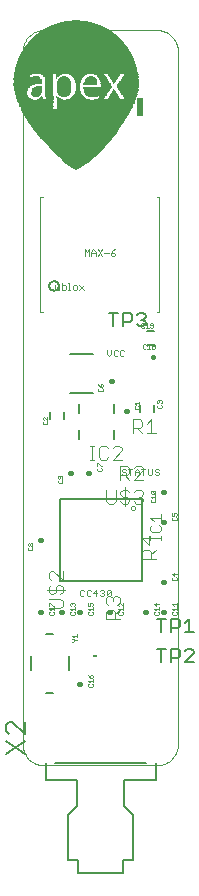
<source format=gto>
G75*
G70*
%OFA0B0*%
%FSLAX24Y24*%
%IPPOS*%
%LPD*%
%AMOC8*
5,1,8,0,0,1.08239X$1,22.5*
%
%ADD10C,0.0000*%
%ADD11C,0.0040*%
%ADD12C,0.0050*%
%ADD13C,0.0030*%
%ADD14C,0.0030*%
%ADD15C,0.0039*%
%ADD16C,0.0020*%
%ADD17R,0.0236X0.0591*%
%ADD18C,0.0080*%
%ADD19C,0.0160*%
%ADD20C,0.0010*%
%ADD21C,0.0060*%
%ADD22R,0.0138X0.0108*%
%ADD23R,0.0042X0.0003*%
%ADD24R,0.0066X0.0003*%
%ADD25R,0.0084X0.0003*%
%ADD26R,0.0105X0.0003*%
%ADD27R,0.0117X0.0003*%
%ADD28R,0.0135X0.0003*%
%ADD29R,0.0147X0.0003*%
%ADD30R,0.0162X0.0003*%
%ADD31R,0.0174X0.0003*%
%ADD32R,0.0186X0.0003*%
%ADD33R,0.0198X0.0003*%
%ADD34R,0.0210X0.0003*%
%ADD35R,0.0222X0.0003*%
%ADD36R,0.0234X0.0003*%
%ADD37R,0.0243X0.0003*%
%ADD38R,0.0255X0.0003*%
%ADD39R,0.0264X0.0003*%
%ADD40R,0.0273X0.0003*%
%ADD41R,0.0285X0.0003*%
%ADD42R,0.0297X0.0003*%
%ADD43R,0.0303X0.0003*%
%ADD44R,0.0315X0.0003*%
%ADD45R,0.0327X0.0003*%
%ADD46R,0.0333X0.0003*%
%ADD47R,0.0345X0.0003*%
%ADD48R,0.0354X0.0003*%
%ADD49R,0.0363X0.0003*%
%ADD50R,0.0372X0.0003*%
%ADD51R,0.0381X0.0003*%
%ADD52R,0.0390X0.0003*%
%ADD53R,0.0402X0.0003*%
%ADD54R,0.0408X0.0003*%
%ADD55R,0.0420X0.0003*%
%ADD56R,0.0426X0.0003*%
%ADD57R,0.0438X0.0003*%
%ADD58R,0.0444X0.0003*%
%ADD59R,0.0456X0.0003*%
%ADD60R,0.0462X0.0003*%
%ADD61R,0.0468X0.0003*%
%ADD62R,0.0480X0.0003*%
%ADD63R,0.0486X0.0003*%
%ADD64R,0.0495X0.0003*%
%ADD65R,0.0504X0.0003*%
%ADD66R,0.0513X0.0003*%
%ADD67R,0.0522X0.0003*%
%ADD68R,0.0528X0.0003*%
%ADD69R,0.0537X0.0003*%
%ADD70R,0.0546X0.0003*%
%ADD71R,0.0555X0.0003*%
%ADD72R,0.0561X0.0003*%
%ADD73R,0.0570X0.0003*%
%ADD74R,0.0579X0.0003*%
%ADD75R,0.0585X0.0003*%
%ADD76R,0.0594X0.0003*%
%ADD77R,0.0603X0.0003*%
%ADD78R,0.0609X0.0003*%
%ADD79R,0.0618X0.0003*%
%ADD80R,0.0627X0.0003*%
%ADD81R,0.0633X0.0003*%
%ADD82R,0.0639X0.0003*%
%ADD83R,0.0651X0.0003*%
%ADD84R,0.0657X0.0003*%
%ADD85R,0.0663X0.0003*%
%ADD86R,0.0675X0.0003*%
%ADD87R,0.0681X0.0003*%
%ADD88R,0.0687X0.0003*%
%ADD89R,0.0693X0.0003*%
%ADD90R,0.0705X0.0003*%
%ADD91R,0.0711X0.0003*%
%ADD92R,0.0717X0.0003*%
%ADD93R,0.0726X0.0003*%
%ADD94R,0.0732X0.0003*%
%ADD95R,0.0741X0.0003*%
%ADD96R,0.0747X0.0003*%
%ADD97R,0.0756X0.0003*%
%ADD98R,0.0762X0.0003*%
%ADD99R,0.0771X0.0003*%
%ADD100R,0.0777X0.0003*%
%ADD101R,0.0786X0.0003*%
%ADD102R,0.0792X0.0003*%
%ADD103R,0.0798X0.0003*%
%ADD104R,0.0807X0.0003*%
%ADD105R,0.0813X0.0003*%
%ADD106R,0.0822X0.0003*%
%ADD107R,0.0828X0.0003*%
%ADD108R,0.0837X0.0003*%
%ADD109R,0.0843X0.0003*%
%ADD110R,0.0852X0.0003*%
%ADD111R,0.0858X0.0003*%
%ADD112R,0.0864X0.0003*%
%ADD113R,0.0870X0.0003*%
%ADD114R,0.0879X0.0003*%
%ADD115R,0.0885X0.0003*%
%ADD116R,0.0894X0.0003*%
%ADD117R,0.0900X0.0003*%
%ADD118R,0.0906X0.0003*%
%ADD119R,0.0912X0.0003*%
%ADD120R,0.0921X0.0003*%
%ADD121R,0.0930X0.0003*%
%ADD122R,0.0936X0.0003*%
%ADD123R,0.0942X0.0003*%
%ADD124R,0.0948X0.0003*%
%ADD125R,0.0954X0.0003*%
%ADD126R,0.0963X0.0003*%
%ADD127R,0.0972X0.0003*%
%ADD128R,0.0978X0.0003*%
%ADD129R,0.0984X0.0003*%
%ADD130R,0.0990X0.0003*%
%ADD131R,0.0996X0.0003*%
%ADD132R,0.1002X0.0003*%
%ADD133R,0.1008X0.0003*%
%ADD134R,0.1020X0.0003*%
%ADD135R,0.1026X0.0003*%
%ADD136R,0.1032X0.0003*%
%ADD137R,0.1038X0.0003*%
%ADD138R,0.1044X0.0003*%
%ADD139R,0.1050X0.0003*%
%ADD140R,0.1056X0.0003*%
%ADD141R,0.1068X0.0003*%
%ADD142R,0.1074X0.0003*%
%ADD143R,0.1080X0.0003*%
%ADD144R,0.1086X0.0003*%
%ADD145R,0.1092X0.0003*%
%ADD146R,0.1098X0.0003*%
%ADD147R,0.1104X0.0003*%
%ADD148R,0.1110X0.0003*%
%ADD149R,0.1116X0.0003*%
%ADD150R,0.1125X0.0003*%
%ADD151R,0.1131X0.0003*%
%ADD152R,0.1140X0.0003*%
%ADD153R,0.1146X0.0003*%
%ADD154R,0.1152X0.0003*%
%ADD155R,0.1158X0.0003*%
%ADD156R,0.1164X0.0003*%
%ADD157R,0.1170X0.0003*%
%ADD158R,0.1176X0.0003*%
%ADD159R,0.1182X0.0003*%
%ADD160R,0.1191X0.0003*%
%ADD161R,0.1197X0.0003*%
%ADD162R,0.1203X0.0003*%
%ADD163R,0.1209X0.0003*%
%ADD164R,0.1218X0.0003*%
%ADD165R,0.1224X0.0003*%
%ADD166R,0.1230X0.0003*%
%ADD167R,0.1236X0.0003*%
%ADD168R,0.1242X0.0003*%
%ADD169R,0.1248X0.0003*%
%ADD170R,0.1254X0.0003*%
%ADD171R,0.1260X0.0003*%
%ADD172R,0.1266X0.0003*%
%ADD173R,0.1275X0.0003*%
%ADD174R,0.1281X0.0003*%
%ADD175R,0.1287X0.0003*%
%ADD176R,0.1293X0.0003*%
%ADD177R,0.1299X0.0003*%
%ADD178R,0.1305X0.0003*%
%ADD179R,0.1314X0.0003*%
%ADD180R,0.1320X0.0003*%
%ADD181R,0.1326X0.0003*%
%ADD182R,0.1332X0.0003*%
%ADD183R,0.1338X0.0003*%
%ADD184R,0.1344X0.0003*%
%ADD185R,0.1350X0.0003*%
%ADD186R,0.1356X0.0003*%
%ADD187R,0.1362X0.0003*%
%ADD188R,0.1368X0.0003*%
%ADD189R,0.1374X0.0003*%
%ADD190R,0.1380X0.0003*%
%ADD191R,0.1386X0.0003*%
%ADD192R,0.1395X0.0003*%
%ADD193R,0.1401X0.0003*%
%ADD194R,0.1407X0.0003*%
%ADD195R,0.1413X0.0003*%
%ADD196R,0.1419X0.0003*%
%ADD197R,0.1425X0.0003*%
%ADD198R,0.1431X0.0003*%
%ADD199R,0.1437X0.0003*%
%ADD200R,0.1443X0.0003*%
%ADD201R,0.1449X0.0003*%
%ADD202R,0.1455X0.0003*%
%ADD203R,0.1461X0.0003*%
%ADD204R,0.1467X0.0003*%
%ADD205R,0.1473X0.0003*%
%ADD206R,0.1479X0.0003*%
%ADD207R,0.1485X0.0003*%
%ADD208R,0.1491X0.0003*%
%ADD209R,0.1497X0.0003*%
%ADD210R,0.1503X0.0003*%
%ADD211R,0.1509X0.0003*%
%ADD212R,0.1515X0.0003*%
%ADD213R,0.1521X0.0003*%
%ADD214R,0.1527X0.0003*%
%ADD215R,0.1533X0.0003*%
%ADD216R,0.1539X0.0003*%
%ADD217R,0.1545X0.0003*%
%ADD218R,0.1551X0.0003*%
%ADD219R,0.1557X0.0003*%
%ADD220R,0.1563X0.0003*%
%ADD221R,0.1569X0.0003*%
%ADD222R,0.1575X0.0003*%
%ADD223R,0.1581X0.0003*%
%ADD224R,0.1587X0.0003*%
%ADD225R,0.1593X0.0003*%
%ADD226R,0.1599X0.0003*%
%ADD227R,0.1605X0.0003*%
%ADD228R,0.1611X0.0003*%
%ADD229R,0.1617X0.0003*%
%ADD230R,0.1623X0.0003*%
%ADD231R,0.1629X0.0003*%
%ADD232R,0.1635X0.0003*%
%ADD233R,0.1641X0.0003*%
%ADD234R,0.1647X0.0003*%
%ADD235R,0.1653X0.0003*%
%ADD236R,0.1659X0.0003*%
%ADD237R,0.1665X0.0003*%
%ADD238R,0.1671X0.0003*%
%ADD239R,0.1677X0.0003*%
%ADD240R,0.1683X0.0003*%
%ADD241R,0.1686X0.0003*%
%ADD242R,0.1692X0.0003*%
%ADD243R,0.1698X0.0003*%
%ADD244R,0.1704X0.0003*%
%ADD245R,0.1710X0.0003*%
%ADD246R,0.1716X0.0003*%
%ADD247R,0.1722X0.0003*%
%ADD248R,0.1728X0.0003*%
%ADD249R,0.1734X0.0003*%
%ADD250R,0.1740X0.0003*%
%ADD251R,0.1746X0.0003*%
%ADD252R,0.1752X0.0003*%
%ADD253R,0.1758X0.0003*%
%ADD254R,0.1764X0.0003*%
%ADD255R,0.1767X0.0003*%
%ADD256R,0.1773X0.0003*%
%ADD257R,0.1779X0.0003*%
%ADD258R,0.1785X0.0003*%
%ADD259R,0.1791X0.0003*%
%ADD260R,0.1797X0.0003*%
%ADD261R,0.1803X0.0003*%
%ADD262R,0.1809X0.0003*%
%ADD263R,0.1815X0.0003*%
%ADD264R,0.1818X0.0003*%
%ADD265R,0.1824X0.0003*%
%ADD266R,0.1830X0.0003*%
%ADD267R,0.1836X0.0003*%
%ADD268R,0.1842X0.0003*%
%ADD269R,0.1848X0.0003*%
%ADD270R,0.1854X0.0003*%
%ADD271R,0.1860X0.0003*%
%ADD272R,0.1863X0.0003*%
%ADD273R,0.1869X0.0003*%
%ADD274R,0.1875X0.0003*%
%ADD275R,0.1881X0.0003*%
%ADD276R,0.1887X0.0003*%
%ADD277R,0.1890X0.0003*%
%ADD278R,0.1896X0.0003*%
%ADD279R,0.1902X0.0003*%
%ADD280R,0.1908X0.0003*%
%ADD281R,0.1914X0.0003*%
%ADD282R,0.1920X0.0003*%
%ADD283R,0.1926X0.0003*%
%ADD284R,0.1932X0.0003*%
%ADD285R,0.1938X0.0003*%
%ADD286R,0.1941X0.0003*%
%ADD287R,0.1947X0.0003*%
%ADD288R,0.1953X0.0003*%
%ADD289R,0.1959X0.0003*%
%ADD290R,0.1962X0.0003*%
%ADD291R,0.1968X0.0003*%
%ADD292R,0.1974X0.0003*%
%ADD293R,0.1980X0.0003*%
%ADD294R,0.1986X0.0003*%
%ADD295R,0.1992X0.0003*%
%ADD296R,0.1998X0.0003*%
%ADD297R,0.2004X0.0003*%
%ADD298R,0.2007X0.0003*%
%ADD299R,0.2013X0.0003*%
%ADD300R,0.2019X0.0003*%
%ADD301R,0.2022X0.0003*%
%ADD302R,0.2028X0.0003*%
%ADD303R,0.2034X0.0003*%
%ADD304R,0.2040X0.0003*%
%ADD305R,0.2046X0.0003*%
%ADD306R,0.2052X0.0003*%
%ADD307R,0.2055X0.0003*%
%ADD308R,0.2061X0.0003*%
%ADD309R,0.2067X0.0003*%
%ADD310R,0.2070X0.0003*%
%ADD311R,0.2076X0.0003*%
%ADD312R,0.2082X0.0003*%
%ADD313R,0.2088X0.0003*%
%ADD314R,0.2094X0.0003*%
%ADD315R,0.2100X0.0003*%
%ADD316R,0.2106X0.0003*%
%ADD317R,0.2109X0.0003*%
%ADD318R,0.2115X0.0003*%
%ADD319R,0.2118X0.0003*%
%ADD320R,0.2124X0.0003*%
%ADD321R,0.2130X0.0003*%
%ADD322R,0.2136X0.0003*%
%ADD323R,0.2142X0.0003*%
%ADD324R,0.2148X0.0003*%
%ADD325R,0.2154X0.0003*%
%ADD326R,0.2157X0.0003*%
%ADD327R,0.2160X0.0003*%
%ADD328R,0.2166X0.0003*%
%ADD329R,0.2172X0.0003*%
%ADD330R,0.2178X0.0003*%
%ADD331R,0.2184X0.0003*%
%ADD332R,0.2190X0.0003*%
%ADD333R,0.2196X0.0003*%
%ADD334R,0.2196X0.0003*%
%ADD335R,0.2202X0.0003*%
%ADD336R,0.2208X0.0003*%
%ADD337R,0.2214X0.0003*%
%ADD338R,0.2220X0.0003*%
%ADD339R,0.2226X0.0003*%
%ADD340R,0.2232X0.0003*%
%ADD341R,0.2238X0.0003*%
%ADD342R,0.2244X0.0003*%
%ADD343R,0.2250X0.0003*%
%ADD344R,0.2256X0.0003*%
%ADD345R,0.2262X0.0003*%
%ADD346R,0.2268X0.0003*%
%ADD347R,0.2274X0.0003*%
%ADD348R,0.2274X0.0003*%
%ADD349R,0.2280X0.0003*%
%ADD350R,0.2286X0.0003*%
%ADD351R,0.2292X0.0003*%
%ADD352R,0.2298X0.0003*%
%ADD353R,0.2304X0.0003*%
%ADD354R,0.2304X0.0003*%
%ADD355R,0.2310X0.0003*%
%ADD356R,0.2316X0.0003*%
%ADD357R,0.2322X0.0003*%
%ADD358R,0.2328X0.0003*%
%ADD359R,0.2334X0.0003*%
%ADD360R,0.2337X0.0003*%
%ADD361R,0.2340X0.0003*%
%ADD362R,0.2346X0.0003*%
%ADD363R,0.2352X0.0003*%
%ADD364R,0.2358X0.0003*%
%ADD365R,0.2364X0.0003*%
%ADD366R,0.2367X0.0003*%
%ADD367R,0.2373X0.0003*%
%ADD368R,0.2376X0.0003*%
%ADD369R,0.2382X0.0003*%
%ADD370R,0.2388X0.0003*%
%ADD371R,0.2394X0.0003*%
%ADD372R,0.2397X0.0003*%
%ADD373R,0.2400X0.0003*%
%ADD374R,0.2406X0.0003*%
%ADD375R,0.2412X0.0003*%
%ADD376R,0.2418X0.0003*%
%ADD377R,0.2424X0.0003*%
%ADD378R,0.2427X0.0003*%
%ADD379R,0.2430X0.0003*%
%ADD380R,0.2436X0.0003*%
%ADD381R,0.2442X0.0003*%
%ADD382R,0.2448X0.0003*%
%ADD383R,0.2454X0.0003*%
%ADD384R,0.2457X0.0003*%
%ADD385R,0.2460X0.0003*%
%ADD386R,0.2466X0.0003*%
%ADD387R,0.2472X0.0003*%
%ADD388R,0.2478X0.0003*%
%ADD389R,0.2481X0.0003*%
%ADD390R,0.2487X0.0003*%
%ADD391R,0.2490X0.0003*%
%ADD392R,0.2496X0.0003*%
%ADD393R,0.2502X0.0003*%
%ADD394R,0.2505X0.0003*%
%ADD395R,0.2511X0.0003*%
%ADD396R,0.2514X0.0003*%
%ADD397R,0.2520X0.0003*%
%ADD398R,0.2526X0.0003*%
%ADD399R,0.2529X0.0003*%
%ADD400R,0.2535X0.0003*%
%ADD401R,0.2538X0.0003*%
%ADD402R,0.2544X0.0003*%
%ADD403R,0.2550X0.0003*%
%ADD404R,0.2553X0.0003*%
%ADD405R,0.2559X0.0003*%
%ADD406R,0.2562X0.0003*%
%ADD407R,0.2568X0.0003*%
%ADD408R,0.2574X0.0003*%
%ADD409R,0.2577X0.0003*%
%ADD410R,0.2583X0.0003*%
%ADD411R,0.2586X0.0003*%
%ADD412R,0.2592X0.0003*%
%ADD413R,0.2598X0.0003*%
%ADD414R,0.2601X0.0003*%
%ADD415R,0.2607X0.0003*%
%ADD416R,0.2610X0.0003*%
%ADD417R,0.2616X0.0003*%
%ADD418R,0.2619X0.0003*%
%ADD419R,0.2625X0.0003*%
%ADD420R,0.2631X0.0003*%
%ADD421R,0.2634X0.0003*%
%ADD422R,0.2640X0.0003*%
%ADD423R,0.2643X0.0003*%
%ADD424R,0.2649X0.0003*%
%ADD425R,0.2655X0.0003*%
%ADD426R,0.2658X0.0003*%
%ADD427R,0.2661X0.0003*%
%ADD428R,0.2667X0.0003*%
%ADD429R,0.2673X0.0003*%
%ADD430R,0.2676X0.0003*%
%ADD431R,0.2682X0.0003*%
%ADD432R,0.2685X0.0003*%
%ADD433R,0.2691X0.0003*%
%ADD434R,0.2697X0.0003*%
%ADD435R,0.2700X0.0003*%
%ADD436R,0.2703X0.0003*%
%ADD437R,0.2709X0.0003*%
%ADD438R,0.2715X0.0003*%
%ADD439R,0.2718X0.0003*%
%ADD440R,0.2721X0.0003*%
%ADD441R,0.2727X0.0003*%
%ADD442R,0.2733X0.0003*%
%ADD443R,0.2739X0.0003*%
%ADD444R,0.2739X0.0003*%
%ADD445R,0.2745X0.0003*%
%ADD446R,0.2751X0.0003*%
%ADD447R,0.2757X0.0003*%
%ADD448R,0.2757X0.0003*%
%ADD449R,0.2763X0.0003*%
%ADD450R,0.2769X0.0003*%
%ADD451R,0.2775X0.0003*%
%ADD452R,0.2781X0.0003*%
%ADD453R,0.2787X0.0003*%
%ADD454R,0.2793X0.0003*%
%ADD455R,0.2799X0.0003*%
%ADD456R,0.2805X0.0003*%
%ADD457R,0.2811X0.0003*%
%ADD458R,0.2817X0.0003*%
%ADD459R,0.2823X0.0003*%
%ADD460R,0.2829X0.0003*%
%ADD461R,0.2829X0.0003*%
%ADD462R,0.2835X0.0003*%
%ADD463R,0.2841X0.0003*%
%ADD464R,0.2847X0.0003*%
%ADD465R,0.2847X0.0003*%
%ADD466R,0.2853X0.0003*%
%ADD467R,0.2859X0.0003*%
%ADD468R,0.2865X0.0003*%
%ADD469R,0.2871X0.0003*%
%ADD470R,0.2877X0.0003*%
%ADD471R,0.2880X0.0003*%
%ADD472R,0.2883X0.0003*%
%ADD473R,0.2889X0.0003*%
%ADD474R,0.2895X0.0003*%
%ADD475R,0.2898X0.0003*%
%ADD476R,0.2901X0.0003*%
%ADD477R,0.2907X0.0003*%
%ADD478R,0.2910X0.0003*%
%ADD479R,0.2913X0.0003*%
%ADD480R,0.2919X0.0003*%
%ADD481R,0.2925X0.0003*%
%ADD482R,0.2928X0.0003*%
%ADD483R,0.2931X0.0003*%
%ADD484R,0.2937X0.0003*%
%ADD485R,0.2940X0.0003*%
%ADD486R,0.2946X0.0003*%
%ADD487R,0.2949X0.0003*%
%ADD488R,0.2955X0.0003*%
%ADD489R,0.2958X0.0003*%
%ADD490R,0.2961X0.0003*%
%ADD491R,0.2967X0.0003*%
%ADD492R,0.2970X0.0003*%
%ADD493R,0.2973X0.0003*%
%ADD494R,0.2979X0.0003*%
%ADD495R,0.2985X0.0003*%
%ADD496R,0.2988X0.0003*%
%ADD497R,0.2991X0.0003*%
%ADD498R,0.2997X0.0003*%
%ADD499R,0.3000X0.0003*%
%ADD500R,0.3003X0.0003*%
%ADD501R,0.3009X0.0003*%
%ADD502R,0.3015X0.0003*%
%ADD503R,0.3018X0.0003*%
%ADD504R,0.3021X0.0003*%
%ADD505R,0.3027X0.0003*%
%ADD506R,0.3030X0.0003*%
%ADD507R,0.3033X0.0003*%
%ADD508R,0.3039X0.0003*%
%ADD509R,0.3042X0.0003*%
%ADD510R,0.3045X0.0003*%
%ADD511R,0.3051X0.0003*%
%ADD512R,0.3054X0.0003*%
%ADD513R,0.3060X0.0003*%
%ADD514R,0.3063X0.0003*%
%ADD515R,0.3066X0.0003*%
%ADD516R,0.3072X0.0003*%
%ADD517R,0.3075X0.0003*%
%ADD518R,0.3081X0.0003*%
%ADD519R,0.3084X0.0003*%
%ADD520R,0.3090X0.0003*%
%ADD521R,0.3093X0.0003*%
%ADD522R,0.3096X0.0003*%
%ADD523R,0.3102X0.0003*%
%ADD524R,0.3105X0.0003*%
%ADD525R,0.3108X0.0003*%
%ADD526R,0.3114X0.0003*%
%ADD527R,0.3117X0.0003*%
%ADD528R,0.3120X0.0003*%
%ADD529R,0.3126X0.0003*%
%ADD530R,0.3129X0.0003*%
%ADD531R,0.3132X0.0003*%
%ADD532R,0.3138X0.0003*%
%ADD533R,0.3141X0.0003*%
%ADD534R,0.3144X0.0003*%
%ADD535R,0.3150X0.0003*%
%ADD536R,0.3153X0.0003*%
%ADD537R,0.3156X0.0003*%
%ADD538R,0.3162X0.0003*%
%ADD539R,0.3165X0.0003*%
%ADD540R,0.3168X0.0003*%
%ADD541R,0.3174X0.0003*%
%ADD542R,0.3180X0.0003*%
%ADD543R,0.3186X0.0003*%
%ADD544R,0.3186X0.0003*%
%ADD545R,0.3192X0.0003*%
%ADD546R,0.3198X0.0003*%
%ADD547R,0.3204X0.0003*%
%ADD548R,0.3210X0.0003*%
%ADD549R,0.3216X0.0003*%
%ADD550R,0.3222X0.0003*%
%ADD551R,0.3222X0.0003*%
%ADD552R,0.3228X0.0003*%
%ADD553R,0.3234X0.0003*%
%ADD554R,0.3240X0.0003*%
%ADD555R,0.3246X0.0003*%
%ADD556R,0.3246X0.0003*%
%ADD557R,0.3252X0.0003*%
%ADD558R,0.3255X0.0003*%
%ADD559R,0.3258X0.0003*%
%ADD560R,0.3264X0.0003*%
%ADD561R,0.3264X0.0003*%
%ADD562R,0.3270X0.0003*%
%ADD563R,0.3276X0.0003*%
%ADD564R,0.3282X0.0003*%
%ADD565R,0.3288X0.0003*%
%ADD566R,0.3294X0.0003*%
%ADD567R,0.3297X0.0003*%
%ADD568R,0.3300X0.0003*%
%ADD569R,0.3306X0.0003*%
%ADD570R,0.3312X0.0003*%
%ADD571R,0.3318X0.0003*%
%ADD572R,0.3318X0.0003*%
%ADD573R,0.3324X0.0003*%
%ADD574R,0.3327X0.0003*%
%ADD575R,0.3330X0.0003*%
%ADD576R,0.3336X0.0003*%
%ADD577R,0.3339X0.0003*%
%ADD578R,0.3342X0.0003*%
%ADD579R,0.3345X0.0003*%
%ADD580R,0.3348X0.0003*%
%ADD581R,0.3354X0.0003*%
%ADD582R,0.3357X0.0003*%
%ADD583R,0.3360X0.0003*%
%ADD584R,0.3363X0.0003*%
%ADD585R,0.3366X0.0003*%
%ADD586R,0.3372X0.0003*%
%ADD587R,0.3375X0.0003*%
%ADD588R,0.3378X0.0003*%
%ADD589R,0.3381X0.0003*%
%ADD590R,0.3384X0.0003*%
%ADD591R,0.3390X0.0003*%
%ADD592R,0.3393X0.0003*%
%ADD593R,0.3396X0.0003*%
%ADD594R,0.3399X0.0003*%
%ADD595R,0.3405X0.0003*%
%ADD596R,0.3408X0.0003*%
%ADD597R,0.3411X0.0003*%
%ADD598R,0.3414X0.0003*%
%ADD599R,0.3417X0.0003*%
%ADD600R,0.3423X0.0003*%
%ADD601R,0.3426X0.0003*%
%ADD602R,0.3429X0.0003*%
%ADD603R,0.3432X0.0003*%
%ADD604R,0.3435X0.0003*%
%ADD605R,0.3441X0.0003*%
%ADD606R,0.3444X0.0003*%
%ADD607R,0.3447X0.0003*%
%ADD608R,0.3450X0.0003*%
%ADD609R,0.3453X0.0003*%
%ADD610R,0.3459X0.0003*%
%ADD611R,0.3465X0.0003*%
%ADD612R,0.3468X0.0003*%
%ADD613R,0.3471X0.0003*%
%ADD614R,0.3474X0.0003*%
%ADD615R,0.3477X0.0003*%
%ADD616R,0.3483X0.0003*%
%ADD617R,0.3483X0.0003*%
%ADD618R,0.3489X0.0003*%
%ADD619R,0.3495X0.0003*%
%ADD620R,0.3501X0.0003*%
%ADD621R,0.3501X0.0003*%
%ADD622R,0.3507X0.0003*%
%ADD623R,0.3513X0.0003*%
%ADD624R,0.3513X0.0003*%
%ADD625R,0.3519X0.0003*%
%ADD626R,0.3525X0.0003*%
%ADD627R,0.3531X0.0003*%
%ADD628R,0.3531X0.0003*%
%ADD629R,0.3537X0.0003*%
%ADD630R,0.3543X0.0003*%
%ADD631R,0.3549X0.0003*%
%ADD632R,0.3555X0.0003*%
%ADD633R,0.3561X0.0003*%
%ADD634R,0.3567X0.0003*%
%ADD635R,0.3567X0.0003*%
%ADD636R,0.3573X0.0003*%
%ADD637R,0.3579X0.0003*%
%ADD638R,0.3579X0.0003*%
%ADD639R,0.3585X0.0003*%
%ADD640R,0.3588X0.0003*%
%ADD641R,0.3591X0.0003*%
%ADD642R,0.3597X0.0003*%
%ADD643R,0.3597X0.0003*%
%ADD644R,0.3603X0.0003*%
%ADD645R,0.3609X0.0003*%
%ADD646R,0.3615X0.0003*%
%ADD647R,0.3615X0.0003*%
%ADD648R,0.3621X0.0003*%
%ADD649R,0.3624X0.0003*%
%ADD650R,0.3627X0.0003*%
%ADD651R,0.3630X0.0003*%
%ADD652R,0.3633X0.0003*%
%ADD653R,0.3636X0.0003*%
%ADD654R,0.3639X0.0003*%
%ADD655R,0.3642X0.0003*%
%ADD656R,0.3645X0.0003*%
%ADD657R,0.3648X0.0003*%
%ADD658R,0.1050X0.0003*%
%ADD659R,0.2469X0.0003*%
%ADD660R,0.1053X0.0003*%
%ADD661R,0.1056X0.0003*%
%ADD662R,0.2472X0.0003*%
%ADD663R,0.2475X0.0003*%
%ADD664R,0.1059X0.0003*%
%ADD665R,0.2478X0.0003*%
%ADD666R,0.1062X0.0003*%
%ADD667R,0.1062X0.0003*%
%ADD668R,0.2481X0.0003*%
%ADD669R,0.1065X0.0003*%
%ADD670R,0.2481X0.0003*%
%ADD671R,0.2484X0.0003*%
%ADD672R,0.1068X0.0003*%
%ADD673R,0.2487X0.0003*%
%ADD674R,0.1071X0.0003*%
%ADD675R,0.2487X0.0003*%
%ADD676R,0.1071X0.0003*%
%ADD677R,0.1074X0.0003*%
%ADD678R,0.2493X0.0003*%
%ADD679R,0.1077X0.0003*%
%ADD680R,0.1077X0.0003*%
%ADD681R,0.2496X0.0003*%
%ADD682R,0.2499X0.0003*%
%ADD683R,0.1083X0.0003*%
%ADD684R,0.2502X0.0003*%
%ADD685R,0.1086X0.0003*%
%ADD686R,0.1089X0.0003*%
%ADD687R,0.2508X0.0003*%
%ADD688R,0.1092X0.0003*%
%ADD689R,0.2511X0.0003*%
%ADD690R,0.1095X0.0003*%
%ADD691R,0.2511X0.0003*%
%ADD692R,0.2514X0.0003*%
%ADD693R,0.1098X0.0003*%
%ADD694R,0.1101X0.0003*%
%ADD695R,0.2517X0.0003*%
%ADD696R,0.1101X0.0003*%
%ADD697R,0.1104X0.0003*%
%ADD698R,0.1107X0.0003*%
%ADD699R,0.2523X0.0003*%
%ADD700R,0.1107X0.0003*%
%ADD701R,0.2523X0.0003*%
%ADD702R,0.2526X0.0003*%
%ADD703R,0.1113X0.0003*%
%ADD704R,0.1113X0.0003*%
%ADD705R,0.2532X0.0003*%
%ADD706R,0.1116X0.0003*%
%ADD707R,0.2532X0.0003*%
%ADD708R,0.1119X0.0003*%
%ADD709R,0.1122X0.0003*%
%ADD710R,0.2538X0.0003*%
%ADD711R,0.1122X0.0003*%
%ADD712R,0.2538X0.0003*%
%ADD713R,0.2541X0.0003*%
%ADD714R,0.1128X0.0003*%
%ADD715R,0.2544X0.0003*%
%ADD716R,0.1128X0.0003*%
%ADD717R,0.2544X0.0003*%
%ADD718R,0.1131X0.0003*%
%ADD719R,0.2547X0.0003*%
%ADD720R,0.1134X0.0003*%
%ADD721R,0.2550X0.0003*%
%ADD722R,0.1134X0.0003*%
%ADD723R,0.1137X0.0003*%
%ADD724R,0.2556X0.0003*%
%ADD725R,0.1140X0.0003*%
%ADD726R,0.2559X0.0003*%
%ADD727R,0.1143X0.0003*%
%ADD728R,0.1149X0.0003*%
%ADD729R,0.2565X0.0003*%
%ADD730R,0.1149X0.0003*%
%ADD731R,0.2565X0.0003*%
%ADD732R,0.1152X0.0003*%
%ADD733R,0.2568X0.0003*%
%ADD734R,0.1155X0.0003*%
%ADD735R,0.2571X0.0003*%
%ADD736R,0.1155X0.0003*%
%ADD737R,0.2571X0.0003*%
%ADD738R,0.1158X0.0003*%
%ADD739R,0.2574X0.0003*%
%ADD740R,0.1161X0.0003*%
%ADD741R,0.2577X0.0003*%
%ADD742R,0.1161X0.0003*%
%ADD743R,0.2577X0.0003*%
%ADD744R,0.1164X0.0003*%
%ADD745R,0.2580X0.0003*%
%ADD746R,0.1167X0.0003*%
%ADD747R,0.1167X0.0003*%
%ADD748R,0.2583X0.0003*%
%ADD749R,0.1173X0.0003*%
%ADD750R,0.1173X0.0003*%
%ADD751R,0.2589X0.0003*%
%ADD752R,0.2589X0.0003*%
%ADD753R,0.1179X0.0003*%
%ADD754R,0.1179X0.0003*%
%ADD755R,0.2595X0.0003*%
%ADD756R,0.2595X0.0003*%
%ADD757R,0.1182X0.0003*%
%ADD758R,0.2598X0.0003*%
%ADD759R,0.1185X0.0003*%
%ADD760R,0.1185X0.0003*%
%ADD761R,0.2601X0.0003*%
%ADD762R,0.2601X0.0003*%
%ADD763R,0.1188X0.0003*%
%ADD764R,0.2604X0.0003*%
%ADD765R,0.1191X0.0003*%
%ADD766R,0.1191X0.0003*%
%ADD767R,0.2604X0.0003*%
%ADD768R,0.2607X0.0003*%
%ADD769R,0.1194X0.0003*%
%ADD770R,0.1197X0.0003*%
%ADD771R,0.2610X0.0003*%
%ADD772R,0.0546X0.0003*%
%ADD773R,0.0219X0.0003*%
%ADD774R,0.0819X0.0003*%
%ADD775R,0.1410X0.0003*%
%ADD776R,0.0561X0.0003*%
%ADD777R,0.0195X0.0003*%
%ADD778R,0.0768X0.0003*%
%ADD779R,0.1374X0.0003*%
%ADD780R,0.0516X0.0003*%
%ADD781R,0.0549X0.0003*%
%ADD782R,0.0183X0.0003*%
%ADD783R,0.0741X0.0003*%
%ADD784R,0.1353X0.0003*%
%ADD785R,0.0534X0.0003*%
%ADD786R,0.0171X0.0003*%
%ADD787R,0.0708X0.0003*%
%ADD788R,0.1335X0.0003*%
%ADD789R,0.0522X0.0003*%
%ADD790R,0.0159X0.0003*%
%ADD791R,0.0684X0.0003*%
%ADD792R,0.1317X0.0003*%
%ADD793R,0.0489X0.0003*%
%ADD794R,0.0150X0.0003*%
%ADD795R,0.0666X0.0003*%
%ADD796R,0.1311X0.0003*%
%ADD797R,0.0231X0.0003*%
%ADD798R,0.0141X0.0003*%
%ADD799R,0.0645X0.0003*%
%ADD800R,0.0219X0.0003*%
%ADD801R,0.0429X0.0003*%
%ADD802R,0.0348X0.0003*%
%ADD803R,0.0477X0.0003*%
%ADD804R,0.0144X0.0003*%
%ADD805R,0.0132X0.0003*%
%ADD806R,0.0627X0.0003*%
%ADD807R,0.0207X0.0003*%
%ADD808R,0.0423X0.0003*%
%ADD809R,0.0471X0.0003*%
%ADD810R,0.0126X0.0003*%
%ADD811R,0.0612X0.0003*%
%ADD812R,0.0201X0.0003*%
%ADD813R,0.0468X0.0003*%
%ADD814R,0.0129X0.0003*%
%ADD815R,0.0231X0.0003*%
%ADD816R,0.0120X0.0003*%
%ADD817R,0.0597X0.0003*%
%ADD818R,0.0189X0.0003*%
%ADD819R,0.0417X0.0003*%
%ADD820R,0.0357X0.0003*%
%ADD821R,0.0123X0.0003*%
%ADD822R,0.0114X0.0003*%
%ADD823R,0.0582X0.0003*%
%ADD824R,0.0411X0.0003*%
%ADD825R,0.0357X0.0003*%
%ADD826R,0.0456X0.0003*%
%ADD827R,0.0108X0.0003*%
%ADD828R,0.0177X0.0003*%
%ADD829R,0.0363X0.0003*%
%ADD830R,0.0453X0.0003*%
%ADD831R,0.0108X0.0003*%
%ADD832R,0.0102X0.0003*%
%ADD833R,0.0558X0.0003*%
%ADD834R,0.0171X0.0003*%
%ADD835R,0.0405X0.0003*%
%ADD836R,0.0366X0.0003*%
%ADD837R,0.0450X0.0003*%
%ADD838R,0.0096X0.0003*%
%ADD839R,0.0543X0.0003*%
%ADD840R,0.0165X0.0003*%
%ADD841R,0.0444X0.0003*%
%ADD842R,0.0099X0.0003*%
%ADD843R,0.0234X0.0003*%
%ADD844R,0.0090X0.0003*%
%ADD845R,0.0534X0.0003*%
%ADD846R,0.0162X0.0003*%
%ADD847R,0.0399X0.0003*%
%ADD848R,0.0372X0.0003*%
%ADD849R,0.0093X0.0003*%
%ADD850R,0.0087X0.0003*%
%ADD851R,0.0153X0.0003*%
%ADD852R,0.0393X0.0003*%
%ADD853R,0.0375X0.0003*%
%ADD854R,0.0441X0.0003*%
%ADD855R,0.0081X0.0003*%
%ADD856R,0.0435X0.0003*%
%ADD857R,0.0237X0.0003*%
%ADD858R,0.0078X0.0003*%
%ADD859R,0.0501X0.0003*%
%ADD860R,0.0147X0.0003*%
%ADD861R,0.0387X0.0003*%
%ADD862R,0.0381X0.0003*%
%ADD863R,0.0078X0.0003*%
%ADD864R,0.0072X0.0003*%
%ADD865R,0.0384X0.0003*%
%ADD866R,0.0432X0.0003*%
%ADD867R,0.0075X0.0003*%
%ADD868R,0.0237X0.0003*%
%ADD869R,0.0069X0.0003*%
%ADD870R,0.0483X0.0003*%
%ADD871R,0.0381X0.0003*%
%ADD872R,0.0384X0.0003*%
%ADD873R,0.0069X0.0003*%
%ADD874R,0.0066X0.0003*%
%ADD875R,0.0471X0.0003*%
%ADD876R,0.0063X0.0003*%
%ADD877R,0.0060X0.0003*%
%ADD878R,0.0465X0.0003*%
%ADD879R,0.0369X0.0003*%
%ADD880R,0.0057X0.0003*%
%ADD881R,0.0456X0.0003*%
%ADD882R,0.0156X0.0003*%
%ADD883R,0.0054X0.0003*%
%ADD884R,0.0447X0.0003*%
%ADD885R,0.0159X0.0003*%
%ADD886R,0.0399X0.0003*%
%ADD887R,0.0423X0.0003*%
%ADD888R,0.0054X0.0003*%
%ADD889R,0.0051X0.0003*%
%ADD890R,0.0441X0.0003*%
%ADD891R,0.0159X0.0003*%
%ADD892R,0.0402X0.0003*%
%ADD893R,0.0051X0.0003*%
%ADD894R,0.0240X0.0003*%
%ADD895R,0.0048X0.0003*%
%ADD896R,0.0432X0.0003*%
%ADD897R,0.0417X0.0003*%
%ADD898R,0.0045X0.0003*%
%ADD899R,0.0168X0.0003*%
%ADD900R,0.0351X0.0003*%
%ADD901R,0.0408X0.0003*%
%ADD902R,0.0042X0.0003*%
%ADD903R,0.0417X0.0003*%
%ADD904R,0.0414X0.0003*%
%ADD905R,0.0039X0.0003*%
%ADD906R,0.0411X0.0003*%
%ADD907R,0.0039X0.0003*%
%ADD908R,0.0240X0.0003*%
%ADD909R,0.0036X0.0003*%
%ADD910R,0.0177X0.0003*%
%ADD911R,0.0339X0.0003*%
%ADD912R,0.0033X0.0003*%
%ADD913R,0.0033X0.0003*%
%ADD914R,0.0396X0.0003*%
%ADD915R,0.0336X0.0003*%
%ADD916R,0.0030X0.0003*%
%ADD917R,0.0180X0.0003*%
%ADD918R,0.0027X0.0003*%
%ADD919R,0.0027X0.0003*%
%ADD920R,0.0384X0.0003*%
%ADD921R,0.0186X0.0003*%
%ADD922R,0.0330X0.0003*%
%ADD923R,0.0411X0.0003*%
%ADD924R,0.0024X0.0003*%
%ADD925R,0.0024X0.0003*%
%ADD926R,0.0378X0.0003*%
%ADD927R,0.0189X0.0003*%
%ADD928R,0.0408X0.0003*%
%ADD929R,0.0021X0.0003*%
%ADD930R,0.0021X0.0003*%
%ADD931R,0.0189X0.0003*%
%ADD932R,0.0321X0.0003*%
%ADD933R,0.0429X0.0003*%
%ADD934R,0.0018X0.0003*%
%ADD935R,0.0018X0.0003*%
%ADD936R,0.0366X0.0003*%
%ADD937R,0.0192X0.0003*%
%ADD938R,0.0318X0.0003*%
%ADD939R,0.0015X0.0003*%
%ADD940R,0.0360X0.0003*%
%ADD941R,0.0096X0.0003*%
%ADD942R,0.0315X0.0003*%
%ADD943R,0.0012X0.0003*%
%ADD944R,0.0090X0.0003*%
%ADD945R,0.0309X0.0003*%
%ADD946R,0.0009X0.0003*%
%ADD947R,0.0111X0.0003*%
%ADD948R,0.0306X0.0003*%
%ADD949R,0.0405X0.0003*%
%ADD950R,0.0006X0.0003*%
%ADD951R,0.0009X0.0003*%
%ADD952R,0.0138X0.0003*%
%ADD953R,0.0342X0.0003*%
%ADD954R,0.0207X0.0003*%
%ADD955R,0.0207X0.0003*%
%ADD956R,0.0303X0.0003*%
%ADD957R,0.0447X0.0003*%
%ADD958R,0.0162X0.0003*%
%ADD959R,0.0003X0.0003*%
%ADD960R,0.0009X0.0003*%
%ADD961R,0.0339X0.0003*%
%ADD962R,0.0234X0.0003*%
%ADD963R,0.0300X0.0003*%
%ADD964R,0.0447X0.0003*%
%ADD965R,0.0006X0.0003*%
%ADD966R,0.0252X0.0003*%
%ADD967R,0.0210X0.0003*%
%ADD968R,0.0399X0.0003*%
%ADD969R,0.0183X0.0003*%
%ADD970R,0.0243X0.0003*%
%ADD971R,0.0003X0.0003*%
%ADD972R,0.0270X0.0003*%
%ADD973R,0.0213X0.0003*%
%ADD974R,0.0291X0.0003*%
%ADD975R,0.0324X0.0003*%
%ADD976R,0.0291X0.0003*%
%ADD977R,0.0288X0.0003*%
%ADD978R,0.0399X0.0003*%
%ADD979R,0.0204X0.0003*%
%ADD980R,0.0243X0.0003*%
%ADD981R,0.0318X0.0003*%
%ADD982R,0.0219X0.0003*%
%ADD983R,0.0285X0.0003*%
%ADD984R,0.0459X0.0003*%
%ADD985R,0.0312X0.0003*%
%ADD986R,0.0321X0.0003*%
%ADD987R,0.0222X0.0003*%
%ADD988R,0.0279X0.0003*%
%ADD989R,0.0276X0.0003*%
%ADD990R,0.0231X0.0003*%
%ADD991R,0.0246X0.0003*%
%ADD992R,0.0225X0.0003*%
%ADD993R,0.0468X0.0003*%
%ADD994R,0.0396X0.0003*%
%ADD995R,0.0267X0.0003*%
%ADD996R,0.0297X0.0003*%
%ADD997R,0.0375X0.0003*%
%ADD998R,0.0474X0.0003*%
%ADD999R,0.0249X0.0003*%
%ADD1000R,0.0621X0.0003*%
%ADD1001R,0.0261X0.0003*%
%ADD1002R,0.0282X0.0003*%
%ADD1003R,0.0630X0.0003*%
%ADD1004R,0.0258X0.0003*%
%ADD1005R,0.0633X0.0003*%
%ADD1006R,0.0483X0.0003*%
%ADD1007R,0.0264X0.0003*%
%ADD1008R,0.0294X0.0003*%
%ADD1009R,0.0639X0.0003*%
%ADD1010R,0.0486X0.0003*%
%ADD1011R,0.0396X0.0003*%
%ADD1012R,0.0270X0.0003*%
%ADD1013R,0.0276X0.0003*%
%ADD1014R,0.0648X0.0003*%
%ADD1015R,0.0246X0.0003*%
%ADD1016R,0.0486X0.0003*%
%ADD1017R,0.0276X0.0003*%
%ADD1018R,0.0309X0.0003*%
%ADD1019R,0.0651X0.0003*%
%ADD1020R,0.0657X0.0003*%
%ADD1021R,0.0495X0.0003*%
%ADD1022R,0.0324X0.0003*%
%ADD1023R,0.0663X0.0003*%
%ADD1024R,0.0669X0.0003*%
%ADD1025R,0.0228X0.0003*%
%ADD1026R,0.0498X0.0003*%
%ADD1027R,0.0396X0.0003*%
%ADD1028R,0.0294X0.0003*%
%ADD1029R,0.0333X0.0003*%
%ADD1030R,0.0255X0.0003*%
%ADD1031R,0.0672X0.0003*%
%ADD1032R,0.0228X0.0003*%
%ADD1033R,0.0501X0.0003*%
%ADD1034R,0.0339X0.0003*%
%ADD1035R,0.0678X0.0003*%
%ADD1036R,0.0507X0.0003*%
%ADD1037R,0.0351X0.0003*%
%ADD1038R,0.0687X0.0003*%
%ADD1039R,0.0216X0.0003*%
%ADD1040R,0.0510X0.0003*%
%ADD1041R,0.0693X0.0003*%
%ADD1042R,0.0312X0.0003*%
%ADD1043R,0.0696X0.0003*%
%ADD1044R,0.0516X0.0003*%
%ADD1045R,0.0312X0.0003*%
%ADD1046R,0.0702X0.0003*%
%ADD1047R,0.0204X0.0003*%
%ADD1048R,0.0519X0.0003*%
%ADD1049R,0.0369X0.0003*%
%ADD1050R,0.0318X0.0003*%
%ADD1051R,0.0714X0.0003*%
%ADD1052R,0.0525X0.0003*%
%ADD1053R,0.0324X0.0003*%
%ADD1054R,0.0381X0.0003*%
%ADD1055R,0.0225X0.0003*%
%ADD1056R,0.0720X0.0003*%
%ADD1057R,0.0186X0.0003*%
%ADD1058R,0.0528X0.0003*%
%ADD1059R,0.0723X0.0003*%
%ADD1060R,0.0531X0.0003*%
%ADD1061R,0.0729X0.0003*%
%ADD1062R,0.0216X0.0003*%
%ADD1063R,0.0732X0.0003*%
%ADD1064R,0.0537X0.0003*%
%ADD1065R,0.0738X0.0003*%
%ADD1066R,0.0540X0.0003*%
%ADD1067R,0.0213X0.0003*%
%ADD1068R,0.0741X0.0003*%
%ADD1069R,0.0168X0.0003*%
%ADD1070R,0.0543X0.0003*%
%ADD1071R,0.0336X0.0003*%
%ADD1072R,0.0744X0.0003*%
%ADD1073R,0.0543X0.0003*%
%ADD1074R,0.0750X0.0003*%
%ADD1075R,0.0549X0.0003*%
%ADD1076R,0.0342X0.0003*%
%ADD1077R,0.0204X0.0003*%
%ADD1078R,0.0552X0.0003*%
%ADD1079R,0.0201X0.0003*%
%ADD1080R,0.0762X0.0003*%
%ADD1081R,0.0150X0.0003*%
%ADD1082R,0.0558X0.0003*%
%ADD1083R,0.0768X0.0003*%
%ADD1084R,0.0426X0.0003*%
%ADD1085R,0.0771X0.0003*%
%ADD1086R,0.0138X0.0003*%
%ADD1087R,0.0564X0.0003*%
%ADD1088R,0.0429X0.0003*%
%ADD1089R,0.0774X0.0003*%
%ADD1090R,0.0567X0.0003*%
%ADD1091R,0.0348X0.0003*%
%ADD1092R,0.0777X0.0003*%
%ADD1093R,0.0132X0.0003*%
%ADD1094R,0.0570X0.0003*%
%ADD1095R,0.0783X0.0003*%
%ADD1096R,0.0129X0.0003*%
%ADD1097R,0.0573X0.0003*%
%ADD1098R,0.0126X0.0003*%
%ADD1099R,0.0576X0.0003*%
%ADD1100R,0.0441X0.0003*%
%ADD1101R,0.0786X0.0003*%
%ADD1102R,0.0120X0.0003*%
%ADD1103R,0.0414X0.0003*%
%ADD1104R,0.0444X0.0003*%
%ADD1105R,0.0579X0.0003*%
%ADD1106R,0.0414X0.0003*%
%ADD1107R,0.0351X0.0003*%
%ADD1108R,0.0444X0.0003*%
%ADD1109R,0.0792X0.0003*%
%ADD1110R,0.0114X0.0003*%
%ADD1111R,0.0582X0.0003*%
%ADD1112R,0.0801X0.0003*%
%ADD1113R,0.0588X0.0003*%
%ADD1114R,0.0807X0.0003*%
%ADD1115R,0.0099X0.0003*%
%ADD1116R,0.0594X0.0003*%
%ADD1117R,0.0354X0.0003*%
%ADD1118R,0.0456X0.0003*%
%ADD1119R,0.0171X0.0003*%
%ADD1120R,0.0810X0.0003*%
%ADD1121R,0.0096X0.0003*%
%ADD1122R,0.0813X0.0003*%
%ADD1123R,0.0597X0.0003*%
%ADD1124R,0.0816X0.0003*%
%ADD1125R,0.0600X0.0003*%
%ADD1126R,0.0603X0.0003*%
%ADD1127R,0.0081X0.0003*%
%ADD1128R,0.0606X0.0003*%
%ADD1129R,0.0351X0.0003*%
%ADD1130R,0.0465X0.0003*%
%ADD1131R,0.0825X0.0003*%
%ADD1132R,0.0078X0.0003*%
%ADD1133R,0.0609X0.0003*%
%ADD1134R,0.0159X0.0003*%
%ADD1135R,0.0075X0.0003*%
%ADD1136R,0.0348X0.0003*%
%ADD1137R,0.0831X0.0003*%
%ADD1138R,0.0066X0.0003*%
%ADD1139R,0.0615X0.0003*%
%ADD1140R,0.0837X0.0003*%
%ADD1141R,0.0063X0.0003*%
%ADD1142R,0.0618X0.0003*%
%ADD1143R,0.0429X0.0003*%
%ADD1144R,0.0345X0.0003*%
%ADD1145R,0.0471X0.0003*%
%ADD1146R,0.0156X0.0003*%
%ADD1147R,0.0840X0.0003*%
%ADD1148R,0.0060X0.0003*%
%ADD1149R,0.0621X0.0003*%
%ADD1150R,0.0840X0.0003*%
%ADD1151R,0.0624X0.0003*%
%ADD1152R,0.0846X0.0003*%
%ADD1153R,0.0051X0.0003*%
%ADD1154R,0.0474X0.0003*%
%ADD1155R,0.0849X0.0003*%
%ADD1156R,0.0435X0.0003*%
%ADD1157R,0.0474X0.0003*%
%ADD1158R,0.0852X0.0003*%
%ADD1159R,0.0042X0.0003*%
%ADD1160R,0.0636X0.0003*%
%ADD1161R,0.0636X0.0003*%
%ADD1162R,0.0477X0.0003*%
%ADD1163R,0.0861X0.0003*%
%ADD1164R,0.0642X0.0003*%
%ADD1165R,0.0144X0.0003*%
%ADD1166R,0.0333X0.0003*%
%ADD1167R,0.0480X0.0003*%
%ADD1168R,0.0144X0.0003*%
%ADD1169R,0.0864X0.0003*%
%ADD1170R,0.0024X0.0003*%
%ADD1171R,0.0645X0.0003*%
%ADD1172R,0.0333X0.0003*%
%ADD1173R,0.0141X0.0003*%
%ADD1174R,0.0867X0.0003*%
%ADD1175R,0.0021X0.0003*%
%ADD1176R,0.0483X0.0003*%
%ADD1177R,0.0873X0.0003*%
%ADD1178R,0.0654X0.0003*%
%ADD1179R,0.0876X0.0003*%
%ADD1180R,0.0453X0.0003*%
%ADD1181R,0.0141X0.0003*%
%ADD1182R,0.0879X0.0003*%
%ADD1183R,0.0657X0.0003*%
%ADD1184R,0.0879X0.0003*%
%ADD1185R,0.0006X0.0003*%
%ADD1186R,0.0660X0.0003*%
%ADD1187R,0.0882X0.0003*%
%ADD1188R,0.0888X0.0003*%
%ADD1189R,0.0459X0.0003*%
%ADD1190R,0.0669X0.0003*%
%ADD1191R,0.0459X0.0003*%
%ADD1192R,0.0312X0.0003*%
%ADD1193R,0.0486X0.0003*%
%ADD1194R,0.0891X0.0003*%
%ADD1195R,0.0891X0.0003*%
%ADD1196R,0.0672X0.0003*%
%ADD1197R,0.0306X0.0003*%
%ADD1198R,0.0303X0.0003*%
%ADD1199R,0.0897X0.0003*%
%ADD1200R,0.0900X0.0003*%
%ADD1201R,0.0684X0.0003*%
%ADD1202R,0.0474X0.0003*%
%ADD1203R,0.0903X0.0003*%
%ADD1204R,0.0288X0.0003*%
%ADD1205R,0.0906X0.0003*%
%ADD1206R,0.0690X0.0003*%
%ADD1207R,0.0909X0.0003*%
%ADD1208R,0.0489X0.0003*%
%ADD1209R,0.0912X0.0003*%
%ADD1210R,0.0693X0.0003*%
%ADD1211R,0.0912X0.0003*%
%ADD1212R,0.0696X0.0003*%
%ADD1213R,0.0489X0.0003*%
%ADD1214R,0.0264X0.0003*%
%ADD1215R,0.0918X0.0003*%
%ADD1216R,0.0699X0.0003*%
%ADD1217R,0.0492X0.0003*%
%ADD1218R,0.0258X0.0003*%
%ADD1219R,0.0921X0.0003*%
%ADD1220R,0.0702X0.0003*%
%ADD1221R,0.0498X0.0003*%
%ADD1222R,0.0246X0.0003*%
%ADD1223R,0.0924X0.0003*%
%ADD1224R,0.0705X0.0003*%
%ADD1225R,0.0927X0.0003*%
%ADD1226R,0.0513X0.0003*%
%ADD1227R,0.0717X0.0003*%
%ADD1228R,0.0519X0.0003*%
%ADD1229R,0.0522X0.0003*%
%ADD1230R,0.0168X0.0003*%
%ADD1231R,0.0531X0.0003*%
%ADD1232R,0.0366X0.0003*%
%ADD1233R,0.0729X0.0003*%
%ADD1234R,0.0534X0.0003*%
%ADD1235R,0.0552X0.0003*%
%ADD1236R,0.0354X0.0003*%
%ADD1237R,0.0564X0.0003*%
%ADD1238R,0.0723X0.0003*%
%ADD1239R,0.0573X0.0003*%
%ADD1240R,0.0720X0.0003*%
%ADD1241R,0.0717X0.0003*%
%ADD1242R,0.0588X0.0003*%
%ADD1243R,0.0714X0.0003*%
%ADD1244R,0.0603X0.0003*%
%ADD1245R,0.0135X0.0003*%
%ADD1246R,0.0711X0.0003*%
%ADD1247R,0.0621X0.0003*%
%ADD1248R,0.0327X0.0003*%
%ADD1249R,0.0702X0.0003*%
%ADD1250R,0.0699X0.0003*%
%ADD1251R,0.0696X0.0003*%
%ADD1252R,0.0321X0.0003*%
%ADD1253R,0.0678X0.0003*%
%ADD1254R,0.0690X0.0003*%
%ADD1255R,0.0711X0.0003*%
%ADD1256R,0.0684X0.0003*%
%ADD1257R,0.0681X0.0003*%
%ADD1258R,0.0738X0.0003*%
%ADD1259R,0.0309X0.0003*%
%ADD1260R,0.0681X0.0003*%
%ADD1261R,0.0753X0.0003*%
%ADD1262R,0.0147X0.0003*%
%ADD1263R,0.0774X0.0003*%
%ADD1264R,0.0789X0.0003*%
%ADD1265R,0.0819X0.0003*%
%ADD1266R,0.0477X0.0003*%
%ADD1267R,0.0438X0.0003*%
%ADD1268R,0.0300X0.0003*%
%ADD1269R,0.0018X0.0003*%
%ADD1270R,0.0933X0.0003*%
%ADD1271R,0.0021X0.0003*%
%ADD1272R,0.0294X0.0003*%
%ADD1273R,0.0153X0.0003*%
%ADD1274R,0.0933X0.0003*%
%ADD1275R,0.0291X0.0003*%
%ADD1276R,0.0033X0.0003*%
%ADD1277R,0.0663X0.0003*%
%ADD1278R,0.0156X0.0003*%
%ADD1279R,0.0039X0.0003*%
%ADD1280R,0.0048X0.0003*%
%ADD1281R,0.0462X0.0003*%
%ADD1282R,0.0651X0.0003*%
%ADD1283R,0.0282X0.0003*%
%ADD1284R,0.0648X0.0003*%
%ADD1285R,0.0246X0.0003*%
%ADD1286R,0.0453X0.0003*%
%ADD1287R,0.0450X0.0003*%
%ADD1288R,0.0420X0.0003*%
%ADD1289R,0.0069X0.0003*%
%ADD1290R,0.0639X0.0003*%
%ADD1291R,0.0273X0.0003*%
%ADD1292R,0.0174X0.0003*%
%ADD1293R,0.0087X0.0003*%
%ADD1294R,0.0630X0.0003*%
%ADD1295R,0.0624X0.0003*%
%ADD1296R,0.0099X0.0003*%
%ADD1297R,0.0930X0.0003*%
%ADD1298R,0.0249X0.0003*%
%ADD1299R,0.0426X0.0003*%
%ADD1300R,0.0186X0.0003*%
%ADD1301R,0.0108X0.0003*%
%ADD1302R,0.0111X0.0003*%
%ADD1303R,0.0423X0.0003*%
%ADD1304R,0.0927X0.0003*%
%ADD1305R,0.0252X0.0003*%
%ADD1306R,0.0414X0.0003*%
%ADD1307R,0.0195X0.0003*%
%ADD1308R,0.0393X0.0003*%
%ADD1309R,0.0258X0.0003*%
%ADD1310R,0.0126X0.0003*%
%ADD1311R,0.0609X0.0003*%
%ADD1312R,0.0129X0.0003*%
%ADD1313R,0.0606X0.0003*%
%ADD1314R,0.0252X0.0003*%
%ADD1315R,0.0921X0.0003*%
%ADD1316R,0.0378X0.0003*%
%ADD1317R,0.0144X0.0003*%
%ADD1318R,0.0393X0.0003*%
%ADD1319R,0.0378X0.0003*%
%ADD1320R,0.0372X0.0003*%
%ADD1321R,0.0591X0.0003*%
%ADD1322R,0.0915X0.0003*%
%ADD1323R,0.0258X0.0003*%
%ADD1324R,0.0378X0.0003*%
%ADD1325R,0.0222X0.0003*%
%ADD1326R,0.0165X0.0003*%
%ADD1327R,0.0588X0.0003*%
%ADD1328R,0.0915X0.0003*%
%ADD1329R,0.0912X0.0003*%
%ADD1330R,0.0363X0.0003*%
%ADD1331R,0.0261X0.0003*%
%ADD1332R,0.0909X0.0003*%
%ADD1333R,0.0261X0.0003*%
%ADD1334R,0.0357X0.0003*%
%ADD1335R,0.0243X0.0003*%
%ADD1336R,0.0183X0.0003*%
%ADD1337R,0.0576X0.0003*%
%ADD1338R,0.0909X0.0003*%
%ADD1339R,0.0189X0.0003*%
%ADD1340R,0.0201X0.0003*%
%ADD1341R,0.0567X0.0003*%
%ADD1342R,0.0264X0.0003*%
%ADD1343R,0.0327X0.0003*%
%ADD1344R,0.0564X0.0003*%
%ADD1345R,0.0267X0.0003*%
%ADD1346R,0.0558X0.0003*%
%ADD1347R,0.0267X0.0003*%
%ADD1348R,0.0297X0.0003*%
%ADD1349R,0.0552X0.0003*%
%ADD1350R,0.0237X0.0003*%
%ADD1351R,0.0531X0.0003*%
%ADD1352R,0.0342X0.0003*%
%ADD1353R,0.0273X0.0003*%
%ADD1354R,0.0261X0.0003*%
%ADD1355R,0.0288X0.0003*%
%ADD1356R,0.0540X0.0003*%
%ADD1357R,0.0279X0.0003*%
%ADD1358R,0.0249X0.0003*%
%ADD1359R,0.0537X0.0003*%
%ADD1360R,0.0012X0.0003*%
%ADD1361R,0.0519X0.0003*%
%ADD1362R,0.0282X0.0003*%
%ADD1363R,0.0282X0.0003*%
%ADD1364R,0.0015X0.0003*%
%ADD1365R,0.0216X0.0003*%
%ADD1366R,0.0309X0.0003*%
%ADD1367R,0.0234X0.0003*%
%ADD1368R,0.0513X0.0003*%
%ADD1369R,0.0222X0.0003*%
%ADD1370R,0.0027X0.0003*%
%ADD1371R,0.0153X0.0003*%
%ADD1372R,0.0507X0.0003*%
%ADD1373R,0.0297X0.0003*%
%ADD1374R,0.0087X0.0003*%
%ADD1375R,0.0036X0.0003*%
%ADD1376R,0.0504X0.0003*%
%ADD1377R,0.0102X0.0003*%
%ADD1378R,0.0039X0.0003*%
%ADD1379R,0.0507X0.0003*%
%ADD1380R,0.0504X0.0003*%
%ADD1381R,0.0057X0.0003*%
%ADD1382R,0.0387X0.0003*%
%ADD1383R,0.0402X0.0003*%
%ADD1384R,0.0408X0.0003*%
%ADD1385R,0.0492X0.0003*%
%ADD1386R,0.0324X0.0003*%
%ADD1387R,0.0072X0.0003*%
%ADD1388R,0.0336X0.0003*%
%ADD1389R,0.0432X0.0003*%
%ADD1390R,0.0501X0.0003*%
%ADD1391R,0.0339X0.0003*%
%ADD1392R,0.0360X0.0003*%
%ADD1393R,0.0471X0.0003*%
%ADD1394R,0.0093X0.0003*%
%ADD1395R,0.0528X0.0003*%
%ADD1396R,0.0111X0.0003*%
%ADD1397R,0.0123X0.0003*%
%ADD1398R,0.0561X0.0003*%
%ADD1399R,0.0384X0.0003*%
%ADD1400R,0.0141X0.0003*%
%ADD1401R,0.0279X0.0003*%
%ADD1402R,0.0579X0.0003*%
%ADD1403R,0.0606X0.0003*%
%ADD1404R,0.1452X0.0003*%
%ADD1405R,0.1458X0.0003*%
%ADD1406R,0.0756X0.0003*%
%ADD1407R,0.1467X0.0003*%
%ADD1408R,0.1479X0.0003*%
%ADD1409R,0.0804X0.0003*%
%ADD1410R,0.0681X0.0003*%
%ADD1411R,0.0846X0.0003*%
%ADD1412R,0.0756X0.0003*%
%ADD1413R,0.1509X0.0003*%
%ADD1414R,0.4113X0.0003*%
%ADD1415R,0.4110X0.0003*%
%ADD1416R,0.4110X0.0003*%
%ADD1417R,0.4107X0.0003*%
%ADD1418R,0.4104X0.0003*%
%ADD1419R,0.4104X0.0003*%
%ADD1420R,0.4101X0.0003*%
%ADD1421R,0.4098X0.0003*%
%ADD1422R,0.4098X0.0003*%
%ADD1423R,0.4095X0.0003*%
%ADD1424R,0.4095X0.0003*%
%ADD1425R,0.4092X0.0003*%
%ADD1426R,0.4089X0.0003*%
%ADD1427R,0.4089X0.0003*%
%ADD1428R,0.4086X0.0003*%
%ADD1429R,0.4083X0.0003*%
%ADD1430R,0.4083X0.0003*%
%ADD1431R,0.4080X0.0003*%
%ADD1432R,0.4077X0.0003*%
%ADD1433R,0.4077X0.0003*%
%ADD1434R,0.4074X0.0003*%
%ADD1435R,0.4071X0.0003*%
%ADD1436R,0.4071X0.0003*%
%ADD1437R,0.4068X0.0003*%
%ADD1438R,0.4065X0.0003*%
%ADD1439R,0.4062X0.0003*%
%ADD1440R,0.4062X0.0003*%
%ADD1441R,0.4059X0.0003*%
%ADD1442R,0.4056X0.0003*%
%ADD1443R,0.4056X0.0003*%
%ADD1444R,0.4053X0.0003*%
%ADD1445R,0.4050X0.0003*%
%ADD1446R,0.4050X0.0003*%
%ADD1447R,0.4047X0.0003*%
%ADD1448R,0.4044X0.0003*%
%ADD1449R,0.4041X0.0003*%
%ADD1450R,0.4041X0.0003*%
%ADD1451R,0.4038X0.0003*%
%ADD1452R,0.4035X0.0003*%
%ADD1453R,0.4035X0.0003*%
%ADD1454R,0.4032X0.0003*%
%ADD1455R,0.4029X0.0003*%
%ADD1456R,0.4026X0.0003*%
%ADD1457R,0.4026X0.0003*%
%ADD1458R,0.4023X0.0003*%
%ADD1459R,0.4020X0.0003*%
%ADD1460R,0.4017X0.0003*%
%ADD1461R,0.4017X0.0003*%
%ADD1462R,0.4014X0.0003*%
%ADD1463R,0.4011X0.0003*%
%ADD1464R,0.4011X0.0003*%
%ADD1465R,0.4008X0.0003*%
%ADD1466R,0.4005X0.0003*%
%ADD1467R,0.4002X0.0003*%
%ADD1468R,0.4002X0.0003*%
%ADD1469R,0.3999X0.0003*%
%ADD1470R,0.3996X0.0003*%
%ADD1471R,0.3993X0.0003*%
%ADD1472R,0.3993X0.0003*%
%ADD1473R,0.3990X0.0003*%
%ADD1474R,0.3987X0.0003*%
%ADD1475R,0.3984X0.0003*%
%ADD1476R,0.3984X0.0003*%
%ADD1477R,0.3981X0.0003*%
%ADD1478R,0.3978X0.0003*%
%ADD1479R,0.3975X0.0003*%
%ADD1480R,0.3975X0.0003*%
%ADD1481R,0.3972X0.0003*%
%ADD1482R,0.3969X0.0003*%
%ADD1483R,0.3966X0.0003*%
%ADD1484R,0.3963X0.0003*%
%ADD1485R,0.3963X0.0003*%
%ADD1486R,0.3960X0.0003*%
%ADD1487R,0.3957X0.0003*%
%ADD1488R,0.3954X0.0003*%
%ADD1489R,0.3951X0.0003*%
%ADD1490R,0.3948X0.0003*%
%ADD1491R,0.3945X0.0003*%
%ADD1492R,0.3945X0.0003*%
%ADD1493R,0.3942X0.0003*%
%ADD1494R,0.3939X0.0003*%
%ADD1495R,0.3936X0.0003*%
%ADD1496R,0.3933X0.0003*%
%ADD1497R,0.3930X0.0003*%
%ADD1498R,0.3927X0.0003*%
%ADD1499R,0.3924X0.0003*%
%ADD1500R,0.3921X0.0003*%
%ADD1501R,0.3918X0.0003*%
%ADD1502R,0.3915X0.0003*%
%ADD1503R,0.3912X0.0003*%
%ADD1504R,0.3909X0.0003*%
%ADD1505R,0.3906X0.0003*%
%ADD1506R,0.3903X0.0003*%
%ADD1507R,0.3900X0.0003*%
%ADD1508R,0.3900X0.0003*%
%ADD1509R,0.3897X0.0003*%
%ADD1510R,0.3894X0.0003*%
%ADD1511R,0.3891X0.0003*%
%ADD1512R,0.3888X0.0003*%
%ADD1513R,0.3885X0.0003*%
%ADD1514R,0.3882X0.0003*%
%ADD1515R,0.3879X0.0003*%
%ADD1516R,0.3879X0.0003*%
%ADD1517R,0.3876X0.0003*%
%ADD1518R,0.3873X0.0003*%
%ADD1519R,0.3870X0.0003*%
%ADD1520R,0.3867X0.0003*%
%ADD1521R,0.3864X0.0003*%
%ADD1522R,0.3861X0.0003*%
%ADD1523R,0.3858X0.0003*%
%ADD1524R,0.3855X0.0003*%
%ADD1525R,0.3852X0.0003*%
%ADD1526R,0.3849X0.0003*%
%ADD1527R,0.3846X0.0003*%
%ADD1528R,0.3843X0.0003*%
%ADD1529R,0.3840X0.0003*%
%ADD1530R,0.3840X0.0003*%
%ADD1531R,0.3837X0.0003*%
%ADD1532R,0.3834X0.0003*%
%ADD1533R,0.3831X0.0003*%
%ADD1534R,0.3828X0.0003*%
%ADD1535R,0.3825X0.0003*%
%ADD1536R,0.3822X0.0003*%
%ADD1537R,0.3819X0.0003*%
%ADD1538R,0.3816X0.0003*%
%ADD1539R,0.3813X0.0003*%
%ADD1540R,0.3810X0.0003*%
%ADD1541R,0.3807X0.0003*%
%ADD1542R,0.3804X0.0003*%
%ADD1543R,0.3804X0.0003*%
%ADD1544R,0.3801X0.0003*%
%ADD1545R,0.3798X0.0003*%
%ADD1546R,0.3795X0.0003*%
%ADD1547R,0.3792X0.0003*%
%ADD1548R,0.3789X0.0003*%
%ADD1549R,0.3786X0.0003*%
%ADD1550R,0.3783X0.0003*%
%ADD1551R,0.3780X0.0003*%
%ADD1552R,0.3777X0.0003*%
%ADD1553R,0.3774X0.0003*%
%ADD1554R,0.3771X0.0003*%
%ADD1555R,0.3768X0.0003*%
%ADD1556R,0.3762X0.0003*%
%ADD1557R,0.3762X0.0003*%
%ADD1558R,0.3759X0.0003*%
%ADD1559R,0.3756X0.0003*%
%ADD1560R,0.3753X0.0003*%
%ADD1561R,0.3750X0.0003*%
%ADD1562R,0.3747X0.0003*%
%ADD1563R,0.3744X0.0003*%
%ADD1564R,0.3741X0.0003*%
%ADD1565R,0.3738X0.0003*%
%ADD1566R,0.3735X0.0003*%
%ADD1567R,0.3732X0.0003*%
%ADD1568R,0.3729X0.0003*%
%ADD1569R,0.3726X0.0003*%
%ADD1570R,0.3723X0.0003*%
%ADD1571R,0.3720X0.0003*%
%ADD1572R,0.3717X0.0003*%
%ADD1573R,0.3714X0.0003*%
%ADD1574R,0.3711X0.0003*%
%ADD1575R,0.3708X0.0003*%
%ADD1576R,0.3705X0.0003*%
%ADD1577R,0.3702X0.0003*%
%ADD1578R,0.3696X0.0003*%
%ADD1579R,0.3690X0.0003*%
%ADD1580R,0.3687X0.0003*%
%ADD1581R,0.3684X0.0003*%
%ADD1582R,0.3681X0.0003*%
%ADD1583R,0.3678X0.0003*%
%ADD1584R,0.3675X0.0003*%
%ADD1585R,0.3672X0.0003*%
%ADD1586R,0.3669X0.0003*%
%ADD1587R,0.3666X0.0003*%
%ADD1588R,0.3663X0.0003*%
%ADD1589R,0.3660X0.0003*%
%ADD1590R,0.3657X0.0003*%
%ADD1591R,0.3654X0.0003*%
%ADD1592R,0.3648X0.0003*%
%ADD1593R,0.3645X0.0003*%
%ADD1594R,0.3642X0.0003*%
%ADD1595R,0.3639X0.0003*%
%ADD1596R,0.3636X0.0003*%
%ADD1597R,0.3630X0.0003*%
%ADD1598R,0.3618X0.0003*%
%ADD1599R,0.3612X0.0003*%
%ADD1600R,0.3609X0.0003*%
%ADD1601R,0.3606X0.0003*%
%ADD1602R,0.3603X0.0003*%
%ADD1603R,0.3600X0.0003*%
%ADD1604R,0.3594X0.0003*%
%ADD1605R,0.3591X0.0003*%
%ADD1606R,0.3588X0.0003*%
%ADD1607R,0.3585X0.0003*%
%ADD1608R,0.3582X0.0003*%
%ADD1609R,0.3576X0.0003*%
%ADD1610R,0.3570X0.0003*%
%ADD1611R,0.3564X0.0003*%
%ADD1612R,0.3558X0.0003*%
%ADD1613R,0.3552X0.0003*%
%ADD1614R,0.3549X0.0003*%
%ADD1615R,0.3546X0.0003*%
%ADD1616R,0.3540X0.0003*%
%ADD1617R,0.3534X0.0003*%
%ADD1618R,0.3528X0.0003*%
%ADD1619R,0.3522X0.0003*%
%ADD1620R,0.3519X0.0003*%
%ADD1621R,0.3510X0.0003*%
%ADD1622R,0.3504X0.0003*%
%ADD1623R,0.3498X0.0003*%
%ADD1624R,0.3492X0.0003*%
%ADD1625R,0.3486X0.0003*%
%ADD1626R,0.3480X0.0003*%
%ADD1627R,0.3474X0.0003*%
%ADD1628R,0.3471X0.0003*%
%ADD1629R,0.3468X0.0003*%
%ADD1630R,0.3462X0.0003*%
%ADD1631R,0.3459X0.0003*%
%ADD1632R,0.3456X0.0003*%
%ADD1633R,0.3450X0.0003*%
%ADD1634R,0.3447X0.0003*%
%ADD1635R,0.3444X0.0003*%
%ADD1636R,0.3438X0.0003*%
%ADD1637R,0.3429X0.0003*%
%ADD1638R,0.3426X0.0003*%
%ADD1639R,0.3414X0.0003*%
%ADD1640R,0.3408X0.0003*%
%ADD1641R,0.3402X0.0003*%
%ADD1642R,0.3396X0.0003*%
%ADD1643R,0.3393X0.0003*%
%ADD1644R,0.3390X0.0003*%
%ADD1645R,0.3384X0.0003*%
%ADD1646R,0.3381X0.0003*%
%ADD1647R,0.3375X0.0003*%
%ADD1648R,0.3372X0.0003*%
%ADD1649R,0.3366X0.0003*%
%ADD1650R,0.3357X0.0003*%
%ADD1651R,0.3354X0.0003*%
%ADD1652R,0.3348X0.0003*%
%ADD1653R,0.3345X0.0003*%
%ADD1654R,0.3339X0.0003*%
%ADD1655R,0.3336X0.0003*%
%ADD1656R,0.3321X0.0003*%
%ADD1657R,0.3318X0.0003*%
%ADD1658R,0.3312X0.0003*%
%ADD1659R,0.3309X0.0003*%
%ADD1660R,0.3303X0.0003*%
%ADD1661R,0.3294X0.0003*%
%ADD1662R,0.3291X0.0003*%
%ADD1663R,0.3285X0.0003*%
%ADD1664R,0.3282X0.0003*%
%ADD1665R,0.3276X0.0003*%
%ADD1666R,0.3267X0.0003*%
%ADD1667R,0.3261X0.0003*%
%ADD1668R,0.3258X0.0003*%
%ADD1669R,0.3252X0.0003*%
%ADD1670R,0.3246X0.0003*%
%ADD1671R,0.3243X0.0003*%
%ADD1672R,0.3237X0.0003*%
%ADD1673R,0.3231X0.0003*%
%ADD1674R,0.3228X0.0003*%
%ADD1675R,0.3222X0.0003*%
%ADD1676R,0.3219X0.0003*%
%ADD1677R,0.3213X0.0003*%
%ADD1678R,0.3207X0.0003*%
%ADD1679R,0.3204X0.0003*%
%ADD1680R,0.3198X0.0003*%
%ADD1681R,0.3192X0.0003*%
%ADD1682R,0.3189X0.0003*%
%ADD1683R,0.3183X0.0003*%
%ADD1684R,0.3177X0.0003*%
%ADD1685R,0.3174X0.0003*%
%ADD1686R,0.3168X0.0003*%
%ADD1687R,0.3162X0.0003*%
%ADD1688R,0.3156X0.0003*%
%ADD1689R,0.3153X0.0003*%
%ADD1690R,0.3147X0.0003*%
%ADD1691R,0.3141X0.0003*%
%ADD1692R,0.3135X0.0003*%
%ADD1693R,0.3132X0.0003*%
%ADD1694R,0.3126X0.0003*%
%ADD1695R,0.3114X0.0003*%
%ADD1696R,0.3108X0.0003*%
%ADD1697R,0.3105X0.0003*%
%ADD1698R,0.3099X0.0003*%
%ADD1699R,0.3093X0.0003*%
%ADD1700R,0.3087X0.0003*%
%ADD1701R,0.3084X0.0003*%
%ADD1702R,0.3078X0.0003*%
%ADD1703R,0.3072X0.0003*%
%ADD1704R,0.3066X0.0003*%
%ADD1705R,0.3054X0.0003*%
%ADD1706R,0.3051X0.0003*%
%ADD1707R,0.3045X0.0003*%
%ADD1708R,0.3039X0.0003*%
%ADD1709R,0.3033X0.0003*%
%ADD1710R,0.3027X0.0003*%
%ADD1711R,0.3021X0.0003*%
%ADD1712R,0.3015X0.0003*%
%ADD1713R,0.3009X0.0003*%
%ADD1714R,0.3003X0.0003*%
%ADD1715R,0.3000X0.0003*%
%ADD1716R,0.2994X0.0003*%
%ADD1717R,0.2988X0.0003*%
%ADD1718R,0.2982X0.0003*%
%ADD1719R,0.2976X0.0003*%
%ADD1720R,0.2964X0.0003*%
%ADD1721R,0.2958X0.0003*%
%ADD1722R,0.2952X0.0003*%
%ADD1723R,0.2946X0.0003*%
%ADD1724R,0.2934X0.0003*%
%ADD1725R,0.2928X0.0003*%
%ADD1726R,0.2922X0.0003*%
%ADD1727R,0.2916X0.0003*%
%ADD1728R,0.2904X0.0003*%
%ADD1729R,0.2892X0.0003*%
%ADD1730R,0.2883X0.0003*%
%ADD1731R,0.2877X0.0003*%
%ADD1732R,0.2871X0.0003*%
%ADD1733R,0.2865X0.0003*%
%ADD1734R,0.2859X0.0003*%
%ADD1735R,0.2853X0.0003*%
%ADD1736R,0.2847X0.0003*%
%ADD1737R,0.2838X0.0003*%
%ADD1738R,0.2832X0.0003*%
%ADD1739R,0.2826X0.0003*%
%ADD1740R,0.2820X0.0003*%
%ADD1741R,0.2814X0.0003*%
%ADD1742R,0.2808X0.0003*%
%ADD1743R,0.2802X0.0003*%
%ADD1744R,0.2793X0.0003*%
%ADD1745R,0.2787X0.0003*%
%ADD1746R,0.2781X0.0003*%
%ADD1747R,0.2766X0.0003*%
%ADD1748R,0.2760X0.0003*%
%ADD1749R,0.2754X0.0003*%
%ADD1750R,0.2748X0.0003*%
%ADD1751R,0.2739X0.0003*%
%ADD1752R,0.2733X0.0003*%
%ADD1753R,0.2727X0.0003*%
%ADD1754R,0.2718X0.0003*%
%ADD1755R,0.2712X0.0003*%
%ADD1756R,0.2706X0.0003*%
%ADD1757R,0.2697X0.0003*%
%ADD1758R,0.2691X0.0003*%
%ADD1759R,0.2676X0.0003*%
%ADD1760R,0.2670X0.0003*%
%ADD1761R,0.2664X0.0003*%
%ADD1762R,0.2649X0.0003*%
%ADD1763R,0.2634X0.0003*%
%ADD1764R,0.2625X0.0003*%
%ADD1765R,0.2619X0.0003*%
%ADD1766R,0.2589X0.0003*%
%ADD1767R,0.2559X0.0003*%
%ADD1768R,0.2526X0.0003*%
%ADD1769R,0.2502X0.0003*%
%ADD1770R,0.2496X0.0003*%
%ADD1771R,0.2472X0.0003*%
%ADD1772R,0.2463X0.0003*%
%ADD1773R,0.2454X0.0003*%
%ADD1774R,0.2445X0.0003*%
%ADD1775R,0.2439X0.0003*%
%ADD1776R,0.2430X0.0003*%
%ADD1777R,0.2421X0.0003*%
%ADD1778R,0.2415X0.0003*%
%ADD1779R,0.2406X0.0003*%
%ADD1780R,0.2397X0.0003*%
%ADD1781R,0.2388X0.0003*%
%ADD1782R,0.2379X0.0003*%
%ADD1783R,0.2370X0.0003*%
%ADD1784R,0.2361X0.0003*%
%ADD1785R,0.2352X0.0003*%
%ADD1786R,0.2343X0.0003*%
%ADD1787R,0.2337X0.0003*%
%ADD1788R,0.2328X0.0003*%
%ADD1789R,0.2316X0.0003*%
%ADD1790R,0.2298X0.0003*%
%ADD1791R,0.2289X0.0003*%
%ADD1792R,0.2271X0.0003*%
%ADD1793R,0.2262X0.0003*%
%ADD1794R,0.2253X0.0003*%
%ADD1795R,0.2244X0.0003*%
%ADD1796R,0.2235X0.0003*%
%ADD1797R,0.2226X0.0003*%
%ADD1798R,0.2217X0.0003*%
%ADD1799R,0.2208X0.0003*%
%ADD1800R,0.2196X0.0003*%
%ADD1801R,0.2187X0.0003*%
%ADD1802R,0.2178X0.0003*%
%ADD1803R,0.2169X0.0003*%
%ADD1804R,0.2157X0.0003*%
%ADD1805R,0.2148X0.0003*%
%ADD1806R,0.2139X0.0003*%
%ADD1807R,0.2127X0.0003*%
%ADD1808R,0.2118X0.0003*%
%ADD1809R,0.2109X0.0003*%
%ADD1810R,0.2097X0.0003*%
%ADD1811R,0.2088X0.0003*%
%ADD1812R,0.2076X0.0003*%
%ADD1813R,0.2067X0.0003*%
%ADD1814R,0.2055X0.0003*%
%ADD1815R,0.2046X0.0003*%
%ADD1816R,0.2034X0.0003*%
%ADD1817R,0.2022X0.0003*%
%ADD1818R,0.2013X0.0003*%
%ADD1819R,0.2001X0.0003*%
%ADD1820R,0.1992X0.0003*%
%ADD1821R,0.1968X0.0003*%
%ADD1822R,0.1956X0.0003*%
%ADD1823R,0.1947X0.0003*%
%ADD1824R,0.1935X0.0003*%
%ADD1825R,0.1923X0.0003*%
%ADD1826R,0.1911X0.0003*%
%ADD1827R,0.1902X0.0003*%
%ADD1828R,0.1890X0.0003*%
%ADD1829R,0.1878X0.0003*%
%ADD1830R,0.1866X0.0003*%
%ADD1831R,0.1854X0.0003*%
%ADD1832R,0.1842X0.0003*%
%ADD1833R,0.1830X0.0003*%
%ADD1834R,0.1791X0.0003*%
%ADD1835R,0.1779X0.0003*%
%ADD1836R,0.1764X0.0003*%
%ADD1837R,0.1752X0.0003*%
%ADD1838R,0.1725X0.0003*%
%ADD1839R,0.1716X0.0003*%
%ADD1840R,0.1701X0.0003*%
%ADD1841R,0.1686X0.0003*%
%ADD1842R,0.1674X0.0003*%
%ADD1843R,0.1659X0.0003*%
%ADD1844R,0.1644X0.0003*%
%ADD1845R,0.1632X0.0003*%
%ADD1846R,0.1617X0.0003*%
%ADD1847R,0.1602X0.0003*%
%ADD1848R,0.1590X0.0003*%
%ADD1849R,0.1572X0.0003*%
%ADD1850R,0.1530X0.0003*%
%ADD1851R,0.1512X0.0003*%
%ADD1852R,0.1500X0.0003*%
%ADD1853R,0.1482X0.0003*%
%ADD1854R,0.1452X0.0003*%
%ADD1855R,0.1434X0.0003*%
%ADD1856R,0.1416X0.0003*%
%ADD1857R,0.1404X0.0003*%
%ADD1858R,0.1383X0.0003*%
%ADD1859R,0.1365X0.0003*%
%ADD1860R,0.1332X0.0003*%
%ADD1861R,0.1314X0.0003*%
%ADD1862R,0.1296X0.0003*%
%ADD1863R,0.1278X0.0003*%
%ADD1864R,0.1257X0.0003*%
%ADD1865R,0.1242X0.0003*%
%ADD1866R,0.1218X0.0003*%
%ADD1867R,0.1200X0.0003*%
%ADD1868R,0.1182X0.0003*%
%ADD1869R,0.1119X0.0003*%
%ADD1870R,0.1053X0.0003*%
%ADD1871R,0.1026X0.0003*%
%ADD1872R,0.1002X0.0003*%
%ADD1873R,0.0978X0.0003*%
%ADD1874R,0.0951X0.0003*%
%ADD1875R,0.0924X0.0003*%
%ADD1876R,0.0870X0.0003*%
%ADD1877R,0.0843X0.0003*%
%ADD1878R,0.0642X0.0003*%
%ADD1879R,0.0510X0.0003*%
%ADD1880R,0.0108X0.0003*%
D10*
X000933Y004437D02*
X000933Y027560D01*
X000935Y027611D01*
X000941Y027662D01*
X000950Y027713D01*
X000964Y027762D01*
X000980Y027811D01*
X001001Y027858D01*
X001025Y027904D01*
X001052Y027947D01*
X001083Y027988D01*
X001116Y028027D01*
X001153Y028064D01*
X001192Y028097D01*
X001233Y028128D01*
X001276Y028155D01*
X001322Y028179D01*
X001369Y028200D01*
X001418Y028216D01*
X001467Y028230D01*
X001518Y028239D01*
X001569Y028245D01*
X001620Y028247D01*
X005417Y028247D01*
X005468Y028245D01*
X005519Y028239D01*
X005570Y028230D01*
X005619Y028216D01*
X005668Y028200D01*
X005715Y028179D01*
X005761Y028155D01*
X005804Y028128D01*
X005845Y028097D01*
X005884Y028064D01*
X005921Y028027D01*
X005954Y027988D01*
X005985Y027947D01*
X006012Y027904D01*
X006036Y027858D01*
X006057Y027811D01*
X006073Y027762D01*
X006087Y027713D01*
X006096Y027662D01*
X006102Y027611D01*
X006104Y027560D01*
X006103Y027560D02*
X006103Y004437D01*
X006104Y004437D02*
X006102Y004386D01*
X006096Y004335D01*
X006087Y004284D01*
X006073Y004235D01*
X006057Y004186D01*
X006036Y004139D01*
X006012Y004094D01*
X005985Y004050D01*
X005954Y004009D01*
X005921Y003970D01*
X005884Y003933D01*
X005845Y003900D01*
X005804Y003869D01*
X005761Y003842D01*
X005715Y003818D01*
X005668Y003797D01*
X005619Y003781D01*
X005570Y003767D01*
X005519Y003758D01*
X005468Y003752D01*
X005417Y003750D01*
X005417Y003751D02*
X001620Y003751D01*
X001620Y003750D02*
X001569Y003752D01*
X001518Y003758D01*
X001467Y003767D01*
X001418Y003781D01*
X001369Y003797D01*
X001322Y003818D01*
X001276Y003842D01*
X001233Y003869D01*
X001192Y003900D01*
X001153Y003933D01*
X001116Y003970D01*
X001083Y004009D01*
X001052Y004050D01*
X001025Y004094D01*
X001001Y004139D01*
X000980Y004186D01*
X000964Y004235D01*
X000950Y004284D01*
X000941Y004335D01*
X000935Y004386D01*
X000933Y004437D01*
D11*
X001803Y008989D02*
X002187Y008989D01*
X002263Y009066D01*
X002263Y009220D01*
X002187Y009296D01*
X001803Y009296D01*
X001880Y009450D02*
X001803Y009527D01*
X001803Y009680D01*
X001880Y009757D01*
X001880Y009910D02*
X001803Y009987D01*
X001803Y010140D01*
X001880Y010217D01*
X001956Y010217D01*
X002263Y009910D01*
X002263Y010217D01*
X002187Y009757D02*
X002110Y009757D01*
X002033Y009680D01*
X002033Y009527D01*
X001956Y009450D01*
X001880Y009450D01*
X001726Y009603D02*
X002340Y009603D01*
X002263Y009527D02*
X002263Y009680D01*
X002187Y009757D01*
X002263Y009527D02*
X002187Y009450D01*
X002848Y009414D02*
X002882Y009381D01*
X002948Y009381D01*
X002982Y009414D01*
X003069Y009414D02*
X003069Y009547D01*
X003103Y009581D01*
X003169Y009581D01*
X003203Y009547D01*
X003290Y009481D02*
X003424Y009481D01*
X003390Y009581D02*
X003290Y009481D01*
X003203Y009414D02*
X003169Y009381D01*
X003103Y009381D01*
X003069Y009414D01*
X002982Y009547D02*
X002948Y009581D01*
X002882Y009581D01*
X002848Y009547D01*
X002848Y009414D01*
X003390Y009381D02*
X003390Y009581D01*
X003511Y009547D02*
X003545Y009581D01*
X003611Y009581D01*
X003645Y009547D01*
X003645Y009514D01*
X003611Y009481D01*
X003645Y009447D01*
X003645Y009414D01*
X003611Y009381D01*
X003545Y009381D01*
X003511Y009414D01*
X003578Y009481D02*
X003611Y009481D01*
X003780Y009388D02*
X003703Y009311D01*
X003703Y009158D01*
X003780Y009081D01*
X003780Y008928D02*
X003933Y008928D01*
X004010Y008851D01*
X004010Y008621D01*
X004010Y008774D02*
X004163Y008928D01*
X004087Y009081D02*
X004163Y009158D01*
X004163Y009311D01*
X004087Y009388D01*
X004010Y009388D01*
X003933Y009311D01*
X003933Y009234D01*
X003933Y009311D02*
X003856Y009388D01*
X003780Y009388D01*
X003766Y009381D02*
X003732Y009414D01*
X003866Y009547D01*
X003866Y009414D01*
X003832Y009381D01*
X003766Y009381D01*
X003732Y009414D02*
X003732Y009547D01*
X003766Y009581D01*
X003832Y009581D01*
X003866Y009547D01*
X003780Y008928D02*
X003703Y008851D01*
X003703Y008621D01*
X004163Y008621D01*
X004903Y010621D02*
X004903Y010851D01*
X004980Y010928D01*
X005133Y010928D01*
X005210Y010851D01*
X005210Y010621D01*
X005210Y010774D02*
X005363Y010928D01*
X005363Y010621D02*
X004903Y010621D01*
X005133Y011081D02*
X004903Y011311D01*
X005363Y011311D01*
X005133Y011388D02*
X005133Y011081D01*
X004873Y012471D02*
X004720Y012471D01*
X004643Y012547D01*
X004643Y012854D02*
X004720Y012931D01*
X004873Y012931D01*
X004950Y012854D01*
X004950Y012778D01*
X004873Y012701D01*
X004950Y012624D01*
X004950Y012547D01*
X004873Y012471D01*
X004873Y012701D02*
X004796Y012701D01*
X004643Y013271D02*
X004950Y013578D01*
X004950Y013654D01*
X004873Y013731D01*
X004720Y013731D01*
X004643Y013654D01*
X004582Y013631D02*
X004448Y013631D01*
X004489Y013654D02*
X004489Y013501D01*
X004413Y013424D01*
X004183Y013424D01*
X004227Y013464D02*
X004261Y013431D01*
X004327Y013431D01*
X004361Y013464D01*
X004361Y013497D01*
X004327Y013531D01*
X004261Y013531D01*
X004227Y013564D01*
X004227Y013597D01*
X004261Y013631D01*
X004327Y013631D01*
X004361Y013597D01*
X004489Y013654D02*
X004413Y013731D01*
X004183Y013731D01*
X004183Y013271D01*
X004259Y012931D02*
X004413Y012931D01*
X004489Y012854D01*
X004413Y012701D02*
X004489Y012624D01*
X004489Y012547D01*
X004413Y012471D01*
X004259Y012471D01*
X004183Y012547D01*
X004259Y012701D02*
X004183Y012778D01*
X004183Y012854D01*
X004259Y012931D01*
X004336Y013008D02*
X004336Y012394D01*
X004413Y012701D02*
X004259Y012701D01*
X004489Y013271D02*
X004336Y013424D01*
X004234Y013933D02*
X003927Y013933D01*
X004234Y014240D01*
X004234Y014317D01*
X004157Y014394D01*
X004004Y014394D01*
X003927Y014317D01*
X003774Y014317D02*
X003697Y014394D01*
X003544Y014394D01*
X003467Y014317D01*
X003467Y014010D01*
X003544Y013933D01*
X003697Y013933D01*
X003774Y014010D01*
X003722Y012931D02*
X003722Y012547D01*
X003799Y012471D01*
X003952Y012471D01*
X004029Y012547D01*
X004029Y012931D01*
X004515Y013431D02*
X004515Y013631D01*
X004669Y013564D02*
X004669Y013431D01*
X004669Y013531D02*
X004803Y013531D01*
X004803Y013564D02*
X004803Y013431D01*
X004803Y013564D02*
X004736Y013631D01*
X004669Y013564D01*
X004643Y013271D02*
X004950Y013271D01*
X004957Y013431D02*
X004957Y013631D01*
X004890Y013631D02*
X005024Y013631D01*
X005111Y013631D02*
X005111Y013464D01*
X005145Y013431D01*
X005211Y013431D01*
X005245Y013464D01*
X005245Y013631D01*
X005332Y013597D02*
X005332Y013564D01*
X005366Y013531D01*
X005432Y013531D01*
X005466Y013497D01*
X005466Y013464D01*
X005432Y013431D01*
X005366Y013431D01*
X005332Y013464D01*
X005332Y013597D02*
X005366Y013631D01*
X005432Y013631D01*
X005466Y013597D01*
X005371Y014821D02*
X005064Y014821D01*
X005064Y015128D02*
X005217Y015281D01*
X005217Y014821D01*
X004910Y014821D02*
X004757Y014974D01*
X004834Y014974D02*
X004603Y014974D01*
X004603Y014821D02*
X004603Y015281D01*
X004834Y015281D01*
X004910Y015204D01*
X004910Y015051D01*
X004834Y014974D01*
X004282Y017381D02*
X004316Y017414D01*
X004282Y017381D02*
X004216Y017381D01*
X004182Y017414D01*
X004182Y017547D01*
X004216Y017581D01*
X004282Y017581D01*
X004316Y017547D01*
X004095Y017547D02*
X004061Y017581D01*
X003995Y017581D01*
X003961Y017547D01*
X003961Y017414D01*
X003995Y017381D01*
X004061Y017381D01*
X004095Y017414D01*
X003874Y017447D02*
X003874Y017581D01*
X003874Y017447D02*
X003807Y017381D01*
X003740Y017447D01*
X003740Y017581D01*
X003313Y014394D02*
X003160Y014394D01*
X003237Y014394D02*
X003237Y013933D01*
X003313Y013933D02*
X003160Y013933D01*
D12*
X003263Y016151D02*
X002513Y016151D01*
X002513Y017461D02*
X003263Y017461D01*
X003808Y018826D02*
X004109Y018826D01*
X003958Y018826D02*
X003958Y018376D01*
X004269Y018376D02*
X004269Y018826D01*
X004494Y018826D01*
X004569Y018751D01*
X004569Y018601D01*
X004494Y018526D01*
X004269Y018526D01*
X004729Y018451D02*
X004804Y018376D01*
X004954Y018376D01*
X005029Y018451D01*
X005029Y018526D01*
X004954Y018601D01*
X004879Y018601D01*
X004954Y018601D02*
X005029Y018676D01*
X005029Y018751D01*
X004954Y018826D01*
X004804Y018826D01*
X004729Y018751D01*
X004892Y012609D02*
X002175Y012609D01*
X002175Y009892D01*
X004892Y009892D01*
X004892Y012609D01*
X005408Y008626D02*
X005709Y008626D01*
X005558Y008626D02*
X005558Y008176D01*
X005558Y007626D02*
X005558Y007176D01*
X005408Y007626D02*
X005709Y007626D01*
X005869Y007626D02*
X005869Y007176D01*
X005869Y007326D02*
X006094Y007326D01*
X006169Y007401D01*
X006169Y007551D01*
X006094Y007626D01*
X005869Y007626D01*
X005869Y008176D02*
X005869Y008626D01*
X006094Y008626D01*
X006169Y008551D01*
X006169Y008401D01*
X006094Y008326D01*
X005869Y008326D01*
X006329Y008476D02*
X006479Y008626D01*
X006479Y008176D01*
X006329Y008176D02*
X006629Y008176D01*
X006554Y007626D02*
X006404Y007626D01*
X006329Y007551D01*
X006629Y007476D02*
X006329Y007176D01*
X006629Y007176D01*
X006629Y007476D02*
X006629Y007551D01*
X006554Y007626D01*
X001819Y019729D02*
X001821Y019754D01*
X001827Y019778D01*
X001836Y019801D01*
X001849Y019822D01*
X001866Y019841D01*
X001885Y019858D01*
X001906Y019871D01*
X001929Y019880D01*
X001953Y019886D01*
X001978Y019888D01*
X002003Y019886D01*
X002027Y019880D01*
X002050Y019871D01*
X002071Y019858D01*
X002090Y019841D01*
X002107Y019822D01*
X002120Y019801D01*
X002129Y019778D01*
X002135Y019754D01*
X002137Y019729D01*
X002135Y019704D01*
X002129Y019680D01*
X002120Y019657D01*
X002107Y019636D01*
X002090Y019617D01*
X002071Y019600D01*
X002050Y019587D01*
X002027Y019578D01*
X002003Y019572D01*
X001978Y019570D01*
X001953Y019572D01*
X001929Y019578D01*
X001906Y019587D01*
X001885Y019600D01*
X001866Y019617D01*
X001849Y019636D01*
X001836Y019657D01*
X001827Y019680D01*
X001821Y019704D01*
X001819Y019729D01*
D13*
X004531Y012321D02*
X004533Y012338D01*
X004539Y012354D01*
X004548Y012368D01*
X004560Y012380D01*
X004575Y012388D01*
X004591Y012393D01*
X004608Y012394D01*
X004625Y012391D01*
X004640Y012384D01*
X004654Y012374D01*
X004665Y012361D01*
X004673Y012346D01*
X004677Y012329D01*
X004677Y012313D01*
X004673Y012296D01*
X004665Y012281D01*
X004654Y012268D01*
X004641Y012258D01*
X004625Y012251D01*
X004608Y012248D01*
X004591Y012249D01*
X004575Y012254D01*
X004560Y012262D01*
X004548Y012274D01*
X004539Y012288D01*
X004533Y012304D01*
X004531Y012321D01*
D14*
X005178Y012005D02*
X005548Y012005D01*
X005548Y011882D02*
X005548Y012128D01*
X005487Y011760D02*
X005548Y011698D01*
X005548Y011575D01*
X005487Y011513D01*
X005240Y011513D01*
X005178Y011575D01*
X005178Y011698D01*
X005240Y011760D01*
X005301Y011882D02*
X005178Y012005D01*
X005178Y011391D02*
X005178Y011268D01*
X005178Y011329D02*
X005548Y011329D01*
X005548Y011268D02*
X005548Y011391D01*
D15*
X005482Y018862D02*
X005423Y018862D01*
X005482Y018862D02*
X005482Y022681D01*
X005423Y022681D01*
X001604Y022681D02*
X001506Y022681D01*
X001506Y018862D01*
X001604Y018862D01*
D16*
X002045Y019601D02*
X002008Y019637D01*
X002008Y019748D01*
X002045Y019601D02*
X002155Y019601D01*
X002155Y019748D01*
X002229Y019748D02*
X002339Y019748D01*
X002376Y019711D01*
X002376Y019637D01*
X002339Y019601D01*
X002229Y019601D01*
X002229Y019821D01*
X002450Y019821D02*
X002487Y019821D01*
X002487Y019601D01*
X002523Y019601D02*
X002450Y019601D01*
X002597Y019637D02*
X002634Y019601D01*
X002707Y019601D01*
X002744Y019637D01*
X002744Y019711D01*
X002707Y019748D01*
X002634Y019748D01*
X002597Y019711D01*
X002597Y019637D01*
X002818Y019601D02*
X002965Y019748D01*
X002818Y019748D02*
X002965Y019601D01*
X002992Y020723D02*
X002992Y020943D01*
X003066Y020870D01*
X003139Y020943D01*
X003139Y020723D01*
X003213Y020723D02*
X003213Y020870D01*
X003287Y020943D01*
X003360Y020870D01*
X003360Y020723D01*
X003434Y020723D02*
X003581Y020943D01*
X003655Y020833D02*
X003802Y020833D01*
X003876Y020833D02*
X003986Y020833D01*
X004023Y020796D01*
X004023Y020760D01*
X003986Y020723D01*
X003913Y020723D01*
X003876Y020760D01*
X003876Y020833D01*
X003949Y020906D01*
X004023Y020943D01*
X003581Y020723D02*
X003434Y020943D01*
X003360Y020833D02*
X003213Y020833D01*
D17*
X004845Y025683D03*
D18*
X003964Y015781D02*
X003964Y015495D01*
X003964Y014906D02*
X003964Y014620D01*
X002803Y014620D02*
X002803Y014906D01*
X002803Y015495D02*
X002803Y015781D01*
X001951Y008135D02*
X001715Y008135D01*
X001203Y007387D02*
X001203Y006914D01*
X001715Y006166D02*
X001951Y006166D01*
X002463Y006914D02*
X002463Y007387D01*
X002018Y003811D02*
X005049Y003811D01*
X005364Y003811D02*
X005364Y003240D01*
X004321Y003240D01*
X004321Y002394D01*
X004616Y002099D01*
X004616Y000603D01*
X004281Y000603D01*
X004281Y000140D01*
X002785Y000140D01*
X002785Y000603D01*
X002451Y000603D01*
X002451Y002099D01*
X002746Y002394D01*
X002746Y003240D01*
X001703Y003240D01*
X001703Y003811D01*
D19*
X002821Y006451D02*
X002845Y006451D01*
X002845Y008851D02*
X002821Y008851D01*
X002245Y008851D02*
X002221Y008851D01*
X001545Y008851D02*
X001521Y008851D01*
X001521Y011251D02*
X001545Y011251D01*
X002521Y013501D02*
X002545Y013501D01*
X003121Y013501D02*
X003145Y013501D01*
X003871Y016551D02*
X003895Y016551D01*
X004371Y015551D02*
X004395Y015551D01*
X005283Y017339D02*
X005283Y017363D01*
X005621Y012851D02*
X005645Y012851D01*
X005645Y011851D02*
X005621Y011851D01*
X005645Y009851D02*
X005621Y009851D01*
X005645Y008851D02*
X005621Y008851D01*
X005045Y008851D02*
X005021Y008851D01*
X003845Y008851D02*
X003821Y008851D01*
D20*
X004113Y008839D02*
X004113Y008789D01*
X004138Y008764D01*
X004238Y008764D01*
X004263Y008789D01*
X004263Y008839D01*
X004238Y008864D01*
X004263Y008911D02*
X004263Y009011D01*
X004263Y009058D02*
X004163Y009158D01*
X004138Y009158D01*
X004113Y009133D01*
X004113Y009083D01*
X004138Y009058D01*
X004113Y008961D02*
X004263Y008961D01*
X004263Y009058D02*
X004263Y009158D01*
X004113Y008961D02*
X004163Y008911D01*
X004138Y008864D02*
X004113Y008839D01*
X003263Y008839D02*
X003238Y008864D01*
X003263Y008839D02*
X003263Y008789D01*
X003238Y008764D01*
X003138Y008764D01*
X003113Y008789D01*
X003113Y008839D01*
X003138Y008864D01*
X003163Y008911D02*
X003113Y008961D01*
X003263Y008961D01*
X003263Y008911D02*
X003263Y009011D01*
X003238Y009058D02*
X003263Y009083D01*
X003263Y009133D01*
X003238Y009158D01*
X003188Y009158D01*
X003163Y009133D01*
X003163Y009108D01*
X003188Y009058D01*
X003113Y009058D01*
X003113Y009158D01*
X002738Y008108D02*
X002738Y008008D01*
X002738Y008058D02*
X002588Y008058D01*
X002638Y008008D01*
X002613Y007961D02*
X002588Y007961D01*
X002613Y007961D02*
X002663Y007911D01*
X002738Y007911D01*
X002663Y007911D02*
X002613Y007861D01*
X002588Y007861D01*
X002538Y008764D02*
X002513Y008789D01*
X002513Y008839D01*
X002538Y008864D01*
X002563Y008911D02*
X002513Y008961D01*
X002663Y008961D01*
X002663Y008911D02*
X002663Y009011D01*
X002638Y009058D02*
X002663Y009083D01*
X002663Y009133D01*
X002638Y009158D01*
X002613Y009158D01*
X002588Y009133D01*
X002588Y009108D01*
X002588Y009133D02*
X002563Y009158D01*
X002538Y009158D01*
X002513Y009133D01*
X002513Y009083D01*
X002538Y009058D01*
X002638Y008864D02*
X002663Y008839D01*
X002663Y008789D01*
X002638Y008764D01*
X002538Y008764D01*
X003113Y006758D02*
X003138Y006708D01*
X003188Y006658D01*
X003188Y006733D01*
X003213Y006758D01*
X003238Y006758D01*
X003263Y006733D01*
X003263Y006683D01*
X003238Y006658D01*
X003188Y006658D01*
X003263Y006611D02*
X003263Y006511D01*
X003263Y006561D02*
X003113Y006561D01*
X003163Y006511D01*
X003138Y006464D02*
X003113Y006439D01*
X003113Y006389D01*
X003138Y006364D01*
X003238Y006364D01*
X003263Y006389D01*
X003263Y006439D01*
X003238Y006464D01*
X001938Y008764D02*
X001963Y008789D01*
X001963Y008839D01*
X001938Y008864D01*
X001963Y008911D02*
X001963Y009011D01*
X001963Y009058D02*
X001938Y009058D01*
X001838Y009158D01*
X001813Y009158D01*
X001813Y009058D01*
X001813Y008961D02*
X001963Y008961D01*
X001863Y008911D02*
X001813Y008961D01*
X001838Y008864D02*
X001813Y008839D01*
X001813Y008789D01*
X001838Y008764D01*
X001938Y008764D01*
X001228Y010906D02*
X001253Y010931D01*
X001253Y010981D01*
X001228Y011006D01*
X001228Y011053D02*
X001203Y011053D01*
X001178Y011078D01*
X001178Y011128D01*
X001203Y011153D01*
X001228Y011153D01*
X001253Y011128D01*
X001253Y011078D01*
X001228Y011053D01*
X001178Y011078D02*
X001153Y011053D01*
X001128Y011053D01*
X001103Y011078D01*
X001103Y011128D01*
X001128Y011153D01*
X001153Y011153D01*
X001178Y011128D01*
X001128Y011006D02*
X001103Y010981D01*
X001103Y010931D01*
X001128Y010906D01*
X001228Y010906D01*
X002128Y013156D02*
X002103Y013181D01*
X002103Y013231D01*
X002128Y013256D01*
X002128Y013303D02*
X002153Y013303D01*
X002178Y013328D01*
X002178Y013403D01*
X002128Y013403D02*
X002103Y013378D01*
X002103Y013328D01*
X002128Y013303D01*
X002128Y013403D02*
X002228Y013403D01*
X002253Y013378D01*
X002253Y013328D01*
X002228Y013303D01*
X002228Y013256D02*
X002253Y013231D01*
X002253Y013181D01*
X002228Y013156D01*
X002128Y013156D01*
X001728Y015106D02*
X001628Y015106D01*
X001603Y015131D01*
X001603Y015181D01*
X001628Y015206D01*
X001628Y015253D02*
X001603Y015278D01*
X001603Y015328D01*
X001628Y015353D01*
X001653Y015353D01*
X001753Y015253D01*
X001753Y015353D01*
X001728Y015206D02*
X001753Y015181D01*
X001753Y015131D01*
X001728Y015106D01*
X003413Y013808D02*
X003413Y013708D01*
X003438Y013661D02*
X003413Y013636D01*
X003413Y013586D01*
X003438Y013561D01*
X003538Y013561D01*
X003563Y013586D01*
X003563Y013636D01*
X003538Y013661D01*
X003538Y013708D02*
X003563Y013708D01*
X003538Y013708D02*
X003438Y013808D01*
X003413Y013808D01*
X003478Y016206D02*
X003578Y016206D01*
X003603Y016231D01*
X003603Y016281D01*
X003578Y016306D01*
X003578Y016353D02*
X003603Y016378D01*
X003603Y016428D01*
X003578Y016453D01*
X003553Y016453D01*
X003528Y016428D01*
X003528Y016353D01*
X003578Y016353D01*
X003528Y016353D02*
X003478Y016403D01*
X003453Y016453D01*
X003478Y016306D02*
X003453Y016281D01*
X003453Y016231D01*
X003478Y016206D01*
X004663Y015808D02*
X004813Y015808D01*
X004813Y015758D02*
X004813Y015858D01*
X004713Y015758D02*
X004663Y015808D01*
X004688Y015711D02*
X004663Y015686D01*
X004663Y015636D01*
X004688Y015611D01*
X004788Y015611D01*
X004813Y015636D01*
X004813Y015686D01*
X004788Y015711D01*
X004963Y017631D02*
X005013Y017631D01*
X005038Y017656D01*
X005086Y017631D02*
X005186Y017631D01*
X005136Y017631D02*
X005136Y017781D01*
X005086Y017731D01*
X005038Y017756D02*
X005013Y017781D01*
X004963Y017781D01*
X004938Y017756D01*
X004938Y017656D01*
X004963Y017631D01*
X004963Y018331D02*
X004913Y018331D01*
X004888Y018356D01*
X004888Y018456D01*
X004913Y018481D01*
X004963Y018481D01*
X004988Y018456D01*
X005036Y018431D02*
X005086Y018481D01*
X005086Y018331D01*
X005036Y018331D02*
X005136Y018331D01*
X005183Y018356D02*
X005208Y018331D01*
X005258Y018331D01*
X005283Y018356D01*
X005283Y018456D01*
X005258Y018481D01*
X005208Y018481D01*
X005183Y018456D01*
X005183Y018431D01*
X005208Y018406D01*
X005283Y018406D01*
X005258Y017781D02*
X005308Y017781D01*
X005333Y017756D01*
X005333Y017731D01*
X005308Y017706D01*
X005258Y017706D01*
X005233Y017731D01*
X005233Y017756D01*
X005258Y017781D01*
X005258Y017706D02*
X005233Y017681D01*
X005233Y017656D01*
X005258Y017631D01*
X005308Y017631D01*
X005333Y017656D01*
X005333Y017681D01*
X005308Y017706D01*
X004963Y018331D02*
X004988Y018356D01*
X005438Y015908D02*
X005413Y015883D01*
X005413Y015833D01*
X005438Y015808D01*
X005438Y015761D02*
X005413Y015736D01*
X005413Y015686D01*
X005438Y015661D01*
X005538Y015661D01*
X005563Y015686D01*
X005563Y015736D01*
X005538Y015761D01*
X005538Y015808D02*
X005563Y015833D01*
X005563Y015883D01*
X005538Y015908D01*
X005513Y015908D01*
X005488Y015883D01*
X005488Y015858D01*
X005488Y015883D02*
X005463Y015908D01*
X005438Y015908D01*
X005328Y012900D02*
X005228Y012900D01*
X005328Y012800D01*
X005353Y012825D01*
X005353Y012875D01*
X005328Y012900D01*
X005328Y012800D02*
X005228Y012800D01*
X005203Y012825D01*
X005203Y012875D01*
X005228Y012900D01*
X005203Y012703D02*
X005353Y012703D01*
X005353Y012653D02*
X005353Y012753D01*
X005328Y012606D02*
X005353Y012581D01*
X005353Y012531D01*
X005328Y012506D01*
X005228Y012506D01*
X005203Y012531D01*
X005203Y012581D01*
X005228Y012606D01*
X005253Y012653D02*
X005203Y012703D01*
X005913Y012158D02*
X005913Y012058D01*
X005988Y012058D01*
X005963Y012108D01*
X005963Y012133D01*
X005988Y012158D01*
X006038Y012158D01*
X006063Y012133D01*
X006063Y012083D01*
X006038Y012058D01*
X006038Y012011D02*
X006063Y011986D01*
X006063Y011936D01*
X006038Y011911D01*
X005938Y011911D01*
X005913Y011936D01*
X005913Y011986D01*
X005938Y012011D01*
X005988Y010158D02*
X005988Y010058D01*
X005913Y010133D01*
X006063Y010133D01*
X006038Y010011D02*
X006063Y009986D01*
X006063Y009936D01*
X006038Y009911D01*
X005938Y009911D01*
X005913Y009936D01*
X005913Y009986D01*
X005938Y010011D01*
X006063Y009158D02*
X006063Y009058D01*
X006063Y009011D02*
X006063Y008911D01*
X006063Y008961D02*
X005913Y008961D01*
X005963Y008911D01*
X005938Y008864D02*
X005913Y008839D01*
X005913Y008789D01*
X005938Y008764D01*
X006038Y008764D01*
X006063Y008789D01*
X006063Y008839D01*
X006038Y008864D01*
X005963Y009058D02*
X005913Y009108D01*
X006063Y009108D01*
X005463Y009133D02*
X005313Y009133D01*
X005388Y009058D01*
X005388Y009158D01*
X005463Y009011D02*
X005463Y008911D01*
X005463Y008961D02*
X005313Y008961D01*
X005363Y008911D01*
X005338Y008864D02*
X005313Y008839D01*
X005313Y008789D01*
X005338Y008764D01*
X005438Y008764D01*
X005463Y008789D01*
X005463Y008839D01*
X005438Y008864D01*
D21*
X001003Y004558D02*
X000363Y004131D01*
X000363Y004558D02*
X001003Y004131D01*
X001003Y004775D02*
X000576Y005202D01*
X000470Y005202D01*
X000363Y005095D01*
X000363Y004882D01*
X000470Y004775D01*
X001003Y004775D02*
X001003Y005202D01*
X001847Y015283D02*
X001847Y015519D01*
X002320Y015519D02*
X002320Y015283D01*
X004847Y015533D02*
X004847Y015769D01*
X005320Y015769D02*
X005320Y015533D01*
X005301Y017764D02*
X005065Y017764D01*
X005065Y018237D02*
X005301Y018237D01*
D22*
X003333Y007400D03*
D23*
X002717Y023604D03*
X002087Y026685D03*
D24*
X002717Y023607D03*
D25*
X002717Y023610D03*
X001547Y025956D03*
X003980Y026196D03*
X003989Y026514D03*
D26*
X003990Y026529D03*
X003981Y026178D03*
X002718Y023613D03*
X001518Y026355D03*
D27*
X001365Y026016D03*
X002121Y026745D03*
X002718Y023616D03*
X003981Y026169D03*
X003990Y026541D03*
D28*
X003990Y026553D03*
X002769Y026418D03*
X002769Y026415D03*
X002769Y026409D03*
X002769Y026406D03*
X002769Y026403D03*
X002769Y026400D03*
X002769Y026394D03*
X002769Y026391D03*
X002769Y026388D03*
X002769Y026385D03*
X002766Y026286D03*
X002319Y026670D03*
X002127Y026754D03*
X001524Y025929D03*
X002718Y023619D03*
D29*
X002718Y023622D03*
X002766Y026232D03*
X003570Y025962D03*
X001365Y026022D03*
D30*
X002141Y026766D03*
X002771Y026493D03*
X002771Y026490D03*
X002720Y023625D03*
X003980Y026133D03*
D31*
X003980Y026124D03*
X003980Y026121D03*
X003575Y025989D03*
X002720Y023628D03*
X001367Y026028D03*
D32*
X002315Y026031D03*
X002720Y023631D03*
X003980Y026115D03*
D33*
X003980Y026106D03*
X003980Y026103D03*
X003581Y026016D03*
X003581Y026013D03*
X002720Y023634D03*
D34*
X002720Y023637D03*
X002315Y026037D03*
D35*
X002315Y026040D03*
X002768Y026115D03*
X002720Y023640D03*
X003980Y026085D03*
X001460Y026331D03*
D36*
X001367Y026664D03*
X001829Y025953D03*
X001829Y025950D03*
X001829Y025944D03*
X001829Y025941D03*
X001829Y025938D03*
X001829Y025935D03*
X002315Y026043D03*
X002774Y026589D03*
X002720Y023643D03*
X003584Y026664D03*
X003587Y026661D03*
X003590Y026658D03*
X003590Y026655D03*
X003599Y026643D03*
X003605Y026634D03*
X003575Y026679D03*
X003989Y026631D03*
X003980Y026076D03*
D37*
X003630Y026589D03*
X003627Y026595D03*
X003555Y026703D03*
X003546Y026715D03*
X003201Y026649D03*
X002772Y026598D03*
X002766Y026094D03*
X002721Y023646D03*
D38*
X002721Y023649D03*
X002772Y026610D03*
X003201Y026646D03*
X003525Y026736D03*
X003528Y026733D03*
X003645Y026559D03*
X003648Y026553D03*
X002319Y026640D03*
X001818Y026571D03*
X001818Y026568D03*
X001818Y026565D03*
X001374Y026058D03*
D39*
X002315Y026052D03*
X002720Y023652D03*
X003659Y026532D03*
X003980Y026052D03*
D40*
X003990Y026661D03*
X003666Y026514D03*
X003666Y026511D03*
X002766Y026070D03*
X002313Y026055D03*
X001806Y026631D03*
X001806Y026634D03*
X001362Y026655D03*
X002721Y023655D03*
D41*
X002721Y023658D03*
X002766Y026058D03*
X002319Y026628D03*
X001800Y026658D03*
X001428Y026301D03*
X001377Y026076D03*
X003492Y026763D03*
X003678Y026484D03*
D42*
X003687Y026463D03*
X003981Y026028D03*
X002775Y026643D03*
X002721Y023661D03*
X001380Y026085D03*
D43*
X001380Y026091D03*
X001788Y026688D03*
X001788Y026691D03*
X002721Y023664D03*
X002766Y026046D03*
X003690Y026454D03*
D44*
X002721Y023667D03*
D45*
X002721Y023670D03*
X002766Y026031D03*
X002775Y026664D03*
X002313Y026079D03*
X001776Y026718D03*
X001407Y026259D03*
X001383Y026115D03*
X003705Y026415D03*
X003990Y026703D03*
X003981Y026004D03*
D46*
X003981Y025998D03*
X003708Y026403D03*
X003708Y026406D03*
X003198Y026604D03*
X002766Y026028D03*
X002721Y023673D03*
X001773Y026721D03*
X001353Y026634D03*
X001386Y026124D03*
X002718Y028536D03*
D47*
X002775Y026676D03*
X003198Y026595D03*
X003714Y026388D03*
X003714Y026385D03*
X003981Y025989D03*
X002721Y023676D03*
X002313Y026088D03*
X002319Y026598D03*
X001767Y026733D03*
X001398Y026223D03*
X001398Y026220D03*
X001389Y026154D03*
X001389Y026151D03*
X001389Y026148D03*
X001389Y026145D03*
D48*
X001763Y026739D03*
X002723Y023679D03*
X002768Y026016D03*
X003716Y026331D03*
X004523Y025929D03*
D49*
X002721Y023682D03*
X002313Y026097D03*
D50*
X002318Y026580D03*
X001754Y026751D03*
X002723Y023685D03*
X003989Y026736D03*
X003989Y026739D03*
D51*
X003987Y026745D03*
X003981Y025959D03*
X002721Y023688D03*
X002319Y026574D03*
D52*
X002318Y026568D03*
X002768Y025998D03*
X003197Y026550D03*
X002723Y023691D03*
X001745Y026760D03*
X003989Y026754D03*
X003989Y026751D03*
X004517Y025965D03*
D53*
X004514Y025980D03*
X003194Y026535D03*
X002723Y023694D03*
X002318Y026556D03*
X001739Y026766D03*
X000878Y026139D03*
X000878Y026136D03*
X000878Y026133D03*
X000878Y026130D03*
X000881Y026124D03*
X000881Y026121D03*
X000881Y026118D03*
X000905Y026034D03*
X000908Y026028D03*
X000908Y026025D03*
X000911Y026019D03*
D54*
X000875Y026157D03*
X002723Y023697D03*
D55*
X002723Y023700D03*
X003194Y026505D03*
X003194Y026508D03*
X002318Y026541D03*
X000932Y025980D03*
X000872Y026196D03*
X004511Y025998D03*
X004511Y025995D03*
D56*
X004511Y026001D03*
X004511Y026004D03*
X002768Y025983D03*
X002318Y026535D03*
X002723Y023703D03*
X000938Y025971D03*
D57*
X000875Y026238D03*
X002315Y026163D03*
X002318Y026520D03*
X002723Y023706D03*
X003191Y026451D03*
X003191Y026454D03*
X003191Y026460D03*
X003191Y026463D03*
X004508Y026016D03*
X004559Y026766D03*
X004559Y026769D03*
D58*
X003188Y026433D03*
X003188Y026430D03*
X002723Y023709D03*
X002318Y026511D03*
X002318Y026514D03*
X000953Y025950D03*
D59*
X002723Y023712D03*
X004553Y026742D03*
D60*
X004550Y026736D03*
X004505Y026040D03*
X002723Y023715D03*
X002315Y026196D03*
X002315Y026199D03*
X002318Y026484D03*
X000968Y025935D03*
X000881Y026280D03*
D61*
X000881Y026286D03*
X002318Y026214D03*
X002318Y026475D03*
X002318Y026478D03*
X002723Y023718D03*
X004550Y026730D03*
D62*
X004544Y026715D03*
X002723Y023721D03*
X002318Y026244D03*
X002318Y026250D03*
X002321Y026436D03*
X002321Y026439D03*
X000983Y025923D03*
X000884Y026301D03*
D63*
X002321Y026289D03*
X002321Y026286D03*
X002321Y026283D03*
X002321Y026280D03*
X002321Y026274D03*
X002321Y026409D03*
X002321Y026415D03*
X002321Y026418D03*
X002321Y026421D03*
X002321Y026424D03*
X002723Y023724D03*
D64*
X002724Y023727D03*
X000990Y025917D03*
X004539Y026697D03*
D65*
X004496Y026085D03*
X002723Y023730D03*
X000998Y025914D03*
X000893Y026328D03*
D66*
X000909Y026733D03*
X001689Y025920D03*
X002724Y023733D03*
X002769Y025953D03*
X004494Y026094D03*
D67*
X004529Y026661D03*
X002771Y025950D03*
X002723Y023736D03*
X000905Y026640D03*
X000905Y026643D03*
X000905Y026646D03*
X000914Y026739D03*
D68*
X000905Y026634D03*
X000905Y026631D03*
X001010Y025908D03*
X002723Y023739D03*
X004490Y026109D03*
X004529Y026655D03*
D69*
X002724Y023742D03*
D70*
X002723Y023745D03*
X000911Y026364D03*
D71*
X000915Y026370D03*
X000933Y026754D03*
X002724Y023748D03*
X004518Y026619D03*
D72*
X004482Y026148D03*
X004482Y026145D03*
X002724Y023751D03*
D73*
X002723Y023754D03*
X002771Y025938D03*
X002780Y026760D03*
X004511Y026601D03*
X004511Y026598D03*
X000923Y026379D03*
D74*
X002724Y023757D03*
D75*
X002724Y023760D03*
X002778Y026763D03*
X001653Y025905D03*
X000930Y026388D03*
X000948Y026766D03*
X004476Y026175D03*
D76*
X002723Y023763D03*
X000956Y026769D03*
D77*
X002724Y023766D03*
D78*
X002724Y023769D03*
X000939Y026400D03*
X004494Y026544D03*
D79*
X004490Y026532D03*
X002723Y023772D03*
D80*
X002724Y023775D03*
X004464Y026223D03*
X004464Y026226D03*
D81*
X002724Y023778D03*
D82*
X002724Y023781D03*
X004461Y026238D03*
D83*
X002724Y023784D03*
D84*
X002724Y023787D03*
D85*
X002724Y023790D03*
D86*
X002724Y023793D03*
X004449Y026283D03*
X004461Y026448D03*
X004464Y026454D03*
D87*
X004449Y026289D03*
X003387Y026088D03*
X002724Y023796D03*
D88*
X002724Y023799D03*
D89*
X002724Y023802D03*
D90*
X002724Y023805D03*
X004440Y026319D03*
X004446Y026406D03*
D91*
X004437Y026331D03*
X004437Y026328D03*
X002724Y023808D03*
D92*
X002724Y023811D03*
X004434Y026340D03*
D93*
X004433Y026346D03*
X004433Y026349D03*
X004433Y026370D03*
X004436Y026373D03*
X004436Y026376D03*
X002726Y023814D03*
X000998Y026439D03*
D94*
X002726Y023817D03*
D95*
X002724Y023820D03*
D96*
X002724Y023823D03*
D97*
X002726Y023826D03*
X003386Y026139D03*
D98*
X003386Y026145D03*
X002726Y023829D03*
D99*
X002724Y023832D03*
D100*
X002724Y023835D03*
D101*
X002726Y023838D03*
D102*
X002726Y023841D03*
X003389Y026169D03*
D103*
X003389Y026175D03*
X002726Y023844D03*
D104*
X002724Y023847D03*
D105*
X002724Y023850D03*
D106*
X002726Y023853D03*
D107*
X002726Y023856D03*
X003395Y026205D03*
X003395Y026208D03*
D108*
X002724Y023859D03*
D109*
X002724Y023862D03*
D110*
X002726Y023865D03*
X003401Y026235D03*
D111*
X003401Y026238D03*
X002726Y023868D03*
D112*
X002726Y023871D03*
D113*
X002726Y023874D03*
X003404Y026253D03*
D114*
X002724Y023877D03*
D115*
X002724Y023880D03*
D116*
X002726Y023883D03*
X003413Y026283D03*
X001088Y026616D03*
D117*
X001091Y026604D03*
X002717Y028494D03*
X003416Y026289D03*
X002726Y023886D03*
D118*
X002726Y023889D03*
X001091Y026598D03*
D119*
X002726Y023892D03*
D120*
X002724Y023895D03*
D121*
X002726Y023898D03*
X001100Y026523D03*
X001100Y026526D03*
X001100Y026529D03*
X001100Y026535D03*
D122*
X002726Y023901D03*
D123*
X002726Y023904D03*
D124*
X002726Y023907D03*
D125*
X002726Y023910D03*
D126*
X002724Y023913D03*
D127*
X002726Y023916D03*
D128*
X002726Y023919D03*
D129*
X002726Y023922D03*
D130*
X002726Y023925D03*
D131*
X002726Y023928D03*
D132*
X002726Y023931D03*
D133*
X002726Y023934D03*
D134*
X002726Y023937D03*
D135*
X002726Y023940D03*
D136*
X002726Y023943D03*
D137*
X002726Y023946D03*
D138*
X002726Y023949D03*
D139*
X002726Y023952D03*
D140*
X002726Y023955D03*
X001418Y025590D03*
D141*
X002726Y023958D03*
D142*
X002726Y023961D03*
D143*
X002726Y023964D03*
X001406Y025635D03*
X001406Y025638D03*
D144*
X001403Y025647D03*
X002726Y023967D03*
D145*
X002726Y023970D03*
X001400Y025659D03*
D146*
X002726Y023973D03*
D147*
X002726Y023976D03*
D148*
X002726Y023979D03*
X001391Y025695D03*
X001391Y025698D03*
D149*
X002726Y023982D03*
D150*
X002727Y023985D03*
X001383Y025728D03*
X001383Y025731D03*
D151*
X002727Y023988D03*
D152*
X002726Y023991D03*
X001376Y025761D03*
X001376Y025764D03*
D153*
X001373Y025776D03*
X001373Y025779D03*
X002726Y023994D03*
D154*
X002726Y023997D03*
D155*
X002726Y024000D03*
D156*
X002726Y024003D03*
D157*
X002726Y024006D03*
X001361Y025833D03*
X001361Y025836D03*
D158*
X001358Y025848D03*
X001358Y025851D03*
X002726Y024009D03*
D159*
X002726Y024012D03*
D160*
X002727Y024015D03*
D161*
X002727Y024018D03*
D162*
X002727Y024021D03*
D163*
X002727Y024024D03*
D164*
X002726Y024027D03*
D165*
X002726Y024030D03*
D166*
X002726Y024033D03*
D167*
X002726Y024036D03*
D168*
X002726Y024039D03*
D169*
X002726Y024042D03*
D170*
X002726Y024045D03*
D171*
X002726Y024048D03*
D172*
X002726Y024051D03*
D173*
X002727Y024054D03*
D174*
X002727Y024057D03*
D175*
X002727Y024060D03*
D176*
X002727Y024063D03*
D177*
X002727Y024066D03*
D178*
X002727Y024069D03*
D179*
X002726Y024072D03*
D180*
X002726Y024075D03*
D181*
X002726Y024078D03*
D182*
X002726Y024081D03*
D183*
X002726Y024084D03*
D184*
X002726Y024087D03*
D185*
X002726Y024090D03*
X002717Y028431D03*
D186*
X002726Y024093D03*
D187*
X002726Y024096D03*
D188*
X002726Y024099D03*
D189*
X002726Y024102D03*
D190*
X002726Y024105D03*
D191*
X002726Y024108D03*
D192*
X002727Y024111D03*
D193*
X002727Y024114D03*
D194*
X002727Y024117D03*
D195*
X002727Y024120D03*
D196*
X002727Y024123D03*
D197*
X002727Y024126D03*
D198*
X002727Y024129D03*
D199*
X002727Y024132D03*
D200*
X002727Y024135D03*
D201*
X002727Y024138D03*
D202*
X002727Y024141D03*
D203*
X002727Y024144D03*
D204*
X002727Y024147D03*
D205*
X002727Y024150D03*
D206*
X002727Y024153D03*
D207*
X002727Y024156D03*
D208*
X002727Y024159D03*
X004029Y026784D03*
D209*
X002727Y024162D03*
D210*
X002727Y024165D03*
D211*
X002727Y024168D03*
D212*
X002727Y024171D03*
D213*
X002727Y024174D03*
D214*
X002727Y024177D03*
D215*
X002727Y024180D03*
D216*
X002727Y024183D03*
D217*
X002727Y024186D03*
X002718Y028395D03*
D218*
X002727Y024189D03*
D219*
X002727Y024192D03*
X002718Y028392D03*
D220*
X002727Y024195D03*
D221*
X002727Y024198D03*
D222*
X002727Y024201D03*
D223*
X002727Y024204D03*
D224*
X002727Y024207D03*
D225*
X002727Y024210D03*
D226*
X002727Y024213D03*
D227*
X002727Y024216D03*
D228*
X002727Y024219D03*
D229*
X002727Y024222D03*
D230*
X002727Y024225D03*
D231*
X002727Y024228D03*
D232*
X002727Y024231D03*
D233*
X002727Y024234D03*
D234*
X002727Y024237D03*
D235*
X002727Y024240D03*
D236*
X002727Y024243D03*
D237*
X002727Y024246D03*
D238*
X002727Y024249D03*
D239*
X002727Y024252D03*
D240*
X002727Y024255D03*
D241*
X002726Y024258D03*
D242*
X002726Y024261D03*
D243*
X002726Y024264D03*
D244*
X002726Y024267D03*
D245*
X002726Y024270D03*
D246*
X002726Y024273D03*
D247*
X002726Y024276D03*
D248*
X002726Y024279D03*
D249*
X002726Y024282D03*
D250*
X002726Y024285D03*
X002717Y028353D03*
D251*
X002726Y024288D03*
D252*
X002726Y024291D03*
D253*
X002726Y024294D03*
D254*
X002726Y024297D03*
D255*
X002727Y024300D03*
D256*
X002727Y024303D03*
D257*
X002727Y024306D03*
D258*
X002727Y024309D03*
D259*
X002727Y024312D03*
D260*
X002727Y024315D03*
D261*
X002727Y024318D03*
X002718Y028338D03*
D262*
X002727Y024321D03*
D263*
X002727Y024324D03*
X002718Y028335D03*
D264*
X002726Y024327D03*
D265*
X002726Y024330D03*
D266*
X002726Y024333D03*
D267*
X002726Y024336D03*
D268*
X002726Y024339D03*
D269*
X002726Y024342D03*
D270*
X002726Y024345D03*
D271*
X002726Y024348D03*
D272*
X002727Y024351D03*
D273*
X002727Y024354D03*
D274*
X002727Y024357D03*
D275*
X002727Y024360D03*
D276*
X002727Y024363D03*
D277*
X002726Y024366D03*
D278*
X002726Y024369D03*
D279*
X002726Y024372D03*
D280*
X002726Y024375D03*
D281*
X002726Y024378D03*
D282*
X002726Y024381D03*
D283*
X002726Y024384D03*
D284*
X002726Y024387D03*
D285*
X002726Y024390D03*
D286*
X002727Y024393D03*
D287*
X002727Y024396D03*
D288*
X002727Y024399D03*
D289*
X002727Y024402D03*
D290*
X002726Y024405D03*
D291*
X002726Y024408D03*
D292*
X002726Y024411D03*
D293*
X002726Y024414D03*
X002717Y028293D03*
D294*
X002726Y024417D03*
D295*
X002726Y024420D03*
D296*
X002726Y024423D03*
D297*
X002726Y024426D03*
D298*
X002727Y024429D03*
D299*
X002727Y024432D03*
D300*
X002727Y024435D03*
D301*
X002726Y024438D03*
D302*
X002726Y024441D03*
D303*
X002726Y024444D03*
D304*
X002726Y024447D03*
D305*
X002726Y024450D03*
D306*
X002726Y024453D03*
D307*
X002727Y024456D03*
D308*
X002727Y024459D03*
D309*
X002727Y024462D03*
D310*
X002726Y024465D03*
D311*
X002726Y024468D03*
D312*
X002726Y024471D03*
D313*
X002726Y024474D03*
D314*
X002726Y024477D03*
D315*
X002726Y024480D03*
D316*
X002726Y024483D03*
D317*
X002727Y024486D03*
D318*
X002727Y024489D03*
D319*
X002726Y024492D03*
D320*
X002726Y024495D03*
D321*
X002726Y024498D03*
D322*
X002726Y024501D03*
D323*
X002726Y024504D03*
D324*
X002726Y024507D03*
D325*
X002726Y024510D03*
D326*
X002727Y024513D03*
D327*
X002726Y024516D03*
D328*
X002726Y024519D03*
D329*
X002726Y024522D03*
D330*
X002726Y024525D03*
D331*
X002726Y024528D03*
D332*
X002726Y024531D03*
D333*
X002726Y024534D03*
D334*
X002726Y024537D03*
D335*
X002726Y024540D03*
D336*
X002726Y024543D03*
D337*
X002726Y024546D03*
D338*
X002726Y024549D03*
D339*
X002726Y024552D03*
D340*
X002726Y024555D03*
D341*
X002726Y024558D03*
X002726Y024561D03*
D342*
X002726Y024564D03*
D343*
X002726Y024567D03*
D344*
X002726Y024570D03*
D345*
X002726Y024573D03*
D346*
X002726Y024576D03*
D347*
X002726Y024579D03*
D348*
X002726Y024582D03*
D349*
X002726Y024585D03*
X002717Y028203D03*
D350*
X002726Y024588D03*
D351*
X002726Y024591D03*
D352*
X002726Y024594D03*
D353*
X002726Y024597D03*
D354*
X002726Y024600D03*
D355*
X002726Y024603D03*
X002717Y028194D03*
D356*
X002726Y024606D03*
D357*
X002726Y024609D03*
D358*
X002726Y024612D03*
D359*
X002726Y024615D03*
D360*
X002724Y024618D03*
D361*
X002726Y024621D03*
D362*
X002726Y024624D03*
D363*
X002726Y024627D03*
D364*
X002726Y024630D03*
D365*
X002726Y024633D03*
D366*
X002724Y024636D03*
D367*
X002724Y024639D03*
D368*
X002726Y024642D03*
D369*
X002726Y024645D03*
D370*
X002726Y024648D03*
D371*
X002726Y024651D03*
D372*
X002724Y024654D03*
D373*
X002726Y024657D03*
D374*
X002726Y024660D03*
D375*
X002726Y024663D03*
D376*
X002726Y024666D03*
D377*
X002726Y024669D03*
D378*
X002724Y024672D03*
D379*
X002726Y024675D03*
D380*
X002726Y024678D03*
D381*
X002726Y024681D03*
D382*
X002726Y024684D03*
D383*
X002726Y024687D03*
D384*
X002724Y024690D03*
D385*
X002726Y024693D03*
D386*
X002726Y024696D03*
D387*
X002726Y024699D03*
X003314Y025584D03*
D388*
X002726Y024702D03*
D389*
X002724Y024705D03*
D390*
X002724Y024708D03*
D391*
X002726Y024711D03*
X003323Y025620D03*
X003323Y025623D03*
D392*
X003326Y025635D03*
X002726Y024714D03*
D393*
X002726Y024717D03*
X003329Y025647D03*
D394*
X003330Y025650D03*
X003330Y025653D03*
X002724Y024720D03*
D395*
X002724Y024723D03*
D396*
X002726Y024726D03*
D397*
X002726Y024729D03*
X003338Y025680D03*
X003338Y025683D03*
X003338Y025686D03*
X002717Y028119D03*
D398*
X002726Y024732D03*
D399*
X002724Y024735D03*
X003342Y025701D03*
X003342Y025704D03*
D400*
X003345Y025716D03*
X003345Y025719D03*
X002724Y024738D03*
X002718Y028113D03*
D401*
X002726Y024741D03*
D402*
X002726Y024744D03*
D403*
X002726Y024747D03*
X003353Y025752D03*
X002717Y028107D03*
D404*
X003354Y025758D03*
X003354Y025755D03*
X002724Y024750D03*
D405*
X002724Y024753D03*
X003357Y025770D03*
X003357Y025773D03*
D406*
X003359Y025776D03*
X003359Y025779D03*
X002726Y024756D03*
D407*
X002726Y024759D03*
D408*
X002726Y024762D03*
D409*
X002724Y024765D03*
D410*
X002724Y024768D03*
X003369Y025830D03*
D411*
X003371Y025833D03*
X003371Y025836D03*
X003371Y025839D03*
X002726Y024771D03*
D412*
X002726Y024774D03*
X003374Y025848D03*
X003374Y025851D03*
X003374Y025854D03*
D413*
X002726Y024777D03*
D414*
X002724Y024780D03*
D415*
X002724Y024783D03*
D416*
X002726Y024786D03*
X003383Y025896D03*
X003383Y025899D03*
X002717Y028083D03*
D417*
X002726Y024789D03*
D418*
X002724Y024792D03*
D419*
X002724Y024795D03*
D420*
X002724Y024798D03*
D421*
X002726Y024801D03*
D422*
X002726Y024804D03*
X002717Y028071D03*
D423*
X002724Y024807D03*
D424*
X002724Y024810D03*
D425*
X002724Y024813D03*
X002718Y028065D03*
D426*
X002726Y024816D03*
D427*
X002724Y024819D03*
D428*
X002724Y024822D03*
D429*
X002724Y024825D03*
D430*
X002726Y024828D03*
D431*
X002726Y024831D03*
D432*
X002724Y024834D03*
X002718Y028053D03*
D433*
X002724Y024837D03*
D434*
X002724Y024840D03*
D435*
X002726Y024843D03*
D436*
X002724Y024846D03*
D437*
X002724Y024849D03*
D438*
X002724Y024852D03*
D439*
X002726Y024855D03*
D440*
X002724Y024858D03*
D441*
X002724Y024861D03*
D442*
X002724Y024864D03*
D443*
X002724Y024867D03*
D444*
X002724Y024870D03*
D445*
X002724Y024873D03*
D446*
X002724Y024876D03*
D447*
X002724Y024879D03*
D448*
X002724Y024882D03*
D449*
X002724Y024885D03*
D450*
X002724Y024888D03*
D451*
X002724Y024891D03*
X002724Y024894D03*
X002718Y028014D03*
D452*
X002724Y024897D03*
D453*
X002724Y024900D03*
D454*
X002724Y024903D03*
X002724Y024906D03*
D455*
X002724Y024909D03*
D456*
X002724Y024912D03*
D457*
X002724Y024915D03*
X002724Y024918D03*
D458*
X002724Y024921D03*
D459*
X002724Y024924D03*
D460*
X002724Y024927D03*
D461*
X002724Y024930D03*
D462*
X002724Y024933D03*
D463*
X002724Y024936D03*
D464*
X002724Y024939D03*
D465*
X002724Y024942D03*
D466*
X002724Y024945D03*
D467*
X002724Y024948D03*
D468*
X002724Y024951D03*
X002724Y024954D03*
D469*
X002724Y024957D03*
D470*
X002724Y024960D03*
D471*
X002723Y024963D03*
D472*
X002724Y024966D03*
D473*
X002724Y024969D03*
D474*
X002724Y024972D03*
X002718Y027957D03*
D475*
X002723Y024975D03*
D476*
X002724Y024978D03*
D477*
X002724Y024981D03*
D478*
X002723Y024984D03*
X002717Y027951D03*
D479*
X002724Y024987D03*
D480*
X002724Y024990D03*
D481*
X002724Y024993D03*
D482*
X002723Y024996D03*
D483*
X002724Y024999D03*
D484*
X002724Y025002D03*
D485*
X002723Y025005D03*
X002717Y027936D03*
D486*
X002723Y025008D03*
D487*
X002724Y025011D03*
D488*
X002724Y025014D03*
D489*
X002723Y025017D03*
D490*
X002724Y025020D03*
D491*
X002724Y025023D03*
D492*
X002723Y025026D03*
X002717Y027921D03*
D493*
X002724Y025029D03*
D494*
X002724Y025032D03*
D495*
X002724Y025035D03*
D496*
X002723Y025038D03*
D497*
X002724Y025041D03*
D498*
X002724Y025044D03*
D499*
X002723Y025047D03*
D500*
X002724Y025050D03*
D501*
X002724Y025053D03*
D502*
X002724Y025056D03*
D503*
X002723Y025059D03*
D504*
X002724Y025062D03*
D505*
X002724Y025065D03*
D506*
X002723Y025068D03*
D507*
X002724Y025071D03*
D508*
X002724Y025074D03*
D509*
X002723Y025077D03*
D510*
X002724Y025080D03*
D511*
X002724Y025083D03*
D512*
X002723Y025086D03*
D513*
X002723Y025089D03*
X002717Y027873D03*
D514*
X002724Y025092D03*
D515*
X002723Y025095D03*
D516*
X002723Y025098D03*
D517*
X002724Y025101D03*
D518*
X002724Y025104D03*
D519*
X002723Y025107D03*
D520*
X002723Y025110D03*
D521*
X002724Y025113D03*
D522*
X002723Y025116D03*
D523*
X002723Y025119D03*
D524*
X002724Y025122D03*
D525*
X002723Y025125D03*
D526*
X002723Y025128D03*
D527*
X002724Y025131D03*
D528*
X002723Y025134D03*
X002717Y027840D03*
D529*
X002723Y025137D03*
D530*
X002724Y025140D03*
D531*
X002723Y025143D03*
D532*
X002723Y025146D03*
D533*
X002724Y025149D03*
D534*
X002723Y025152D03*
D535*
X002723Y025155D03*
D536*
X002724Y025158D03*
D537*
X002723Y025161D03*
D538*
X002723Y025164D03*
D539*
X002724Y025167D03*
D540*
X002723Y025170D03*
D541*
X002723Y025173D03*
X002723Y025176D03*
D542*
X002723Y025179D03*
D543*
X002723Y025182D03*
D544*
X002723Y025185D03*
D545*
X002723Y025188D03*
D546*
X002723Y025191D03*
X002723Y025194D03*
D547*
X002723Y025197D03*
D548*
X002723Y025200D03*
X002723Y025203D03*
D549*
X002723Y025206D03*
D550*
X002723Y025209D03*
D551*
X002723Y025212D03*
D552*
X002723Y025215D03*
D553*
X002723Y025218D03*
X002723Y025221D03*
D554*
X002723Y025224D03*
D555*
X002723Y025227D03*
D556*
X002723Y025230D03*
D557*
X002723Y025233D03*
D558*
X002721Y025236D03*
D559*
X002723Y025239D03*
D560*
X002723Y025242D03*
D561*
X002723Y025245D03*
D562*
X002723Y025248D03*
X002717Y027750D03*
D563*
X002723Y025254D03*
X002723Y025251D03*
D564*
X002723Y025257D03*
D565*
X002723Y025260D03*
X002723Y025263D03*
D566*
X002723Y025266D03*
D567*
X002721Y025269D03*
D568*
X002723Y025272D03*
X002717Y027732D03*
D569*
X002723Y025278D03*
X002723Y025275D03*
D570*
X002723Y025281D03*
D571*
X002723Y025284D03*
D572*
X002723Y025287D03*
D573*
X002723Y025290D03*
D574*
X002721Y025293D03*
X002718Y027714D03*
D575*
X002717Y027711D03*
X002723Y025296D03*
D576*
X002723Y025299D03*
D577*
X002721Y025302D03*
D578*
X002723Y025305D03*
D579*
X002721Y025308D03*
D580*
X002723Y025311D03*
D581*
X002723Y025314D03*
D582*
X002721Y025317D03*
D583*
X002723Y025320D03*
D584*
X002721Y025323D03*
X002718Y027690D03*
D585*
X002723Y025326D03*
D586*
X002723Y025329D03*
D587*
X002721Y025332D03*
D588*
X002723Y025335D03*
D589*
X002721Y025338D03*
D590*
X002723Y025341D03*
D591*
X002723Y025344D03*
D592*
X002721Y025347D03*
D593*
X002723Y025350D03*
D594*
X002721Y025353D03*
D595*
X002721Y025356D03*
X002718Y027660D03*
D596*
X002723Y025359D03*
D597*
X002721Y025362D03*
D598*
X002723Y025365D03*
D599*
X002721Y025368D03*
X002718Y027651D03*
D600*
X002718Y027648D03*
X002721Y025371D03*
D601*
X002723Y025374D03*
D602*
X002721Y025377D03*
D603*
X002723Y025380D03*
D604*
X002721Y025383D03*
X002718Y027639D03*
D605*
X002721Y025386D03*
D606*
X002723Y025389D03*
D607*
X002721Y025392D03*
D608*
X002723Y025395D03*
D609*
X002721Y025398D03*
D610*
X002721Y025401D03*
X002721Y025404D03*
D611*
X002721Y025407D03*
D612*
X002723Y025410D03*
D613*
X002721Y025413D03*
D614*
X002723Y025416D03*
D615*
X002721Y025419D03*
D616*
X002721Y025422D03*
D617*
X002721Y025425D03*
X002718Y027603D03*
D618*
X002721Y025431D03*
X002721Y025428D03*
D619*
X002721Y025434D03*
X002718Y027594D03*
D620*
X002721Y025437D03*
D621*
X002721Y025440D03*
D622*
X002721Y025443D03*
X002721Y025446D03*
X002718Y027585D03*
D623*
X002718Y027579D03*
X002721Y025449D03*
D624*
X002721Y025452D03*
D625*
X002721Y025455D03*
D626*
X002721Y025458D03*
X002721Y025461D03*
X002718Y027570D03*
D627*
X002721Y025464D03*
D628*
X002721Y025467D03*
D629*
X002721Y025470D03*
X002721Y025473D03*
X002718Y027561D03*
D630*
X002721Y025479D03*
X002721Y025476D03*
D631*
X002721Y025482D03*
D632*
X002721Y025485D03*
X002721Y025488D03*
X002718Y027546D03*
D633*
X002721Y025494D03*
X002721Y025491D03*
D634*
X002721Y025497D03*
X002718Y027537D03*
D635*
X002721Y025500D03*
D636*
X002721Y025503D03*
X002721Y025506D03*
X002718Y027531D03*
D637*
X002721Y025509D03*
D638*
X002721Y025512D03*
D639*
X002721Y025515D03*
D640*
X002720Y025518D03*
D641*
X002721Y025521D03*
D642*
X002721Y025524D03*
D643*
X002721Y025527D03*
D644*
X002721Y025530D03*
X002721Y025533D03*
D645*
X002721Y025536D03*
X002721Y025539D03*
D646*
X002721Y025542D03*
D647*
X002721Y025545D03*
X002718Y027495D03*
D648*
X002721Y025548D03*
D649*
X002720Y025551D03*
X002717Y027489D03*
D650*
X002718Y027486D03*
X002721Y025554D03*
D651*
X002720Y025557D03*
D652*
X002721Y025560D03*
X002718Y027480D03*
D653*
X002720Y025563D03*
D654*
X002721Y025566D03*
D655*
X002720Y025569D03*
D656*
X002721Y025572D03*
D657*
X002720Y025575D03*
D658*
X001421Y025578D03*
D659*
X003312Y025578D03*
X003312Y025581D03*
D660*
X001419Y025581D03*
X001419Y025584D03*
D661*
X001418Y025587D03*
D662*
X003314Y025587D03*
D663*
X003315Y025590D03*
X003315Y025593D03*
D664*
X001416Y025593D03*
X001416Y025596D03*
D665*
X002717Y028134D03*
X003317Y025599D03*
X003317Y025596D03*
D666*
X001415Y025599D03*
D667*
X001415Y025602D03*
D668*
X003318Y025602D03*
D669*
X001413Y025605D03*
X001413Y025608D03*
D670*
X003318Y025605D03*
D671*
X003320Y025608D03*
X003320Y025611D03*
D672*
X001412Y025611D03*
X001412Y025614D03*
D673*
X002718Y028131D03*
X003321Y025614D03*
D674*
X001410Y025617D03*
D675*
X003321Y025617D03*
D676*
X002718Y028473D03*
X001410Y025620D03*
D677*
X001409Y025623D03*
X001409Y025626D03*
D678*
X003324Y025626D03*
X003324Y025629D03*
D679*
X001407Y025629D03*
D680*
X001407Y025632D03*
D681*
X003326Y025632D03*
D682*
X003327Y025638D03*
X003327Y025641D03*
D683*
X001404Y025641D03*
X001404Y025644D03*
D684*
X003329Y025644D03*
D685*
X001403Y025650D03*
D686*
X001401Y025653D03*
X001401Y025656D03*
D687*
X003332Y025656D03*
X003332Y025659D03*
D688*
X001400Y025662D03*
D689*
X002718Y028122D03*
X003333Y025662D03*
D690*
X002718Y028470D03*
X001398Y025668D03*
X001398Y025665D03*
D691*
X003333Y025665D03*
D692*
X003335Y025668D03*
X003335Y025671D03*
X003335Y025674D03*
D693*
X001397Y025674D03*
X001397Y025671D03*
D694*
X001395Y025677D03*
D695*
X003336Y025677D03*
D696*
X001395Y025680D03*
D697*
X001394Y025683D03*
X001394Y025686D03*
D698*
X001392Y025689D03*
D699*
X003339Y025689D03*
D700*
X001392Y025692D03*
D701*
X003339Y025692D03*
D702*
X003341Y025695D03*
X003341Y025698D03*
D703*
X001389Y025701D03*
X001389Y025704D03*
D704*
X001389Y025707D03*
D705*
X003344Y025707D03*
D706*
X001388Y025710D03*
X001388Y025713D03*
D707*
X003344Y025713D03*
X003344Y025710D03*
D708*
X001386Y025716D03*
X001386Y025719D03*
D709*
X001385Y025722D03*
D710*
X003347Y025722D03*
D711*
X001385Y025725D03*
D712*
X003347Y025725D03*
D713*
X003348Y025728D03*
X003348Y025731D03*
X002718Y028110D03*
D714*
X001382Y025734D03*
D715*
X003350Y025734D03*
D716*
X001382Y025737D03*
D717*
X003350Y025737D03*
D718*
X001380Y025740D03*
X001380Y025743D03*
X001380Y025746D03*
D719*
X003351Y025746D03*
X003351Y025743D03*
X003351Y025740D03*
D720*
X001379Y025749D03*
D721*
X003353Y025749D03*
D722*
X001379Y025752D03*
D723*
X001377Y025755D03*
X001377Y025758D03*
X002718Y028464D03*
D724*
X003356Y025764D03*
X003356Y025761D03*
D725*
X001376Y025767D03*
D726*
X003357Y025767D03*
D727*
X001374Y025770D03*
X001374Y025773D03*
D728*
X001371Y025782D03*
D729*
X003360Y025782D03*
D730*
X001371Y025785D03*
X001371Y025788D03*
D731*
X002718Y028101D03*
X003360Y025788D03*
X003360Y025785D03*
D732*
X001370Y025791D03*
X001370Y025794D03*
D733*
X003362Y025794D03*
X003362Y025791D03*
D734*
X001368Y025797D03*
D735*
X003363Y025797D03*
D736*
X001368Y025800D03*
D737*
X003363Y025800D03*
D738*
X002717Y028461D03*
X001367Y025809D03*
X001367Y025806D03*
X001367Y025803D03*
D739*
X002717Y028098D03*
X003365Y025809D03*
X003365Y025806D03*
X003365Y025803D03*
D740*
X001365Y025812D03*
D741*
X003366Y025812D03*
D742*
X001365Y025815D03*
D743*
X003366Y025815D03*
X003366Y025818D03*
D744*
X001364Y025818D03*
X001364Y025821D03*
D745*
X002717Y028095D03*
X003368Y025824D03*
X003368Y025821D03*
D746*
X001362Y025824D03*
X001362Y025830D03*
D747*
X001362Y025827D03*
D748*
X003369Y025827D03*
D749*
X001359Y025839D03*
X001359Y025845D03*
D750*
X001359Y025842D03*
D751*
X003372Y025842D03*
D752*
X003372Y025845D03*
D753*
X001356Y025854D03*
X001356Y025860D03*
D754*
X001356Y025857D03*
D755*
X003375Y025857D03*
D756*
X003375Y025860D03*
X003375Y025863D03*
X002718Y028089D03*
D757*
X001355Y025866D03*
X001355Y025863D03*
D758*
X003377Y025866D03*
X003377Y025869D03*
D759*
X001353Y025869D03*
X001353Y025875D03*
D760*
X001353Y025872D03*
D761*
X003378Y025872D03*
D762*
X003378Y025875D03*
X003378Y025878D03*
D763*
X001352Y025878D03*
X001352Y025881D03*
D764*
X002717Y028086D03*
X003380Y025884D03*
X003380Y025881D03*
D765*
X001350Y025884D03*
X001350Y025890D03*
D766*
X001350Y025887D03*
D767*
X003380Y025887D03*
D768*
X003381Y025890D03*
X003381Y025893D03*
D769*
X001349Y025893D03*
X001349Y025896D03*
X001349Y025899D03*
D770*
X001347Y025902D03*
D771*
X003383Y025902D03*
D772*
X002780Y026754D03*
X004520Y026631D03*
X004520Y026628D03*
X001022Y025905D03*
X000929Y026751D03*
D773*
X001371Y026043D03*
X002187Y025905D03*
X002766Y026118D03*
X002772Y026571D03*
X002772Y026574D03*
X003201Y026658D03*
X003981Y026088D03*
D774*
X003393Y026196D03*
X003393Y026199D03*
X002778Y025905D03*
D775*
X003986Y025905D03*
D776*
X004515Y026613D03*
X001665Y025908D03*
X000918Y026373D03*
D777*
X001368Y026034D03*
X002175Y025908D03*
X002319Y026658D03*
X002772Y026544D03*
X002772Y026541D03*
X002766Y026151D03*
X002766Y026148D03*
X002766Y026145D03*
X003990Y026601D03*
D778*
X002777Y025908D03*
D779*
X004004Y025908D03*
D780*
X004532Y026670D03*
X001004Y025911D03*
X000899Y026340D03*
X000902Y026658D03*
X000902Y026661D03*
D781*
X001671Y025911D03*
D782*
X001479Y026343D03*
X002169Y025911D03*
X003534Y025935D03*
D783*
X002775Y025911D03*
D784*
X004014Y025911D03*
D785*
X004487Y026118D03*
X002780Y026751D03*
X001679Y025914D03*
D786*
X002163Y025914D03*
X002145Y026769D03*
X003990Y026583D03*
D787*
X004445Y026403D03*
X004445Y026400D03*
X004439Y026325D03*
X003386Y026103D03*
X002774Y025914D03*
D788*
X004026Y025914D03*
D789*
X001685Y025917D03*
D790*
X002157Y025917D03*
X002766Y026202D03*
D791*
X002774Y025917D03*
D792*
X004035Y025917D03*
D793*
X004497Y026070D03*
X004542Y026703D03*
X004542Y026706D03*
X002769Y025959D03*
X002322Y026295D03*
X002322Y026298D03*
X002322Y026301D03*
X002322Y026304D03*
X002322Y026310D03*
X002322Y026313D03*
X002322Y026316D03*
X002322Y026319D03*
X002322Y026325D03*
X002322Y026328D03*
X002322Y026331D03*
X002322Y026334D03*
X002322Y026340D03*
X002322Y026343D03*
X002322Y026346D03*
X002322Y026349D03*
X002322Y026355D03*
X002322Y026358D03*
X002322Y026361D03*
X002322Y026364D03*
X002322Y026370D03*
X002322Y026373D03*
X002322Y026376D03*
X002322Y026379D03*
X002322Y026385D03*
X002322Y026388D03*
X002322Y026391D03*
X002322Y026394D03*
X002322Y026400D03*
X002322Y026403D03*
X002322Y026406D03*
X000987Y025920D03*
X000894Y026715D03*
X000894Y026718D03*
D794*
X001496Y026349D03*
X001517Y025923D03*
X002153Y025920D03*
X002768Y026226D03*
X002768Y026229D03*
X002771Y026454D03*
X002771Y026460D03*
X002771Y026463D03*
X002771Y026466D03*
X003260Y026016D03*
X003563Y025953D03*
X003572Y025965D03*
X003989Y026565D03*
D795*
X004469Y026469D03*
X004469Y026466D03*
X004454Y026271D03*
X004454Y026268D03*
X002774Y025920D03*
D796*
X004041Y025920D03*
D797*
X003990Y026628D03*
X003588Y026049D03*
X001830Y025929D03*
X001830Y025926D03*
X001830Y025923D03*
X001455Y026328D03*
D798*
X002148Y025923D03*
X003990Y026559D03*
D799*
X004476Y026493D03*
X002772Y025923D03*
X000981Y026781D03*
D800*
X003510Y025923D03*
X003990Y026619D03*
D801*
X003981Y025923D03*
X003192Y026484D03*
X003192Y026490D03*
X000942Y025965D03*
X000939Y025968D03*
D802*
X001391Y026160D03*
X001391Y026163D03*
X002768Y026019D03*
X003275Y026046D03*
X003989Y026718D03*
X003989Y026721D03*
X004523Y025926D03*
X004523Y025923D03*
D803*
X004500Y026055D03*
X004500Y026058D03*
X004545Y026718D03*
X000978Y025926D03*
D804*
X001520Y025926D03*
X003980Y026148D03*
D805*
X002768Y026289D03*
X002768Y026295D03*
X002768Y026298D03*
X002768Y026301D03*
X002768Y026304D03*
X002768Y026310D03*
X002768Y026313D03*
X002768Y026316D03*
X002768Y026319D03*
X002768Y026325D03*
X002768Y026328D03*
X002768Y026331D03*
X002768Y026334D03*
X002768Y026340D03*
X002768Y026343D03*
X002768Y026346D03*
X002768Y026349D03*
X002768Y026355D03*
X002768Y026358D03*
X002768Y026361D03*
X002768Y026364D03*
X002768Y026370D03*
X002768Y026373D03*
X002768Y026376D03*
X002768Y026379D03*
X002144Y025926D03*
X001364Y026019D03*
D806*
X000972Y026778D03*
X002772Y025926D03*
X004485Y026520D03*
D807*
X003990Y026610D03*
X003582Y026025D03*
X003516Y025926D03*
X003201Y026661D03*
X002772Y026559D03*
X002766Y026133D03*
X002766Y026130D03*
D808*
X003192Y026493D03*
X003192Y026496D03*
X003192Y026499D03*
X003981Y025929D03*
X003981Y025926D03*
X002313Y026145D03*
X002313Y026148D03*
X000936Y025974D03*
X000873Y026199D03*
X000873Y026205D03*
X000873Y026208D03*
D809*
X000975Y025929D03*
X004500Y026049D03*
D810*
X002141Y025929D03*
D811*
X002771Y025929D03*
X002780Y026769D03*
X004493Y026541D03*
X004469Y026208D03*
X004469Y026205D03*
D812*
X003582Y026019D03*
X003522Y025929D03*
X003201Y026664D03*
X002772Y026553D03*
X002772Y026550D03*
X002766Y026139D03*
X002316Y026034D03*
D813*
X002318Y026472D03*
X000971Y025932D03*
D814*
X001527Y025932D03*
D815*
X001830Y025932D03*
X003588Y026052D03*
D816*
X002138Y025932D03*
D817*
X002772Y025932D03*
X004473Y026187D03*
X004500Y026562D03*
D818*
X003528Y025932D03*
D819*
X003981Y025932D03*
X004512Y025992D03*
X002313Y026142D03*
X000873Y026187D03*
D820*
X001761Y026742D03*
X002775Y026682D03*
X003720Y026367D03*
X003717Y026337D03*
X003981Y025977D03*
X004521Y025932D03*
D821*
X003990Y026544D03*
X003201Y026679D03*
X001530Y025935D03*
D822*
X001532Y025938D03*
X002135Y025935D03*
X003989Y026538D03*
D823*
X004505Y026580D03*
X004505Y026583D03*
X002771Y025935D03*
D824*
X001734Y026769D03*
X000921Y025998D03*
X000876Y026166D03*
X003981Y025938D03*
X003981Y025935D03*
X003987Y026769D03*
X004512Y025989D03*
X004512Y025986D03*
D825*
X004521Y025935D03*
X003981Y025980D03*
X003717Y026334D03*
X003720Y026370D03*
X003198Y026583D03*
X003198Y026586D03*
X002313Y026094D03*
D826*
X002315Y026190D03*
X002315Y026193D03*
X000965Y025938D03*
X004505Y026034D03*
D827*
X002132Y025938D03*
X002117Y026739D03*
D828*
X002766Y026178D03*
X002766Y026175D03*
X003261Y026019D03*
X003540Y025938D03*
X003576Y025995D03*
X003990Y026586D03*
X003990Y026589D03*
D829*
X003981Y025974D03*
X003720Y026343D03*
X003720Y026346D03*
X003723Y026349D03*
X003723Y026358D03*
X003723Y026361D03*
X004521Y025938D03*
X002775Y026685D03*
X001758Y026745D03*
D830*
X000960Y025941D03*
X000876Y026265D03*
X004506Y026031D03*
D831*
X003980Y026175D03*
X001535Y025941D03*
D832*
X001538Y025944D03*
X002129Y025941D03*
X002114Y026736D03*
X003980Y026181D03*
D833*
X002771Y025941D03*
D834*
X002766Y026181D03*
X002766Y026184D03*
X002772Y026508D03*
X002316Y026028D03*
X003546Y025941D03*
X003576Y025986D03*
D835*
X003195Y026529D03*
X003987Y026763D03*
X003981Y025944D03*
X003981Y025941D03*
X002313Y026130D03*
X000915Y026010D03*
X000912Y026013D03*
X000912Y026016D03*
X000876Y026145D03*
X000876Y026148D03*
X000876Y026151D03*
D836*
X001757Y026748D03*
X002315Y026100D03*
X003725Y026355D03*
X003989Y026733D03*
X004520Y025944D03*
X004520Y025941D03*
D837*
X004505Y026028D03*
X004556Y026751D03*
X004556Y026754D03*
X002777Y026724D03*
X002318Y026508D03*
X002318Y026505D03*
X002315Y026184D03*
X002315Y026181D03*
X002315Y026178D03*
X000959Y025944D03*
D838*
X002126Y025944D03*
D839*
X002769Y025944D03*
X000924Y026748D03*
X000909Y026361D03*
D840*
X001371Y026676D03*
X002319Y026664D03*
X002766Y026199D03*
X002766Y026196D03*
X002766Y026193D03*
X002766Y026190D03*
X003549Y025944D03*
X003573Y025980D03*
X003978Y026130D03*
D841*
X000956Y025947D03*
D842*
X001539Y025947D03*
X003201Y026682D03*
D843*
X003572Y026682D03*
X003584Y026667D03*
X003602Y026637D03*
X001829Y025947D03*
D844*
X002108Y026727D03*
X002123Y025947D03*
D845*
X002771Y025947D03*
D846*
X002771Y026487D03*
X003554Y025947D03*
D847*
X003981Y025947D03*
X000897Y026052D03*
X000882Y026112D03*
D848*
X002768Y026007D03*
X004520Y025947D03*
D849*
X003981Y026190D03*
X003990Y026520D03*
X001542Y025950D03*
X001362Y026013D03*
D850*
X001545Y025953D03*
X002106Y026724D03*
X002121Y025950D03*
X003981Y026193D03*
D851*
X003990Y026568D03*
X003570Y025968D03*
X003558Y025950D03*
X002766Y026220D03*
X002766Y026223D03*
D852*
X002775Y026700D03*
X003195Y026544D03*
X003981Y025953D03*
X003981Y025950D03*
X004515Y025968D03*
X004515Y025971D03*
X002313Y026118D03*
X002313Y026121D03*
D853*
X002313Y026106D03*
X002775Y026691D03*
X003981Y025965D03*
X004518Y025953D03*
X004518Y025950D03*
D854*
X004506Y026019D03*
X004557Y026760D03*
X004557Y026763D03*
X003189Y026448D03*
X003189Y026445D03*
X003189Y026439D03*
X003189Y026436D03*
X000951Y025953D03*
D855*
X002103Y026721D03*
X002118Y025953D03*
X003990Y026511D03*
D856*
X004509Y026013D03*
X004509Y026010D03*
X003189Y026466D03*
X002319Y026523D03*
X002313Y026160D03*
X000948Y025956D03*
X000945Y025959D03*
X000873Y026229D03*
X000873Y026235D03*
D857*
X001827Y025974D03*
X001827Y025971D03*
X001827Y025968D03*
X001827Y025965D03*
X001827Y025959D03*
X001827Y025956D03*
X002766Y026100D03*
X003558Y026700D03*
X003567Y026688D03*
X003570Y026685D03*
X003576Y026676D03*
X003600Y026640D03*
X003606Y026631D03*
X003612Y026619D03*
X003615Y026616D03*
X003618Y026610D03*
X003990Y026634D03*
D858*
X002117Y025956D03*
X002102Y026718D03*
D859*
X002769Y025956D03*
X004536Y026688D03*
X000897Y026691D03*
X000897Y026694D03*
D860*
X002133Y026760D03*
X002766Y026241D03*
X002766Y026238D03*
X002766Y026235D03*
X003201Y026676D03*
X003570Y025959D03*
X003567Y025956D03*
X003981Y026145D03*
D861*
X003981Y025956D03*
X003195Y026553D03*
X002313Y026115D03*
D862*
X002313Y026109D03*
X002775Y026694D03*
X004518Y025956D03*
D863*
X003989Y026508D03*
X001550Y025959D03*
D864*
X002114Y025959D03*
D865*
X003197Y026556D03*
X003197Y026559D03*
X003989Y026748D03*
X004517Y025959D03*
D866*
X003191Y026472D03*
X002315Y026157D03*
X000944Y025962D03*
D867*
X001551Y025962D03*
D868*
X001827Y025962D03*
X001827Y025977D03*
X002772Y026592D03*
X003201Y026652D03*
X003612Y026622D03*
D869*
X002112Y025962D03*
D870*
X002319Y026262D03*
X002319Y026427D03*
X002769Y025962D03*
D871*
X003981Y025962D03*
D872*
X004517Y025962D03*
D873*
X003981Y026208D03*
X002097Y026709D03*
X001551Y025965D03*
X001377Y026685D03*
D874*
X002096Y026706D03*
X002111Y025965D03*
D875*
X002316Y026220D03*
X002316Y026223D03*
X002319Y026463D03*
X002319Y026466D03*
X002319Y026469D03*
X002769Y025965D03*
X000882Y026289D03*
D876*
X001554Y025968D03*
X002094Y026703D03*
D877*
X002093Y026700D03*
X002108Y025968D03*
X001556Y025971D03*
X001541Y026358D03*
X001361Y026010D03*
X003989Y026493D03*
D878*
X004551Y026733D03*
X004503Y026043D03*
X002769Y025968D03*
X002316Y026205D03*
X002316Y026208D03*
X002316Y026211D03*
X002319Y026481D03*
X000879Y026283D03*
D879*
X002319Y026583D03*
X003981Y025971D03*
X003981Y025968D03*
D880*
X003981Y026220D03*
X002106Y025971D03*
X001557Y025974D03*
D881*
X000878Y026268D03*
X000878Y026271D03*
X002318Y026493D03*
X002318Y026496D03*
X002768Y025971D03*
X004553Y026745D03*
D882*
X003989Y026571D03*
X003980Y026139D03*
X003980Y026136D03*
X003572Y025971D03*
X002315Y026025D03*
D883*
X002105Y025974D03*
X002090Y026694D03*
X003989Y026490D03*
D884*
X002769Y025974D03*
D885*
X003573Y025974D03*
X003990Y026574D03*
D886*
X004515Y025974D03*
X003195Y026538D03*
X003195Y026541D03*
X002313Y026124D03*
X000903Y026040D03*
X000900Y026043D03*
X000900Y026046D03*
D887*
X000933Y025977D03*
X000873Y026202D03*
D888*
X001559Y025977D03*
D889*
X002103Y025977D03*
X003990Y026487D03*
D890*
X003189Y026442D03*
X002769Y025977D03*
X002319Y026517D03*
D891*
X003573Y025977D03*
D892*
X002768Y025992D03*
X004514Y025977D03*
X000881Y026127D03*
D893*
X001560Y025980D03*
D894*
X001451Y026325D03*
X001826Y026028D03*
X001826Y026025D03*
X001826Y026019D03*
X001826Y026016D03*
X001826Y026013D03*
X001826Y026010D03*
X001826Y026004D03*
X001826Y026001D03*
X001826Y025998D03*
X001826Y025995D03*
X001826Y025989D03*
X001826Y025986D03*
X001826Y025983D03*
X001826Y025980D03*
X002774Y026595D03*
X003551Y026709D03*
X003554Y026706D03*
X003563Y026694D03*
X003617Y026613D03*
X003623Y026604D03*
X003623Y026601D03*
X003980Y026073D03*
X003980Y026070D03*
D895*
X002102Y025980D03*
X001562Y025983D03*
D896*
X000875Y026226D03*
X002318Y026526D03*
X002318Y026529D03*
X002768Y025980D03*
X003191Y026469D03*
X003191Y026475D03*
X003191Y026478D03*
X003191Y026481D03*
D897*
X003192Y026511D03*
X002313Y026139D03*
X000930Y025983D03*
X000927Y025986D03*
X000873Y026181D03*
X000873Y026184D03*
X000873Y026190D03*
X000873Y026193D03*
D898*
X001563Y025986D03*
X002100Y025983D03*
X002088Y026688D03*
X003990Y026481D03*
X003981Y026229D03*
D899*
X003989Y026580D03*
X003575Y025983D03*
X002771Y026496D03*
X002771Y026499D03*
X002771Y026505D03*
D900*
X002319Y026595D03*
X001764Y026736D03*
X001392Y026184D03*
X001392Y026181D03*
X001392Y026178D03*
X001392Y026175D03*
X001392Y026169D03*
X001392Y026166D03*
X003717Y026376D03*
X003717Y026379D03*
X003981Y025986D03*
X003981Y025983D03*
D901*
X003989Y026766D03*
X004514Y025983D03*
X003194Y026523D03*
X003194Y026526D03*
X002768Y025989D03*
X002318Y026550D03*
X002318Y026553D03*
X000920Y026001D03*
X000875Y026154D03*
X000875Y026160D03*
X000875Y026163D03*
D902*
X001565Y025989D03*
X002099Y025986D03*
X002318Y026679D03*
X003989Y026478D03*
D903*
X002769Y025986D03*
X002319Y026544D03*
D904*
X000926Y025989D03*
X000923Y025995D03*
D905*
X002097Y025989D03*
X003981Y026235D03*
D906*
X000924Y025992D03*
D907*
X001566Y025992D03*
D908*
X001373Y026052D03*
X001826Y026022D03*
X001826Y026007D03*
X001826Y025992D03*
X002768Y026097D03*
X003560Y026697D03*
X003620Y026607D03*
D909*
X002096Y025992D03*
D910*
X002766Y026172D03*
X002772Y026517D03*
X003576Y025992D03*
D911*
X003711Y026397D03*
X003981Y025992D03*
D912*
X003981Y026238D03*
X003981Y026241D03*
X003990Y026469D03*
X002313Y026013D03*
X002082Y026676D03*
X001566Y025995D03*
D913*
X002094Y025995D03*
D914*
X002768Y025995D03*
X000896Y026058D03*
X000896Y026061D03*
X000893Y026064D03*
X000893Y026070D03*
D915*
X001772Y026724D03*
X003200Y026601D03*
X003275Y026043D03*
X003710Y026400D03*
X003989Y026709D03*
X003980Y025995D03*
D916*
X003980Y026244D03*
X002093Y025998D03*
X002081Y026670D03*
X002081Y026673D03*
X001568Y025998D03*
D917*
X002321Y026661D03*
X002771Y026523D03*
X002771Y026520D03*
X002768Y026169D03*
X003578Y025998D03*
X003980Y026118D03*
D918*
X001569Y026001D03*
D919*
X002091Y026001D03*
X003990Y026466D03*
D920*
X002768Y026001D03*
X002318Y026571D03*
D921*
X002771Y026529D03*
X003578Y026001D03*
D922*
X003707Y026409D03*
X003989Y026706D03*
X003980Y026001D03*
X001406Y026253D03*
X001406Y026256D03*
X001385Y026121D03*
X001385Y026118D03*
D923*
X000918Y026004D03*
X002313Y026133D03*
X002313Y026136D03*
D924*
X002078Y026664D03*
X001571Y026004D03*
D925*
X002090Y026004D03*
X003989Y026463D03*
D926*
X002768Y026004D03*
X001751Y026754D03*
D927*
X002772Y026538D03*
X002772Y026535D03*
X002766Y026154D03*
X003579Y026004D03*
D928*
X000917Y026007D03*
D929*
X001572Y026007D03*
D930*
X002088Y026007D03*
D931*
X002766Y026157D03*
X003201Y026667D03*
X003579Y026007D03*
D932*
X003981Y026007D03*
D933*
X004509Y026007D03*
X003192Y026487D03*
D934*
X003980Y026253D03*
X002075Y026655D03*
X001574Y026010D03*
D935*
X002087Y026010D03*
X002087Y026013D03*
D936*
X002768Y026010D03*
D937*
X003581Y026010D03*
X003980Y026109D03*
X001475Y026340D03*
D938*
X001781Y026706D03*
X001781Y026709D03*
X002774Y026658D03*
X003200Y026613D03*
X003980Y026010D03*
D939*
X003981Y026256D03*
X003990Y026454D03*
X002073Y026649D03*
X002085Y026016D03*
X001575Y026013D03*
D940*
X002318Y026589D03*
X002768Y026013D03*
X003197Y026580D03*
X003275Y026049D03*
X003719Y026340D03*
X003722Y026364D03*
X003989Y026730D03*
D941*
X003989Y026523D03*
X003257Y026013D03*
D942*
X003699Y026430D03*
X003699Y026433D03*
X003990Y026694D03*
X003981Y026013D03*
X002775Y026655D03*
X002319Y026613D03*
X002313Y026073D03*
X001782Y026703D03*
X001413Y026274D03*
X001383Y026103D03*
D943*
X001574Y026016D03*
X002084Y026019D03*
X003980Y026259D03*
X003989Y026451D03*
D944*
X002315Y026016D03*
D945*
X002319Y026616D03*
X002766Y026043D03*
X003696Y026439D03*
X003981Y026016D03*
X001416Y026280D03*
D946*
X001575Y026019D03*
X002070Y026640D03*
X002070Y026643D03*
X003990Y026448D03*
D947*
X002319Y026673D03*
X002316Y026019D03*
D948*
X002774Y026649D03*
X003200Y026619D03*
X003692Y026451D03*
X003692Y026448D03*
X003695Y026445D03*
X003989Y026685D03*
X003989Y026688D03*
X003980Y026019D03*
X001787Y026694D03*
X001382Y026094D03*
D949*
X000909Y026022D03*
X000876Y026142D03*
X002313Y026127D03*
X003195Y026532D03*
D950*
X002069Y026637D03*
X001577Y026022D03*
D951*
X002082Y026022D03*
X003981Y026262D03*
D952*
X002768Y026277D03*
X002315Y026022D03*
D953*
X002768Y026022D03*
X001400Y026232D03*
X001388Y026142D03*
D954*
X003264Y026022D03*
D955*
X003582Y026022D03*
X003981Y026097D03*
X002772Y026562D03*
D956*
X003198Y026622D03*
X003270Y026037D03*
X003981Y026022D03*
X002313Y026067D03*
D957*
X004506Y026022D03*
X004557Y026757D03*
D958*
X001367Y026025D03*
D959*
X001578Y026025D03*
X001578Y026028D03*
X002067Y026631D03*
X002067Y026634D03*
X003990Y026445D03*
D960*
X002082Y026025D03*
D961*
X002319Y026601D03*
X002766Y026025D03*
X003711Y026394D03*
X001401Y026238D03*
X001401Y026235D03*
X001386Y026133D03*
D962*
X001373Y026049D03*
X003266Y026025D03*
X003581Y026670D03*
X003578Y026673D03*
X003596Y026649D03*
X003596Y026646D03*
X003608Y026628D03*
D963*
X003689Y026460D03*
X003485Y026769D03*
X003200Y026625D03*
X002774Y026646D03*
X002768Y026049D03*
X001790Y026685D03*
X001421Y026289D03*
X001379Y026088D03*
X001358Y026646D03*
X003980Y026025D03*
D964*
X004506Y026025D03*
X000876Y026253D03*
X000876Y026256D03*
X000876Y026259D03*
D965*
X002081Y026028D03*
D966*
X002315Y026049D03*
X002768Y026085D03*
X003266Y026028D03*
X003533Y026730D03*
X003641Y026568D03*
X003641Y026565D03*
X003989Y026646D03*
X003980Y026061D03*
X001820Y026550D03*
X001820Y026553D03*
X001820Y026556D03*
X001820Y026559D03*
X001445Y026319D03*
D967*
X001370Y026040D03*
X003584Y026028D03*
X003980Y026094D03*
X003989Y026613D03*
D968*
X003987Y026760D03*
X002319Y026559D03*
X000882Y026115D03*
X000882Y026109D03*
X000882Y026106D03*
X000891Y026073D03*
X000897Y026055D03*
X000906Y026031D03*
D969*
X001368Y026031D03*
X001371Y026673D03*
X002772Y026526D03*
X002766Y026166D03*
X002766Y026163D03*
X002766Y026160D03*
D970*
X003624Y026598D03*
X001824Y026493D03*
X001824Y026490D03*
X001824Y026484D03*
X001824Y026481D03*
X001824Y026478D03*
X001824Y026475D03*
X001824Y026469D03*
X001824Y026466D03*
X001824Y026463D03*
X001824Y026460D03*
X001824Y026454D03*
X001824Y026451D03*
X001824Y026448D03*
X001824Y026445D03*
X001824Y026439D03*
X001824Y026436D03*
X001824Y026433D03*
X001824Y026430D03*
X001824Y026424D03*
X001824Y026421D03*
X001824Y026418D03*
X001824Y026415D03*
X001824Y026409D03*
X001824Y026406D03*
X001824Y026403D03*
X001824Y026400D03*
X001824Y026394D03*
X001824Y026391D03*
X001824Y026388D03*
X001824Y026385D03*
X001824Y026379D03*
X001824Y026376D03*
X001824Y026373D03*
X001824Y026370D03*
X001824Y026364D03*
X001824Y026361D03*
X001824Y026358D03*
X001824Y026355D03*
X001824Y026349D03*
X001824Y026346D03*
X001824Y026343D03*
X001824Y026340D03*
X001824Y026334D03*
X001824Y026331D03*
X001824Y026328D03*
X001824Y026325D03*
X001824Y026319D03*
X001824Y026316D03*
X001824Y026313D03*
X001824Y026310D03*
X001824Y026304D03*
X001824Y026301D03*
X001824Y026298D03*
X001824Y026295D03*
X001824Y026289D03*
X001824Y026286D03*
X001824Y026283D03*
X001824Y026280D03*
X001824Y026274D03*
X001824Y026271D03*
X001824Y026268D03*
X001824Y026265D03*
X001824Y026259D03*
X001824Y026256D03*
X001824Y026253D03*
X001824Y026250D03*
X001824Y026244D03*
X001824Y026241D03*
X001824Y026238D03*
X001824Y026235D03*
X001824Y026229D03*
X001824Y026226D03*
X001824Y026223D03*
X001824Y026220D03*
X001824Y026214D03*
X001824Y026211D03*
X001824Y026208D03*
X001824Y026205D03*
X001824Y026199D03*
X001824Y026196D03*
X001824Y026193D03*
X001824Y026190D03*
X001824Y026184D03*
X001824Y026181D03*
X001824Y026178D03*
X001824Y026175D03*
X001824Y026169D03*
X001824Y026166D03*
X001824Y026163D03*
X001824Y026160D03*
X001824Y026154D03*
X001824Y026151D03*
X001824Y026148D03*
X001824Y026145D03*
X001824Y026139D03*
X001824Y026136D03*
X001824Y026133D03*
X001824Y026130D03*
X001824Y026124D03*
X001824Y026121D03*
X001824Y026118D03*
X001824Y026115D03*
X001824Y026109D03*
X001824Y026106D03*
X001824Y026103D03*
X001824Y026100D03*
X001824Y026094D03*
X001824Y026091D03*
X001824Y026088D03*
X001824Y026085D03*
X001824Y026079D03*
X001824Y026076D03*
X001824Y026073D03*
X001824Y026070D03*
X001824Y026064D03*
X001824Y026061D03*
X001824Y026058D03*
X001824Y026055D03*
X001824Y026049D03*
X001824Y026046D03*
X001824Y026043D03*
X001824Y026040D03*
X001824Y026034D03*
X001824Y026031D03*
D971*
X002079Y026031D03*
X002079Y026034D03*
D972*
X002321Y026634D03*
X002774Y026625D03*
X003269Y026031D03*
X003509Y026751D03*
X003989Y026658D03*
X003980Y026046D03*
X001808Y026625D03*
X001808Y026628D03*
X001436Y026310D03*
D973*
X002766Y026124D03*
X002772Y026565D03*
X002772Y026568D03*
X003585Y026034D03*
X003585Y026031D03*
X003990Y026616D03*
D974*
X003981Y026031D03*
X003681Y026478D03*
X003489Y026766D03*
X002766Y026055D03*
X002319Y026625D03*
X001797Y026670D03*
X001359Y026649D03*
D975*
X001778Y026715D03*
X002318Y026610D03*
X002768Y026034D03*
D976*
X002775Y026640D03*
X003270Y026034D03*
X001425Y026295D03*
D977*
X001379Y026079D03*
X001799Y026661D03*
X001799Y026664D03*
X002315Y026061D03*
X003200Y026631D03*
X003680Y026481D03*
X003683Y026475D03*
X003989Y026673D03*
X003980Y026034D03*
D978*
X000903Y026037D03*
X000885Y026097D03*
D979*
X001370Y026037D03*
X001469Y026337D03*
X003989Y026607D03*
D980*
X001824Y026487D03*
X001824Y026472D03*
X001824Y026457D03*
X001824Y026442D03*
X001824Y026427D03*
X001824Y026412D03*
X001824Y026397D03*
X001824Y026382D03*
X001824Y026367D03*
X001824Y026352D03*
X001824Y026337D03*
X001824Y026322D03*
X001824Y026307D03*
X001824Y026292D03*
X001824Y026277D03*
X001824Y026262D03*
X001824Y026247D03*
X001824Y026232D03*
X001824Y026217D03*
X001824Y026202D03*
X001824Y026187D03*
X001824Y026172D03*
X001824Y026157D03*
X001824Y026142D03*
X001824Y026127D03*
X001824Y026112D03*
X001824Y026097D03*
X001824Y026082D03*
X001824Y026067D03*
X001824Y026052D03*
X001824Y026037D03*
D981*
X002768Y026037D03*
X003701Y026427D03*
X003989Y026697D03*
D982*
X003585Y026037D03*
D983*
X003678Y026487D03*
X003981Y026037D03*
D984*
X004503Y026037D03*
X002778Y026727D03*
D985*
X002768Y026040D03*
X003200Y026616D03*
X003698Y026436D03*
X003989Y026691D03*
X001784Y026700D03*
X001358Y026643D03*
D986*
X001410Y026268D03*
X001410Y026265D03*
X001383Y026109D03*
X003273Y026040D03*
D987*
X003587Y026040D03*
X003587Y026043D03*
D988*
X003672Y026499D03*
X003981Y026040D03*
X003201Y026634D03*
X002766Y026064D03*
X002319Y026631D03*
X001431Y026304D03*
X001377Y026073D03*
D989*
X001805Y026640D03*
X002774Y026628D03*
X003989Y026664D03*
X003980Y026043D03*
D990*
X003201Y026655D03*
X002772Y026586D03*
X002766Y026106D03*
X002766Y026103D03*
X001371Y026046D03*
D991*
X001364Y026661D03*
X002315Y026046D03*
X002774Y026601D03*
X003542Y026718D03*
X003632Y026586D03*
X003632Y026583D03*
X003635Y026580D03*
X003989Y026640D03*
D992*
X003990Y026625D03*
X003588Y026046D03*
X002772Y026580D03*
D993*
X002777Y026730D03*
X002717Y028530D03*
X004502Y026046D03*
D994*
X001742Y026763D03*
X000884Y026103D03*
X000884Y026100D03*
X000887Y026094D03*
X000887Y026091D03*
X000887Y026088D03*
X000887Y026085D03*
X000890Y026079D03*
X000890Y026076D03*
X000899Y026049D03*
D995*
X002766Y026073D03*
X003201Y026640D03*
X003513Y026748D03*
X003660Y026526D03*
X003663Y026523D03*
X003663Y026520D03*
X003981Y026049D03*
D996*
X002766Y026052D03*
X001422Y026292D03*
D997*
X003276Y026052D03*
D998*
X004502Y026052D03*
D999*
X003981Y026064D03*
X003639Y026571D03*
X003537Y026724D03*
X002772Y026604D03*
X002766Y026091D03*
X002766Y026088D03*
X001821Y026523D03*
X001821Y026526D03*
X001821Y026529D03*
X001821Y026535D03*
X001821Y026538D03*
X001821Y026541D03*
X001821Y026544D03*
X001374Y026055D03*
D1000*
X003396Y026055D03*
D1001*
X003654Y026538D03*
X003654Y026541D03*
X003522Y026739D03*
X003201Y026643D03*
X002766Y026079D03*
X001812Y026598D03*
X001812Y026601D03*
X001812Y026604D03*
X001362Y026658D03*
X001374Y026061D03*
X003981Y026055D03*
D1002*
X003989Y026670D03*
X003674Y026496D03*
X003674Y026493D03*
X002774Y026631D03*
X002774Y026634D03*
X002768Y026061D03*
X002315Y026058D03*
D1003*
X003395Y026058D03*
X004463Y026229D03*
X004484Y026514D03*
X000950Y026409D03*
D1004*
X002774Y026613D03*
X003650Y026550D03*
X003653Y026544D03*
X003989Y026649D03*
X003980Y026058D03*
D1005*
X004482Y026511D03*
X003393Y026061D03*
D1006*
X002778Y026736D03*
X004500Y026061D03*
X000885Y026304D03*
D1007*
X001376Y026064D03*
X001811Y026610D03*
X001811Y026613D03*
X002768Y026076D03*
X003656Y026535D03*
D1008*
X003989Y026676D03*
X003989Y026679D03*
X003200Y026628D03*
X002315Y026064D03*
D1009*
X003393Y026064D03*
D1010*
X004499Y026064D03*
X004544Y026709D03*
X000887Y026310D03*
D1011*
X000893Y026067D03*
X002318Y026562D03*
D1012*
X002774Y026622D03*
X003665Y026517D03*
X001376Y026067D03*
D1013*
X001433Y026307D03*
X002768Y026067D03*
X003671Y026502D03*
D1014*
X003392Y026067D03*
D1015*
X003980Y026067D03*
D1016*
X004499Y026067D03*
X000887Y026307D03*
D1017*
X001376Y026070D03*
X003671Y026505D03*
D1018*
X002313Y026070D03*
D1019*
X003390Y026070D03*
X004458Y026250D03*
X004458Y026253D03*
X004473Y026484D03*
X000960Y026418D03*
D1020*
X000987Y026784D03*
X003390Y026073D03*
X004455Y026259D03*
X004473Y026481D03*
D1021*
X004539Y026694D03*
X004497Y026076D03*
X004497Y026073D03*
X002778Y026739D03*
X000897Y026721D03*
X000897Y026706D03*
X000897Y026703D03*
X000897Y026700D03*
X000891Y026319D03*
D1022*
X002315Y026076D03*
X002774Y026661D03*
X003200Y026610D03*
X003704Y026418D03*
X003989Y026700D03*
D1023*
X003390Y026076D03*
D1024*
X003390Y026079D03*
D1025*
X003980Y026079D03*
X002768Y026109D03*
X002774Y026583D03*
X002321Y026649D03*
D1026*
X000899Y026724D03*
X000893Y026325D03*
X004496Y026079D03*
X004538Y026691D03*
D1027*
X003989Y026757D03*
X000890Y026082D03*
D1028*
X001379Y026082D03*
D1029*
X001386Y026127D03*
X002313Y026082D03*
X002775Y026667D03*
D1030*
X002766Y026082D03*
D1031*
X003389Y026082D03*
X004451Y026277D03*
X004466Y026457D03*
D1032*
X003980Y026082D03*
D1033*
X004494Y026082D03*
D1034*
X003198Y026598D03*
X002775Y026670D03*
X002775Y026673D03*
X002313Y026085D03*
D1035*
X003389Y026085D03*
X004448Y026286D03*
X004460Y026445D03*
X004463Y026451D03*
D1036*
X004494Y026088D03*
X000894Y026331D03*
D1037*
X001395Y026205D03*
X001395Y026199D03*
X001395Y026196D03*
X001395Y026193D03*
X001395Y026190D03*
X002313Y026091D03*
X002775Y026679D03*
X003198Y026589D03*
D1038*
X003387Y026091D03*
X004446Y026295D03*
X004446Y026298D03*
X004455Y026433D03*
D1039*
X003980Y026091D03*
D1040*
X004493Y026091D03*
X004535Y026676D03*
X004535Y026679D03*
X000899Y026673D03*
X000896Y026334D03*
D1041*
X002781Y026781D03*
X003387Y026094D03*
X004452Y026424D03*
D1042*
X001382Y026097D03*
D1043*
X003386Y026097D03*
D1044*
X004493Y026097D03*
D1045*
X001382Y026100D03*
D1046*
X003386Y026100D03*
X004448Y026409D03*
D1047*
X003980Y026100D03*
D1048*
X004491Y026100D03*
X004491Y026103D03*
X000912Y026736D03*
D1049*
X002313Y026103D03*
X002775Y026688D03*
X003198Y026574D03*
D1050*
X001412Y026271D03*
X001382Y026106D03*
D1051*
X003386Y026106D03*
X003386Y026109D03*
X004436Y026334D03*
D1052*
X004491Y026106D03*
X004527Y026658D03*
X002778Y026748D03*
X000903Y026349D03*
D1053*
X001385Y026112D03*
X001409Y026262D03*
D1054*
X002313Y026112D03*
D1055*
X002766Y026112D03*
D1056*
X002717Y028512D03*
X003386Y026112D03*
X004439Y026382D03*
X001880Y026772D03*
D1057*
X003980Y026112D03*
D1058*
X004490Y026112D03*
X000905Y026637D03*
D1059*
X003384Y026115D03*
X004434Y026343D03*
D1060*
X004488Y026115D03*
D1061*
X004431Y026364D03*
X003384Y026118D03*
D1062*
X002768Y026121D03*
X001463Y026334D03*
D1063*
X001880Y026775D03*
X003386Y026121D03*
X004430Y026355D03*
X004430Y026358D03*
X004430Y026361D03*
D1064*
X004488Y026121D03*
X000921Y026745D03*
D1065*
X003386Y026124D03*
D1066*
X004487Y026124D03*
X004523Y026640D03*
X000908Y026358D03*
D1067*
X002766Y026127D03*
D1068*
X003384Y026127D03*
D1069*
X003980Y026127D03*
X002771Y026502D03*
D1070*
X004485Y026127D03*
D1071*
X001403Y026241D03*
X001403Y026244D03*
X001388Y026130D03*
D1072*
X003386Y026130D03*
D1073*
X004485Y026130D03*
X004521Y026634D03*
D1074*
X003386Y026136D03*
X003386Y026133D03*
X002717Y028509D03*
D1075*
X004485Y026133D03*
X004518Y026625D03*
D1076*
X003989Y026715D03*
X003713Y026391D03*
X001769Y026730D03*
X001400Y026229D03*
X001400Y026226D03*
X001388Y026139D03*
X001388Y026136D03*
D1077*
X002321Y026655D03*
X002771Y026556D03*
X002768Y026136D03*
D1078*
X004484Y026136D03*
X004484Y026139D03*
D1079*
X002766Y026142D03*
D1080*
X003386Y026142D03*
D1081*
X003980Y026142D03*
X002771Y026457D03*
D1082*
X002780Y026757D03*
X004484Y026142D03*
D1083*
X003386Y026148D03*
D1084*
X002777Y026715D03*
X002315Y026151D03*
X000872Y026211D03*
X000872Y026214D03*
D1085*
X003387Y026151D03*
D1086*
X003980Y026151D03*
X003980Y026154D03*
X003989Y026556D03*
X002771Y026421D03*
X002768Y026283D03*
X002768Y026280D03*
X002768Y026274D03*
X002768Y026271D03*
X002768Y026268D03*
X001373Y026679D03*
D1087*
X004481Y026151D03*
D1088*
X002313Y026154D03*
X000873Y026220D03*
X000873Y026223D03*
D1089*
X003386Y026154D03*
D1090*
X004479Y026154D03*
X000939Y026760D03*
D1091*
X001391Y026157D03*
X003716Y026382D03*
D1092*
X003387Y026157D03*
D1093*
X003980Y026157D03*
X002768Y026292D03*
X002768Y026307D03*
X002768Y026322D03*
X002768Y026337D03*
X002768Y026352D03*
X002768Y026367D03*
X002768Y026382D03*
X001505Y026352D03*
D1094*
X004481Y026157D03*
D1095*
X003387Y026160D03*
X003387Y026163D03*
X002718Y028506D03*
D1096*
X002124Y026751D03*
X003981Y026160D03*
D1097*
X004479Y026160D03*
X004509Y026595D03*
D1098*
X003980Y026163D03*
D1099*
X004478Y026163D03*
X004478Y026166D03*
X004508Y026589D03*
D1100*
X002313Y026166D03*
X000873Y026241D03*
X000873Y026244D03*
D1101*
X001880Y026781D03*
X003389Y026166D03*
D1102*
X003980Y026166D03*
D1103*
X003194Y026514D03*
X003194Y026520D03*
X002777Y026709D03*
X000875Y026178D03*
X000875Y026175D03*
X000875Y026169D03*
D1104*
X000875Y026250D03*
X002315Y026175D03*
X002315Y026169D03*
X002777Y026721D03*
D1105*
X004476Y026169D03*
X004506Y026586D03*
X000927Y026385D03*
D1106*
X000875Y026172D03*
X003194Y026517D03*
D1107*
X001392Y026172D03*
D1108*
X000875Y026247D03*
X002315Y026172D03*
D1109*
X003389Y026172D03*
D1110*
X003980Y026172D03*
D1111*
X004478Y026172D03*
D1112*
X003390Y026178D03*
X003390Y026181D03*
D1113*
X004475Y026181D03*
X004475Y026178D03*
D1114*
X003390Y026184D03*
D1115*
X003981Y026184D03*
X002112Y026733D03*
D1116*
X002780Y026766D03*
X004475Y026184D03*
X004502Y026568D03*
D1117*
X001394Y026187D03*
D1118*
X002315Y026187D03*
D1119*
X002766Y026187D03*
D1120*
X003392Y026187D03*
D1121*
X003980Y026187D03*
D1122*
X003390Y026190D03*
D1123*
X004473Y026190D03*
X004500Y026565D03*
X000933Y026394D03*
D1124*
X002717Y028503D03*
X003392Y026193D03*
D1125*
X004472Y026193D03*
X004499Y026559D03*
D1126*
X004497Y026556D03*
X004470Y026196D03*
D1127*
X003981Y026199D03*
D1128*
X004472Y026199D03*
X002717Y028521D03*
D1129*
X001395Y026202D03*
D1130*
X002316Y026202D03*
D1131*
X003393Y026202D03*
D1132*
X003980Y026202D03*
D1133*
X004470Y026202D03*
D1134*
X003201Y026673D03*
X002769Y026484D03*
X002766Y026214D03*
X002766Y026211D03*
X002766Y026208D03*
X002766Y026205D03*
D1135*
X003201Y026685D03*
X003990Y026505D03*
X003981Y026205D03*
X002100Y026715D03*
D1136*
X001352Y026628D03*
X001397Y026214D03*
X001397Y026211D03*
X001397Y026208D03*
D1137*
X003396Y026211D03*
D1138*
X003980Y026211D03*
X003989Y026499D03*
D1139*
X004491Y026538D03*
X004467Y026211D03*
X000942Y026403D03*
X000966Y026775D03*
D1140*
X003396Y026214D03*
D1141*
X003981Y026214D03*
X003990Y026496D03*
D1142*
X004490Y026535D03*
X004466Y026214D03*
D1143*
X000873Y026217D03*
D1144*
X001398Y026217D03*
X003198Y026592D03*
D1145*
X002316Y026217D03*
X000882Y026292D03*
D1146*
X002768Y026217D03*
X002771Y026472D03*
D1147*
X003398Y026217D03*
D1148*
X003980Y026217D03*
D1149*
X004467Y026217D03*
D1150*
X003398Y026220D03*
D1151*
X004466Y026220D03*
D1152*
X003398Y026223D03*
X003398Y026226D03*
D1153*
X003981Y026226D03*
X003981Y026223D03*
D1154*
X002318Y026226D03*
X002318Y026229D03*
X002318Y026235D03*
D1155*
X003399Y026229D03*
D1156*
X000873Y026232D03*
D1157*
X002318Y026232D03*
D1158*
X003401Y026232D03*
D1159*
X003980Y026232D03*
D1160*
X004463Y026232D03*
X000953Y026412D03*
D1161*
X004463Y026235D03*
X004481Y026505D03*
X004481Y026508D03*
D1162*
X002319Y026460D03*
X002319Y026454D03*
X002319Y026451D03*
X002319Y026448D03*
X002319Y026445D03*
X002319Y026241D03*
X002319Y026238D03*
D1163*
X003402Y026241D03*
X003402Y026244D03*
D1164*
X004460Y026244D03*
X004460Y026241D03*
X004478Y026496D03*
X004478Y026499D03*
X000956Y026415D03*
D1165*
X002768Y026244D03*
D1166*
X001404Y026247D03*
D1167*
X002318Y026247D03*
X002321Y026442D03*
X004544Y026712D03*
D1168*
X002771Y026442D03*
X002768Y026247D03*
D1169*
X003404Y026247D03*
X001067Y026457D03*
D1170*
X003980Y026247D03*
D1171*
X004458Y026247D03*
D1172*
X002319Y026604D03*
X001404Y026250D03*
D1173*
X002766Y026250D03*
X002766Y026253D03*
X002766Y026256D03*
X002766Y026259D03*
X002766Y026265D03*
X002769Y026424D03*
X002769Y026430D03*
X002769Y026433D03*
X002769Y026436D03*
X002769Y026439D03*
D1174*
X003405Y026250D03*
D1175*
X003981Y026250D03*
X002076Y026658D03*
X002076Y026661D03*
D1176*
X002319Y026433D03*
X002319Y026430D03*
X002319Y026271D03*
X002319Y026268D03*
X002319Y026265D03*
X002319Y026259D03*
X002319Y026256D03*
X002319Y026253D03*
D1177*
X003405Y026256D03*
D1178*
X004457Y026256D03*
D1179*
X003407Y026259D03*
D1180*
X000876Y026262D03*
D1181*
X002766Y026262D03*
X002769Y026427D03*
D1182*
X003408Y026262D03*
D1183*
X004455Y026262D03*
D1184*
X003408Y026265D03*
D1185*
X003980Y026265D03*
D1186*
X004454Y026265D03*
X004472Y026475D03*
X004472Y026478D03*
X000965Y026421D03*
D1187*
X003410Y026268D03*
D1188*
X003410Y026271D03*
X003410Y026274D03*
X001085Y026625D03*
D1189*
X000879Y026274D03*
X002319Y026490D03*
X004551Y026739D03*
D1190*
X004467Y026463D03*
X004452Y026274D03*
X002781Y026778D03*
X000969Y026424D03*
D1191*
X000879Y026277D03*
D1192*
X001415Y026277D03*
D1193*
X002321Y026277D03*
X002321Y026292D03*
X002321Y026412D03*
D1194*
X003411Y026277D03*
X001086Y026622D03*
D1195*
X001086Y026619D03*
X003411Y026280D03*
D1196*
X004451Y026280D03*
X004466Y026460D03*
D1197*
X001418Y026283D03*
D1198*
X001419Y026286D03*
X002319Y026619D03*
D1199*
X003414Y026286D03*
X001089Y026610D03*
X001089Y026613D03*
D1200*
X001091Y026607D03*
X003416Y026292D03*
D1201*
X004448Y026292D03*
D1202*
X004547Y026721D03*
X004547Y026724D03*
X002777Y026733D03*
X000884Y026298D03*
X000884Y026295D03*
D1203*
X001092Y026601D03*
X003417Y026295D03*
D1204*
X001427Y026298D03*
D1205*
X003419Y026298D03*
X003419Y026301D03*
D1206*
X004445Y026301D03*
X004445Y026304D03*
X004454Y026430D03*
X000980Y026430D03*
D1207*
X003420Y026304D03*
D1208*
X002322Y026307D03*
X002322Y026322D03*
X002322Y026337D03*
X002322Y026352D03*
X002322Y026367D03*
X002322Y026382D03*
X002322Y026397D03*
D1209*
X003422Y026307D03*
D1210*
X004443Y026307D03*
D1211*
X003422Y026310D03*
D1212*
X004442Y026310D03*
D1213*
X000888Y026313D03*
D1214*
X001439Y026313D03*
X002774Y026616D03*
X002774Y026619D03*
X003515Y026745D03*
X003659Y026529D03*
X003989Y026655D03*
D1215*
X003422Y026313D03*
X001097Y026568D03*
X001097Y026571D03*
X001097Y026574D03*
D1216*
X004443Y026313D03*
D1217*
X004541Y026700D03*
X000896Y026709D03*
X000890Y026316D03*
D1218*
X001442Y026316D03*
X001817Y026574D03*
X001817Y026580D03*
X001817Y026583D03*
X001817Y026586D03*
X002717Y028539D03*
D1219*
X003423Y026319D03*
X003423Y026316D03*
X001098Y026553D03*
X001098Y026556D03*
X001098Y026559D03*
X001098Y026565D03*
D1220*
X004442Y026316D03*
D1221*
X000893Y026322D03*
X000896Y026697D03*
D1222*
X001448Y026322D03*
X001823Y026502D03*
X001823Y026517D03*
X003548Y026712D03*
D1223*
X003425Y026322D03*
D1224*
X004440Y026322D03*
D1225*
X003426Y026325D03*
X003426Y026328D03*
X001098Y026538D03*
X001098Y026541D03*
X001098Y026544D03*
X001098Y026550D03*
D1226*
X000900Y026667D03*
X000897Y026337D03*
D1227*
X004434Y026337D03*
D1228*
X004530Y026664D03*
X000903Y026655D03*
X000903Y026649D03*
X000900Y026343D03*
D1229*
X000902Y026346D03*
D1230*
X001487Y026346D03*
D1231*
X000906Y026352D03*
X004527Y026652D03*
D1232*
X003725Y026352D03*
X003197Y026577D03*
D1233*
X004431Y026367D03*
X004431Y026352D03*
D1234*
X004526Y026646D03*
X004526Y026649D03*
X000908Y026355D03*
D1235*
X000914Y026367D03*
D1236*
X003719Y026373D03*
X003989Y026724D03*
D1237*
X004514Y026610D03*
X000920Y026376D03*
D1238*
X004437Y026379D03*
D1239*
X000924Y026382D03*
D1240*
X004439Y026385D03*
D1241*
X004440Y026388D03*
X002781Y026784D03*
D1242*
X000932Y026391D03*
D1243*
X004442Y026394D03*
X004442Y026391D03*
D1244*
X000936Y026397D03*
D1245*
X002769Y026397D03*
X002769Y026412D03*
D1246*
X004443Y026397D03*
D1247*
X004488Y026529D03*
X000945Y026406D03*
D1248*
X001356Y026637D03*
X003198Y026607D03*
X003705Y026412D03*
D1249*
X004448Y026412D03*
D1250*
X004449Y026415D03*
X000984Y026433D03*
D1251*
X004451Y026421D03*
X004451Y026418D03*
D1252*
X003702Y026421D03*
X003702Y026424D03*
X001356Y026640D03*
D1253*
X000974Y026427D03*
D1254*
X004454Y026427D03*
D1255*
X000990Y026436D03*
D1256*
X004457Y026436D03*
D1257*
X004458Y026439D03*
X002718Y028515D03*
D1258*
X001004Y026442D03*
D1259*
X003696Y026442D03*
D1260*
X004458Y026442D03*
D1261*
X001011Y026445D03*
D1262*
X002769Y026445D03*
X002769Y026448D03*
X002769Y026451D03*
D1263*
X001022Y026448D03*
D1264*
X001029Y026451D03*
D1265*
X001044Y026454D03*
D1266*
X002319Y026457D03*
D1267*
X003191Y026457D03*
D1268*
X003689Y026457D03*
X003989Y026682D03*
X001793Y026682D03*
D1269*
X003989Y026457D03*
D1270*
X001101Y026460D03*
X001101Y026463D03*
X001101Y026466D03*
X001101Y026469D03*
X001101Y026475D03*
X001101Y026478D03*
X001101Y026481D03*
X001101Y026484D03*
X001101Y026490D03*
X001101Y026493D03*
X001101Y026496D03*
X001101Y026499D03*
X001101Y026505D03*
X001101Y026508D03*
X001101Y026511D03*
X001101Y026514D03*
X001101Y026520D03*
D1271*
X003990Y026460D03*
D1272*
X003686Y026466D03*
X003686Y026469D03*
X001796Y026673D03*
D1273*
X002769Y026469D03*
D1274*
X001101Y026472D03*
X001101Y026487D03*
X001101Y026502D03*
X001101Y026517D03*
D1275*
X001797Y026667D03*
X003684Y026472D03*
D1276*
X003990Y026472D03*
D1277*
X004470Y026472D03*
D1278*
X002771Y026475D03*
X002771Y026478D03*
X002771Y026481D03*
X002138Y026763D03*
D1279*
X003990Y026475D03*
D1280*
X003989Y026484D03*
X002090Y026691D03*
D1281*
X002318Y026487D03*
D1282*
X004473Y026487D03*
D1283*
X003677Y026490D03*
X003497Y026760D03*
X001802Y026655D03*
D1284*
X002780Y026775D03*
X004475Y026490D03*
D1285*
X003638Y026574D03*
X002321Y026643D03*
X001823Y026520D03*
X001823Y026514D03*
X001823Y026511D03*
X001823Y026508D03*
X001823Y026505D03*
X001823Y026499D03*
X001823Y026496D03*
D1286*
X002319Y026499D03*
X004554Y026748D03*
D1287*
X002318Y026502D03*
D1288*
X002777Y026712D03*
X003194Y026502D03*
D1289*
X003990Y026502D03*
D1290*
X004479Y026502D03*
D1291*
X003669Y026508D03*
X003504Y026754D03*
D1292*
X003203Y026670D03*
X002771Y026514D03*
X002771Y026511D03*
D1293*
X003990Y026517D03*
D1294*
X004484Y026517D03*
X002780Y026772D03*
D1295*
X004487Y026526D03*
X004487Y026523D03*
D1296*
X003990Y026526D03*
D1297*
X001100Y026532D03*
D1298*
X001821Y026532D03*
X003534Y026727D03*
X003636Y026577D03*
D1299*
X002318Y026532D03*
D1300*
X002771Y026532D03*
D1301*
X003989Y026532D03*
D1302*
X003990Y026535D03*
D1303*
X002319Y026538D03*
D1304*
X001098Y026547D03*
D1305*
X001820Y026547D03*
X001820Y026562D03*
X002774Y026607D03*
X003644Y026562D03*
D1306*
X002318Y026547D03*
D1307*
X002772Y026547D03*
D1308*
X003195Y026547D03*
D1309*
X003650Y026547D03*
D1310*
X003989Y026547D03*
D1311*
X004494Y026547D03*
D1312*
X003990Y026550D03*
D1313*
X004496Y026550D03*
X004496Y026553D03*
D1314*
X003647Y026556D03*
D1315*
X001098Y026562D03*
D1316*
X003197Y026562D03*
D1317*
X003989Y026562D03*
D1318*
X002319Y026565D03*
D1319*
X003197Y026565D03*
D1320*
X003197Y026568D03*
X003197Y026571D03*
D1321*
X004503Y026571D03*
X004503Y026574D03*
D1322*
X001095Y026577D03*
D1323*
X001817Y026577D03*
D1324*
X002318Y026577D03*
X003989Y026742D03*
D1325*
X003989Y026622D03*
X002774Y026577D03*
D1326*
X003990Y026577D03*
D1327*
X004505Y026577D03*
D1328*
X001095Y026580D03*
X001095Y026583D03*
D1329*
X001094Y026586D03*
X001094Y026589D03*
D1330*
X002319Y026586D03*
D1331*
X001815Y026589D03*
X001815Y026595D03*
D1332*
X001092Y026592D03*
D1333*
X001815Y026592D03*
X003990Y026652D03*
D1334*
X002319Y026592D03*
D1335*
X003627Y026592D03*
X003990Y026637D03*
D1336*
X003990Y026592D03*
D1337*
X004508Y026592D03*
D1338*
X001092Y026595D03*
D1339*
X003990Y026598D03*
X003990Y026595D03*
D1340*
X003990Y026604D03*
X001368Y026670D03*
D1341*
X004512Y026604D03*
D1342*
X001811Y026607D03*
D1343*
X002319Y026607D03*
D1344*
X004514Y026607D03*
D1345*
X001809Y026616D03*
X001809Y026619D03*
D1346*
X002717Y028524D03*
X004517Y026616D03*
D1347*
X001809Y026622D03*
D1348*
X002319Y026622D03*
D1349*
X004517Y026622D03*
D1350*
X003609Y026625D03*
X003564Y026691D03*
X002319Y026646D03*
D1351*
X000906Y026628D03*
D1352*
X001352Y026631D03*
D1353*
X001806Y026637D03*
X003201Y026637D03*
D1354*
X003519Y026742D03*
X002319Y026637D03*
D1355*
X002774Y026637D03*
D1356*
X004523Y026637D03*
D1357*
X001803Y026643D03*
X001803Y026646D03*
X001803Y026649D03*
D1358*
X003540Y026721D03*
X003990Y026643D03*
D1359*
X004524Y026643D03*
D1360*
X002072Y026646D03*
D1361*
X000903Y026652D03*
X004530Y026667D03*
D1362*
X003989Y026667D03*
X001361Y026652D03*
D1363*
X001802Y026652D03*
D1364*
X002073Y026652D03*
D1365*
X002321Y026652D03*
D1366*
X002775Y026652D03*
X001785Y026697D03*
D1367*
X003593Y026652D03*
D1368*
X002778Y026745D03*
X004533Y026673D03*
X000900Y026670D03*
X000900Y026664D03*
D1369*
X001367Y026667D03*
D1370*
X002079Y026667D03*
D1371*
X002319Y026667D03*
D1372*
X000906Y026730D03*
X000900Y026679D03*
X000900Y026676D03*
X004536Y026685D03*
D1373*
X001794Y026679D03*
X001794Y026676D03*
D1374*
X002319Y026676D03*
D1375*
X002084Y026679D03*
D1376*
X000899Y026682D03*
D1377*
X001376Y026682D03*
D1378*
X002085Y026682D03*
D1379*
X004536Y026682D03*
D1380*
X000899Y026685D03*
X000899Y026688D03*
D1381*
X002091Y026697D03*
D1382*
X002775Y026697D03*
D1383*
X002777Y026703D03*
X002717Y028533D03*
D1384*
X002777Y026706D03*
D1385*
X000896Y026712D03*
D1386*
X001778Y026712D03*
D1387*
X002099Y026712D03*
D1388*
X003989Y026712D03*
D1389*
X002777Y026718D03*
D1390*
X002778Y026742D03*
X000903Y026727D03*
D1391*
X001770Y026727D03*
D1392*
X003989Y026727D03*
D1393*
X004548Y026727D03*
D1394*
X002109Y026730D03*
D1395*
X000917Y026742D03*
D1396*
X002118Y026742D03*
D1397*
X002124Y026748D03*
D1398*
X000936Y026757D03*
D1399*
X001748Y026757D03*
D1400*
X002130Y026757D03*
D1401*
X003501Y026757D03*
D1402*
X000945Y026763D03*
D1403*
X000962Y026772D03*
D1404*
X004052Y026772D03*
D1405*
X004049Y026775D03*
D1406*
X001880Y026778D03*
D1407*
X002718Y028410D03*
X004041Y026778D03*
D1408*
X004035Y026781D03*
D1409*
X001880Y026784D03*
D1410*
X000999Y026787D03*
D1411*
X001880Y026787D03*
D1412*
X002783Y026787D03*
D1413*
X004020Y026787D03*
D1414*
X002718Y026790D03*
X002718Y026793D03*
X002718Y026796D03*
D1415*
X002717Y026799D03*
X002717Y026805D03*
D1416*
X002717Y026802D03*
D1417*
X002718Y026808D03*
X002718Y026811D03*
X002718Y026814D03*
D1418*
X002717Y026817D03*
D1419*
X002717Y026820D03*
X002717Y026823D03*
D1420*
X002718Y026826D03*
X002718Y026829D03*
D1421*
X002717Y026832D03*
D1422*
X002717Y026835D03*
X002717Y026838D03*
D1423*
X002718Y026841D03*
X002718Y026844D03*
D1424*
X002718Y026847D03*
D1425*
X002717Y026850D03*
X002717Y026853D03*
X002717Y026856D03*
D1426*
X002718Y026859D03*
D1427*
X002718Y026862D03*
D1428*
X002717Y026865D03*
X002717Y026868D03*
D1429*
X002718Y026871D03*
X002718Y026874D03*
D1430*
X002718Y026877D03*
D1431*
X002717Y026880D03*
X002717Y026883D03*
D1432*
X002718Y026886D03*
X002718Y026889D03*
D1433*
X002718Y026892D03*
D1434*
X002717Y026895D03*
X002717Y026898D03*
X002717Y026901D03*
D1435*
X002718Y026904D03*
D1436*
X002718Y026907D03*
D1437*
X002717Y026910D03*
X002717Y026913D03*
D1438*
X002718Y026916D03*
X002718Y026919D03*
D1439*
X002717Y026922D03*
D1440*
X002717Y026925D03*
D1441*
X002718Y026928D03*
X002718Y026931D03*
D1442*
X002717Y026934D03*
X002717Y026940D03*
D1443*
X002717Y026937D03*
D1444*
X002718Y026943D03*
X002718Y026946D03*
D1445*
X002717Y026949D03*
D1446*
X002717Y026952D03*
D1447*
X002718Y026955D03*
X002718Y026958D03*
D1448*
X002717Y026961D03*
X002717Y026964D03*
D1449*
X002718Y026967D03*
D1450*
X002718Y026970D03*
D1451*
X002717Y026973D03*
X002717Y026976D03*
D1452*
X002718Y026979D03*
D1453*
X002718Y026982D03*
D1454*
X002717Y026985D03*
X002717Y026988D03*
D1455*
X002718Y026991D03*
D1456*
X002717Y026994D03*
D1457*
X002717Y026997D03*
D1458*
X002718Y027000D03*
X002718Y027003D03*
D1459*
X002717Y027006D03*
X002717Y027009D03*
D1460*
X002718Y027012D03*
D1461*
X002718Y027015D03*
D1462*
X002717Y027018D03*
X002717Y027021D03*
D1463*
X002718Y027024D03*
D1464*
X002718Y027027D03*
D1465*
X002717Y027030D03*
D1466*
X002718Y027033D03*
X002718Y027036D03*
D1467*
X002717Y027039D03*
D1468*
X002717Y027042D03*
D1469*
X002718Y027045D03*
X002718Y027048D03*
D1470*
X002717Y027051D03*
D1471*
X002718Y027054D03*
D1472*
X002718Y027057D03*
D1473*
X002717Y027060D03*
D1474*
X002718Y027063D03*
X002718Y027066D03*
D1475*
X002717Y027069D03*
D1476*
X002717Y027072D03*
D1477*
X002718Y027075D03*
X002718Y027078D03*
D1478*
X002717Y027081D03*
D1479*
X002718Y027084D03*
D1480*
X002718Y027087D03*
D1481*
X002717Y027090D03*
D1482*
X002718Y027093D03*
X002718Y027096D03*
D1483*
X002717Y027099D03*
D1484*
X002718Y027102D03*
D1485*
X002718Y027105D03*
D1486*
X002717Y027108D03*
X002717Y027111D03*
D1487*
X002718Y027114D03*
D1488*
X002717Y027117D03*
D1489*
X002718Y027120D03*
X002718Y027123D03*
D1490*
X002717Y027126D03*
D1491*
X002718Y027129D03*
D1492*
X002718Y027132D03*
D1493*
X002717Y027135D03*
D1494*
X002718Y027138D03*
X002718Y027141D03*
D1495*
X002717Y027144D03*
D1496*
X002718Y027147D03*
D1497*
X002717Y027150D03*
X002717Y027153D03*
D1498*
X002718Y027156D03*
X002718Y027159D03*
D1499*
X002717Y027162D03*
D1500*
X002718Y027165D03*
D1501*
X002717Y027168D03*
D1502*
X002718Y027171D03*
X002718Y027174D03*
D1503*
X002717Y027177D03*
D1504*
X002718Y027180D03*
X002718Y027183D03*
D1505*
X002717Y027186D03*
D1506*
X002718Y027189D03*
D1507*
X002717Y027192D03*
D1508*
X002717Y027195D03*
D1509*
X002718Y027198D03*
D1510*
X002717Y027201D03*
X002717Y027204D03*
D1511*
X002718Y027207D03*
D1512*
X002717Y027210D03*
D1513*
X002718Y027213D03*
D1514*
X002717Y027216D03*
D1515*
X002718Y027219D03*
D1516*
X002718Y027222D03*
D1517*
X002717Y027225D03*
D1518*
X002718Y027228D03*
D1519*
X002717Y027231D03*
X002717Y027234D03*
D1520*
X002718Y027237D03*
D1521*
X002717Y027240D03*
D1522*
X002718Y027243D03*
D1523*
X002717Y027246D03*
X002717Y027249D03*
D1524*
X002718Y027252D03*
D1525*
X002717Y027255D03*
D1526*
X002718Y027258D03*
D1527*
X002717Y027261D03*
D1528*
X002718Y027264D03*
D1529*
X002717Y027267D03*
D1530*
X002717Y027270D03*
D1531*
X002718Y027273D03*
D1532*
X002717Y027276D03*
D1533*
X002718Y027279D03*
D1534*
X002717Y027282D03*
D1535*
X002718Y027285D03*
D1536*
X002717Y027288D03*
X002717Y027291D03*
D1537*
X002718Y027294D03*
D1538*
X002717Y027297D03*
D1539*
X002718Y027300D03*
D1540*
X002717Y027303D03*
D1541*
X002718Y027306D03*
D1542*
X002717Y027309D03*
D1543*
X002717Y027312D03*
D1544*
X002718Y027315D03*
D1545*
X002717Y027318D03*
D1546*
X002718Y027321D03*
D1547*
X002717Y027324D03*
D1548*
X002718Y027327D03*
D1549*
X002717Y027330D03*
D1550*
X002718Y027333D03*
D1551*
X002717Y027336D03*
D1552*
X002718Y027339D03*
D1553*
X002717Y027342D03*
D1554*
X002718Y027345D03*
D1555*
X002717Y027348D03*
X002717Y027351D03*
D1556*
X002717Y027354D03*
D1557*
X002717Y027357D03*
D1558*
X002718Y027360D03*
D1559*
X002717Y027363D03*
D1560*
X002718Y027366D03*
D1561*
X002717Y027369D03*
D1562*
X002718Y027372D03*
D1563*
X002717Y027375D03*
D1564*
X002718Y027378D03*
D1565*
X002717Y027381D03*
D1566*
X002718Y027384D03*
D1567*
X002717Y027387D03*
D1568*
X002718Y027390D03*
D1569*
X002717Y027393D03*
D1570*
X002718Y027396D03*
D1571*
X002717Y027399D03*
D1572*
X002718Y027402D03*
D1573*
X002717Y027405D03*
D1574*
X002718Y027408D03*
D1575*
X002717Y027411D03*
D1576*
X002718Y027414D03*
D1577*
X002717Y027417D03*
D1578*
X002717Y027420D03*
X002717Y027423D03*
D1579*
X002717Y027426D03*
D1580*
X002718Y027429D03*
D1581*
X002717Y027432D03*
D1582*
X002718Y027435D03*
D1583*
X002717Y027438D03*
D1584*
X002718Y027441D03*
D1585*
X002717Y027444D03*
D1586*
X002718Y027447D03*
D1587*
X002717Y027450D03*
D1588*
X002718Y027453D03*
D1589*
X002717Y027456D03*
D1590*
X002718Y027459D03*
D1591*
X002717Y027462D03*
D1592*
X002717Y027465D03*
D1593*
X002718Y027468D03*
D1594*
X002717Y027471D03*
D1595*
X002718Y027474D03*
D1596*
X002717Y027477D03*
D1597*
X002717Y027483D03*
D1598*
X002717Y027492D03*
D1599*
X002717Y027498D03*
D1600*
X002718Y027501D03*
D1601*
X002717Y027504D03*
D1602*
X002718Y027507D03*
D1603*
X002717Y027510D03*
D1604*
X002717Y027513D03*
D1605*
X002718Y027516D03*
D1606*
X002717Y027519D03*
D1607*
X002718Y027522D03*
D1608*
X002717Y027525D03*
D1609*
X002717Y027528D03*
D1610*
X002717Y027534D03*
D1611*
X002717Y027540D03*
D1612*
X002717Y027543D03*
D1613*
X002717Y027549D03*
D1614*
X002718Y027552D03*
D1615*
X002717Y027555D03*
D1616*
X002717Y027558D03*
D1617*
X002717Y027564D03*
D1618*
X002717Y027567D03*
D1619*
X002717Y027573D03*
D1620*
X002718Y027576D03*
D1621*
X002717Y027582D03*
D1622*
X002717Y027588D03*
D1623*
X002717Y027591D03*
D1624*
X002717Y027597D03*
D1625*
X002717Y027600D03*
D1626*
X002717Y027606D03*
D1627*
X002717Y027609D03*
D1628*
X002718Y027612D03*
D1629*
X002717Y027615D03*
D1630*
X002717Y027618D03*
D1631*
X002718Y027621D03*
D1632*
X002717Y027624D03*
D1633*
X002717Y027627D03*
D1634*
X002718Y027630D03*
D1635*
X002717Y027633D03*
D1636*
X002717Y027636D03*
D1637*
X002718Y027642D03*
D1638*
X002717Y027645D03*
D1639*
X002717Y027654D03*
D1640*
X002717Y027657D03*
D1641*
X002717Y027663D03*
D1642*
X002717Y027666D03*
D1643*
X002718Y027669D03*
D1644*
X002717Y027672D03*
D1645*
X002717Y027675D03*
D1646*
X002718Y027678D03*
D1647*
X002718Y027681D03*
D1648*
X002717Y027684D03*
D1649*
X002717Y027687D03*
D1650*
X002718Y027693D03*
D1651*
X002717Y027696D03*
D1652*
X002717Y027699D03*
D1653*
X002718Y027702D03*
D1654*
X002718Y027705D03*
D1655*
X002717Y027708D03*
D1656*
X002718Y027717D03*
D1657*
X002717Y027720D03*
D1658*
X002717Y027723D03*
D1659*
X002718Y027726D03*
D1660*
X002718Y027729D03*
D1661*
X002717Y027735D03*
D1662*
X002718Y027738D03*
D1663*
X002718Y027741D03*
D1664*
X002717Y027744D03*
D1665*
X002717Y027747D03*
D1666*
X002718Y027753D03*
D1667*
X002718Y027756D03*
D1668*
X002717Y027759D03*
D1669*
X002717Y027762D03*
D1670*
X002717Y027765D03*
D1671*
X002718Y027768D03*
D1672*
X002718Y027771D03*
D1673*
X002718Y027774D03*
D1674*
X002717Y027777D03*
D1675*
X002717Y027780D03*
D1676*
X002718Y027783D03*
D1677*
X002718Y027786D03*
D1678*
X002718Y027789D03*
D1679*
X002717Y027792D03*
D1680*
X002717Y027795D03*
D1681*
X002717Y027798D03*
D1682*
X002718Y027801D03*
D1683*
X002718Y027804D03*
D1684*
X002718Y027807D03*
D1685*
X002717Y027810D03*
D1686*
X002717Y027813D03*
D1687*
X002717Y027816D03*
D1688*
X002717Y027819D03*
D1689*
X002718Y027822D03*
D1690*
X002718Y027825D03*
D1691*
X002718Y027828D03*
D1692*
X002718Y027831D03*
D1693*
X002717Y027834D03*
D1694*
X002717Y027837D03*
D1695*
X002717Y027843D03*
D1696*
X002717Y027846D03*
D1697*
X002718Y027849D03*
D1698*
X002718Y027852D03*
D1699*
X002718Y027855D03*
D1700*
X002718Y027858D03*
D1701*
X002717Y027861D03*
D1702*
X002717Y027864D03*
D1703*
X002717Y027867D03*
D1704*
X002717Y027870D03*
D1705*
X002717Y027876D03*
D1706*
X002718Y027879D03*
D1707*
X002718Y027882D03*
D1708*
X002718Y027885D03*
D1709*
X002718Y027888D03*
D1710*
X002718Y027891D03*
D1711*
X002718Y027894D03*
D1712*
X002718Y027897D03*
D1713*
X002718Y027900D03*
D1714*
X002718Y027903D03*
D1715*
X002717Y027906D03*
D1716*
X002717Y027909D03*
D1717*
X002717Y027912D03*
D1718*
X002717Y027915D03*
D1719*
X002717Y027918D03*
D1720*
X002717Y027924D03*
D1721*
X002717Y027927D03*
D1722*
X002717Y027930D03*
D1723*
X002717Y027933D03*
D1724*
X002717Y027939D03*
D1725*
X002717Y027942D03*
D1726*
X002717Y027945D03*
D1727*
X002717Y027948D03*
D1728*
X002717Y027954D03*
D1729*
X002717Y027960D03*
D1730*
X002718Y027963D03*
D1731*
X002718Y027966D03*
D1732*
X002718Y027969D03*
D1733*
X002718Y027972D03*
D1734*
X002718Y027975D03*
D1735*
X002718Y027978D03*
D1736*
X002718Y027981D03*
D1737*
X002717Y027984D03*
D1738*
X002717Y027987D03*
D1739*
X002717Y027990D03*
D1740*
X002717Y027993D03*
D1741*
X002717Y027996D03*
D1742*
X002717Y027999D03*
D1743*
X002717Y028002D03*
D1744*
X002718Y028005D03*
D1745*
X002718Y028008D03*
D1746*
X002718Y028011D03*
D1747*
X002717Y028017D03*
D1748*
X002717Y028020D03*
D1749*
X002717Y028023D03*
D1750*
X002717Y028026D03*
D1751*
X002718Y028029D03*
D1752*
X002718Y028032D03*
D1753*
X002718Y028035D03*
D1754*
X002717Y028038D03*
D1755*
X002717Y028041D03*
D1756*
X002717Y028044D03*
D1757*
X002718Y028047D03*
D1758*
X002718Y028050D03*
D1759*
X002717Y028056D03*
D1760*
X002717Y028059D03*
D1761*
X002717Y028062D03*
D1762*
X002718Y028068D03*
D1763*
X002717Y028074D03*
D1764*
X002718Y028077D03*
D1765*
X002718Y028080D03*
D1766*
X002718Y028092D03*
D1767*
X002718Y028104D03*
D1768*
X002717Y028116D03*
D1769*
X002717Y028125D03*
D1770*
X002717Y028128D03*
D1771*
X002717Y028137D03*
D1772*
X002718Y028140D03*
D1773*
X002717Y028143D03*
D1774*
X002718Y028146D03*
D1775*
X002718Y028149D03*
D1776*
X002717Y028152D03*
D1777*
X002718Y028155D03*
D1778*
X002718Y028158D03*
D1779*
X002717Y028161D03*
D1780*
X002718Y028164D03*
D1781*
X002717Y028167D03*
D1782*
X002718Y028170D03*
D1783*
X002717Y028173D03*
D1784*
X002718Y028176D03*
D1785*
X002717Y028179D03*
D1786*
X002718Y028182D03*
D1787*
X002718Y028185D03*
D1788*
X002717Y028188D03*
D1789*
X002717Y028191D03*
D1790*
X002717Y028197D03*
D1791*
X002718Y028200D03*
D1792*
X002718Y028206D03*
D1793*
X002717Y028209D03*
D1794*
X002718Y028212D03*
D1795*
X002717Y028215D03*
D1796*
X002718Y028218D03*
D1797*
X002717Y028221D03*
D1798*
X002718Y028224D03*
D1799*
X002717Y028227D03*
D1800*
X002717Y028230D03*
D1801*
X002718Y028233D03*
D1802*
X002717Y028236D03*
D1803*
X002718Y028239D03*
D1804*
X002718Y028242D03*
D1805*
X002717Y028245D03*
D1806*
X002718Y028248D03*
D1807*
X002718Y028251D03*
D1808*
X002717Y028254D03*
D1809*
X002718Y028257D03*
D1810*
X002718Y028260D03*
D1811*
X002717Y028263D03*
D1812*
X002717Y028266D03*
D1813*
X002718Y028269D03*
D1814*
X002718Y028272D03*
D1815*
X002717Y028275D03*
D1816*
X002717Y028278D03*
D1817*
X002717Y028281D03*
D1818*
X002718Y028284D03*
D1819*
X002718Y028287D03*
D1820*
X002717Y028290D03*
D1821*
X002717Y028296D03*
D1822*
X002717Y028299D03*
D1823*
X002718Y028302D03*
D1824*
X002718Y028305D03*
D1825*
X002718Y028308D03*
D1826*
X002718Y028311D03*
D1827*
X002717Y028314D03*
D1828*
X002717Y028317D03*
D1829*
X002717Y028320D03*
D1830*
X002717Y028323D03*
D1831*
X002717Y028326D03*
D1832*
X002717Y028329D03*
D1833*
X002717Y028332D03*
D1834*
X002718Y028341D03*
D1835*
X002718Y028344D03*
D1836*
X002717Y028347D03*
D1837*
X002717Y028350D03*
D1838*
X002718Y028356D03*
D1839*
X002717Y028359D03*
D1840*
X002718Y028362D03*
D1841*
X002717Y028365D03*
D1842*
X002717Y028368D03*
D1843*
X002718Y028371D03*
D1844*
X002717Y028374D03*
D1845*
X002717Y028377D03*
D1846*
X002718Y028380D03*
D1847*
X002717Y028383D03*
D1848*
X002717Y028386D03*
D1849*
X002717Y028389D03*
D1850*
X002717Y028398D03*
D1851*
X002717Y028401D03*
D1852*
X002717Y028404D03*
D1853*
X002717Y028407D03*
D1854*
X002717Y028413D03*
D1855*
X002717Y028416D03*
D1856*
X002717Y028419D03*
D1857*
X002717Y028422D03*
D1858*
X002718Y028425D03*
D1859*
X002718Y028428D03*
D1860*
X002717Y028434D03*
D1861*
X002717Y028437D03*
D1862*
X002717Y028440D03*
D1863*
X002717Y028443D03*
D1864*
X002718Y028446D03*
D1865*
X002717Y028449D03*
D1866*
X002717Y028452D03*
D1867*
X002717Y028455D03*
D1868*
X002717Y028458D03*
D1869*
X002718Y028467D03*
D1870*
X002718Y028476D03*
D1871*
X002717Y028479D03*
D1872*
X002717Y028482D03*
D1873*
X002717Y028485D03*
D1874*
X002718Y028488D03*
D1875*
X002717Y028491D03*
D1876*
X002717Y028497D03*
D1877*
X002718Y028500D03*
D1878*
X002717Y028518D03*
D1879*
X002717Y028527D03*
D1880*
X002717Y028542D03*
M02*

</source>
